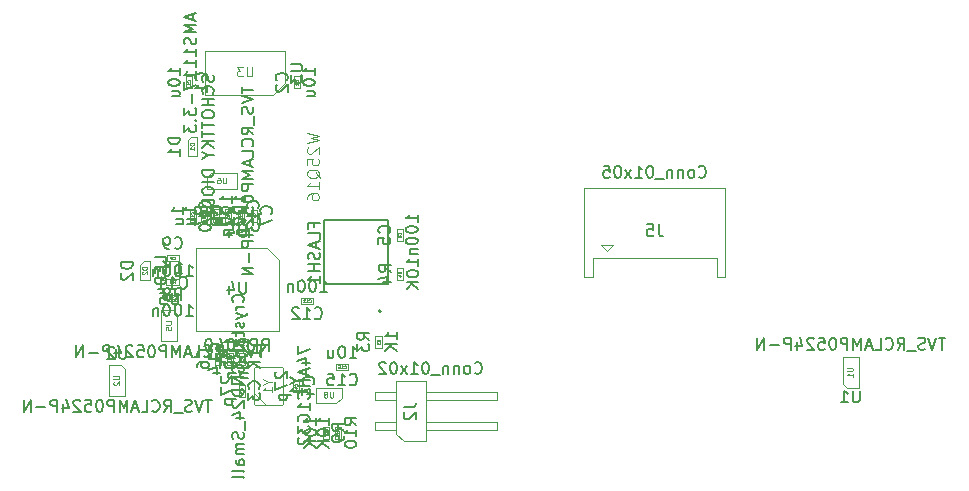
<source format=gbr>
G04 #@! TF.GenerationSoftware,KiCad,Pcbnew,(7.0.0-0)*
G04 #@! TF.CreationDate,2023-05-07T01:27:25-06:00*
G04 #@! TF.ProjectId,snes_controller_pcb,736e6573-5f63-46f6-9e74-726f6c6c6572,4a*
G04 #@! TF.SameCoordinates,Original*
G04 #@! TF.FileFunction,AssemblyDrawing,Bot*
%FSLAX46Y46*%
G04 Gerber Fmt 4.6, Leading zero omitted, Abs format (unit mm)*
G04 Created by KiCad (PCBNEW (7.0.0-0)) date 2023-05-07 01:27:25*
%MOMM*%
%LPD*%
G01*
G04 APERTURE LIST*
%ADD10C,0.150000*%
%ADD11C,0.120000*%
%ADD12C,0.040000*%
%ADD13C,0.075000*%
%ADD14C,0.060000*%
%ADD15C,0.200000*%
%ADD16C,0.015000*%
%ADD17C,0.105000*%
%ADD18C,0.100000*%
%ADD19C,0.127000*%
G04 APERTURE END LIST*
D10*
X120207380Y-88438095D02*
X121016904Y-88438095D01*
X121016904Y-88438095D02*
X121112142Y-88485714D01*
X121112142Y-88485714D02*
X121159761Y-88533333D01*
X121159761Y-88533333D02*
X121207380Y-88628571D01*
X121207380Y-88628571D02*
X121207380Y-88819047D01*
X121207380Y-88819047D02*
X121159761Y-88914285D01*
X121159761Y-88914285D02*
X121112142Y-88961904D01*
X121112142Y-88961904D02*
X121016904Y-89009523D01*
X121016904Y-89009523D02*
X120207380Y-89009523D01*
X120207380Y-89390476D02*
X120207380Y-90009523D01*
X120207380Y-90009523D02*
X120588333Y-89676190D01*
X120588333Y-89676190D02*
X120588333Y-89819047D01*
X120588333Y-89819047D02*
X120635952Y-89914285D01*
X120635952Y-89914285D02*
X120683571Y-89961904D01*
X120683571Y-89961904D02*
X120778809Y-90009523D01*
X120778809Y-90009523D02*
X121016904Y-90009523D01*
X121016904Y-90009523D02*
X121112142Y-89961904D01*
X121112142Y-89961904D02*
X121159761Y-89914285D01*
X121159761Y-89914285D02*
X121207380Y-89819047D01*
X121207380Y-89819047D02*
X121207380Y-89533333D01*
X121207380Y-89533333D02*
X121159761Y-89438095D01*
X121159761Y-89438095D02*
X121112142Y-89390476D01*
X111921666Y-84200000D02*
X111921666Y-84676190D01*
X112207380Y-84104762D02*
X111207380Y-84438095D01*
X111207380Y-84438095D02*
X112207380Y-84771428D01*
X112207380Y-85104762D02*
X111207380Y-85104762D01*
X111207380Y-85104762D02*
X111921666Y-85438095D01*
X111921666Y-85438095D02*
X111207380Y-85771428D01*
X111207380Y-85771428D02*
X112207380Y-85771428D01*
X112159761Y-86200000D02*
X112207380Y-86342857D01*
X112207380Y-86342857D02*
X112207380Y-86580952D01*
X112207380Y-86580952D02*
X112159761Y-86676190D01*
X112159761Y-86676190D02*
X112112142Y-86723809D01*
X112112142Y-86723809D02*
X112016904Y-86771428D01*
X112016904Y-86771428D02*
X111921666Y-86771428D01*
X111921666Y-86771428D02*
X111826428Y-86723809D01*
X111826428Y-86723809D02*
X111778809Y-86676190D01*
X111778809Y-86676190D02*
X111731190Y-86580952D01*
X111731190Y-86580952D02*
X111683571Y-86390476D01*
X111683571Y-86390476D02*
X111635952Y-86295238D01*
X111635952Y-86295238D02*
X111588333Y-86247619D01*
X111588333Y-86247619D02*
X111493095Y-86200000D01*
X111493095Y-86200000D02*
X111397857Y-86200000D01*
X111397857Y-86200000D02*
X111302619Y-86247619D01*
X111302619Y-86247619D02*
X111255000Y-86295238D01*
X111255000Y-86295238D02*
X111207380Y-86390476D01*
X111207380Y-86390476D02*
X111207380Y-86628571D01*
X111207380Y-86628571D02*
X111255000Y-86771428D01*
X112207380Y-87723809D02*
X112207380Y-87152381D01*
X112207380Y-87438095D02*
X111207380Y-87438095D01*
X111207380Y-87438095D02*
X111350238Y-87342857D01*
X111350238Y-87342857D02*
X111445476Y-87247619D01*
X111445476Y-87247619D02*
X111493095Y-87152381D01*
X112207380Y-88676190D02*
X112207380Y-88104762D01*
X112207380Y-88390476D02*
X111207380Y-88390476D01*
X111207380Y-88390476D02*
X111350238Y-88295238D01*
X111350238Y-88295238D02*
X111445476Y-88200000D01*
X111445476Y-88200000D02*
X111493095Y-88104762D01*
X112207380Y-89628571D02*
X112207380Y-89057143D01*
X112207380Y-89342857D02*
X111207380Y-89342857D01*
X111207380Y-89342857D02*
X111350238Y-89247619D01*
X111350238Y-89247619D02*
X111445476Y-89152381D01*
X111445476Y-89152381D02*
X111493095Y-89057143D01*
X111207380Y-89961905D02*
X111207380Y-90628571D01*
X111207380Y-90628571D02*
X112207380Y-90200000D01*
X111826428Y-91009524D02*
X111826428Y-91771429D01*
X111207380Y-92152381D02*
X111207380Y-92771428D01*
X111207380Y-92771428D02*
X111588333Y-92438095D01*
X111588333Y-92438095D02*
X111588333Y-92580952D01*
X111588333Y-92580952D02*
X111635952Y-92676190D01*
X111635952Y-92676190D02*
X111683571Y-92723809D01*
X111683571Y-92723809D02*
X111778809Y-92771428D01*
X111778809Y-92771428D02*
X112016904Y-92771428D01*
X112016904Y-92771428D02*
X112112142Y-92723809D01*
X112112142Y-92723809D02*
X112159761Y-92676190D01*
X112159761Y-92676190D02*
X112207380Y-92580952D01*
X112207380Y-92580952D02*
X112207380Y-92295238D01*
X112207380Y-92295238D02*
X112159761Y-92200000D01*
X112159761Y-92200000D02*
X112112142Y-92152381D01*
X112112142Y-93200000D02*
X112159761Y-93247619D01*
X112159761Y-93247619D02*
X112207380Y-93200000D01*
X112207380Y-93200000D02*
X112159761Y-93152381D01*
X112159761Y-93152381D02*
X112112142Y-93200000D01*
X112112142Y-93200000D02*
X112207380Y-93200000D01*
X111207380Y-93580952D02*
X111207380Y-94199999D01*
X111207380Y-94199999D02*
X111588333Y-93866666D01*
X111588333Y-93866666D02*
X111588333Y-94009523D01*
X111588333Y-94009523D02*
X111635952Y-94104761D01*
X111635952Y-94104761D02*
X111683571Y-94152380D01*
X111683571Y-94152380D02*
X111778809Y-94199999D01*
X111778809Y-94199999D02*
X112016904Y-94199999D01*
X112016904Y-94199999D02*
X112112142Y-94152380D01*
X112112142Y-94152380D02*
X112159761Y-94104761D01*
X112159761Y-94104761D02*
X112207380Y-94009523D01*
X112207380Y-94009523D02*
X112207380Y-93723809D01*
X112207380Y-93723809D02*
X112159761Y-93628571D01*
X112159761Y-93628571D02*
X112112142Y-93580952D01*
D11*
X116949523Y-88693904D02*
X116949523Y-89341523D01*
X116949523Y-89341523D02*
X116911428Y-89417714D01*
X116911428Y-89417714D02*
X116873333Y-89455809D01*
X116873333Y-89455809D02*
X116797142Y-89493904D01*
X116797142Y-89493904D02*
X116644761Y-89493904D01*
X116644761Y-89493904D02*
X116568571Y-89455809D01*
X116568571Y-89455809D02*
X116530476Y-89417714D01*
X116530476Y-89417714D02*
X116492380Y-89341523D01*
X116492380Y-89341523D02*
X116492380Y-88693904D01*
X116187619Y-88693904D02*
X115692381Y-88693904D01*
X115692381Y-88693904D02*
X115959047Y-88998666D01*
X115959047Y-88998666D02*
X115844762Y-88998666D01*
X115844762Y-88998666D02*
X115768571Y-89036761D01*
X115768571Y-89036761D02*
X115730476Y-89074857D01*
X115730476Y-89074857D02*
X115692381Y-89151047D01*
X115692381Y-89151047D02*
X115692381Y-89341523D01*
X115692381Y-89341523D02*
X115730476Y-89417714D01*
X115730476Y-89417714D02*
X115768571Y-89455809D01*
X115768571Y-89455809D02*
X115844762Y-89493904D01*
X115844762Y-89493904D02*
X116073333Y-89493904D01*
X116073333Y-89493904D02*
X116149524Y-89455809D01*
X116149524Y-89455809D02*
X116187619Y-89417714D01*
D10*
X110852857Y-107362142D02*
X110900476Y-107409761D01*
X110900476Y-107409761D02*
X111043333Y-107457380D01*
X111043333Y-107457380D02*
X111138571Y-107457380D01*
X111138571Y-107457380D02*
X111281428Y-107409761D01*
X111281428Y-107409761D02*
X111376666Y-107314523D01*
X111376666Y-107314523D02*
X111424285Y-107219285D01*
X111424285Y-107219285D02*
X111471904Y-107028809D01*
X111471904Y-107028809D02*
X111471904Y-106885952D01*
X111471904Y-106885952D02*
X111424285Y-106695476D01*
X111424285Y-106695476D02*
X111376666Y-106600238D01*
X111376666Y-106600238D02*
X111281428Y-106505000D01*
X111281428Y-106505000D02*
X111138571Y-106457380D01*
X111138571Y-106457380D02*
X111043333Y-106457380D01*
X111043333Y-106457380D02*
X110900476Y-106505000D01*
X110900476Y-106505000D02*
X110852857Y-106552619D01*
X109900476Y-107457380D02*
X110471904Y-107457380D01*
X110186190Y-107457380D02*
X110186190Y-106457380D01*
X110186190Y-106457380D02*
X110281428Y-106600238D01*
X110281428Y-106600238D02*
X110376666Y-106695476D01*
X110376666Y-106695476D02*
X110471904Y-106743095D01*
X108948095Y-107457380D02*
X109519523Y-107457380D01*
X109233809Y-107457380D02*
X109233809Y-106457380D01*
X109233809Y-106457380D02*
X109329047Y-106600238D01*
X109329047Y-106600238D02*
X109424285Y-106695476D01*
X109424285Y-106695476D02*
X109519523Y-106743095D01*
X111329047Y-109777380D02*
X111900475Y-109777380D01*
X111614761Y-109777380D02*
X111614761Y-108777380D01*
X111614761Y-108777380D02*
X111709999Y-108920238D01*
X111709999Y-108920238D02*
X111805237Y-109015476D01*
X111805237Y-109015476D02*
X111900475Y-109063095D01*
X110709999Y-108777380D02*
X110614761Y-108777380D01*
X110614761Y-108777380D02*
X110519523Y-108825000D01*
X110519523Y-108825000D02*
X110471904Y-108872619D01*
X110471904Y-108872619D02*
X110424285Y-108967857D01*
X110424285Y-108967857D02*
X110376666Y-109158333D01*
X110376666Y-109158333D02*
X110376666Y-109396428D01*
X110376666Y-109396428D02*
X110424285Y-109586904D01*
X110424285Y-109586904D02*
X110471904Y-109682142D01*
X110471904Y-109682142D02*
X110519523Y-109729761D01*
X110519523Y-109729761D02*
X110614761Y-109777380D01*
X110614761Y-109777380D02*
X110709999Y-109777380D01*
X110709999Y-109777380D02*
X110805237Y-109729761D01*
X110805237Y-109729761D02*
X110852856Y-109682142D01*
X110852856Y-109682142D02*
X110900475Y-109586904D01*
X110900475Y-109586904D02*
X110948094Y-109396428D01*
X110948094Y-109396428D02*
X110948094Y-109158333D01*
X110948094Y-109158333D02*
X110900475Y-108967857D01*
X110900475Y-108967857D02*
X110852856Y-108872619D01*
X110852856Y-108872619D02*
X110805237Y-108825000D01*
X110805237Y-108825000D02*
X110709999Y-108777380D01*
X109757618Y-108777380D02*
X109662380Y-108777380D01*
X109662380Y-108777380D02*
X109567142Y-108825000D01*
X109567142Y-108825000D02*
X109519523Y-108872619D01*
X109519523Y-108872619D02*
X109471904Y-108967857D01*
X109471904Y-108967857D02*
X109424285Y-109158333D01*
X109424285Y-109158333D02*
X109424285Y-109396428D01*
X109424285Y-109396428D02*
X109471904Y-109586904D01*
X109471904Y-109586904D02*
X109519523Y-109682142D01*
X109519523Y-109682142D02*
X109567142Y-109729761D01*
X109567142Y-109729761D02*
X109662380Y-109777380D01*
X109662380Y-109777380D02*
X109757618Y-109777380D01*
X109757618Y-109777380D02*
X109852856Y-109729761D01*
X109852856Y-109729761D02*
X109900475Y-109682142D01*
X109900475Y-109682142D02*
X109948094Y-109586904D01*
X109948094Y-109586904D02*
X109995713Y-109396428D01*
X109995713Y-109396428D02*
X109995713Y-109158333D01*
X109995713Y-109158333D02*
X109948094Y-108967857D01*
X109948094Y-108967857D02*
X109900475Y-108872619D01*
X109900475Y-108872619D02*
X109852856Y-108825000D01*
X109852856Y-108825000D02*
X109757618Y-108777380D01*
X108995713Y-109110714D02*
X108995713Y-109777380D01*
X108995713Y-109205952D02*
X108948094Y-109158333D01*
X108948094Y-109158333D02*
X108852856Y-109110714D01*
X108852856Y-109110714D02*
X108709999Y-109110714D01*
X108709999Y-109110714D02*
X108614761Y-109158333D01*
X108614761Y-109158333D02*
X108567142Y-109253571D01*
X108567142Y-109253571D02*
X108567142Y-109777380D01*
D12*
X110370714Y-108318035D02*
X110382618Y-108329940D01*
X110382618Y-108329940D02*
X110418333Y-108341845D01*
X110418333Y-108341845D02*
X110442142Y-108341845D01*
X110442142Y-108341845D02*
X110477856Y-108329940D01*
X110477856Y-108329940D02*
X110501666Y-108306130D01*
X110501666Y-108306130D02*
X110513571Y-108282321D01*
X110513571Y-108282321D02*
X110525475Y-108234702D01*
X110525475Y-108234702D02*
X110525475Y-108198988D01*
X110525475Y-108198988D02*
X110513571Y-108151369D01*
X110513571Y-108151369D02*
X110501666Y-108127559D01*
X110501666Y-108127559D02*
X110477856Y-108103750D01*
X110477856Y-108103750D02*
X110442142Y-108091845D01*
X110442142Y-108091845D02*
X110418333Y-108091845D01*
X110418333Y-108091845D02*
X110382618Y-108103750D01*
X110382618Y-108103750D02*
X110370714Y-108115654D01*
X110132618Y-108341845D02*
X110275475Y-108341845D01*
X110204047Y-108341845D02*
X110204047Y-108091845D01*
X110204047Y-108091845D02*
X110227856Y-108127559D01*
X110227856Y-108127559D02*
X110251666Y-108151369D01*
X110251666Y-108151369D02*
X110275475Y-108163273D01*
X109894523Y-108341845D02*
X110037380Y-108341845D01*
X109965952Y-108341845D02*
X109965952Y-108091845D01*
X109965952Y-108091845D02*
X109989761Y-108127559D01*
X109989761Y-108127559D02*
X110013571Y-108151369D01*
X110013571Y-108151369D02*
X110037380Y-108163273D01*
D10*
X128542142Y-102755014D02*
X128589761Y-102707395D01*
X128589761Y-102707395D02*
X128637380Y-102564538D01*
X128637380Y-102564538D02*
X128637380Y-102469300D01*
X128637380Y-102469300D02*
X128589761Y-102326443D01*
X128589761Y-102326443D02*
X128494523Y-102231205D01*
X128494523Y-102231205D02*
X128399285Y-102183586D01*
X128399285Y-102183586D02*
X128208809Y-102135967D01*
X128208809Y-102135967D02*
X128065952Y-102135967D01*
X128065952Y-102135967D02*
X127875476Y-102183586D01*
X127875476Y-102183586D02*
X127780238Y-102231205D01*
X127780238Y-102231205D02*
X127685000Y-102326443D01*
X127685000Y-102326443D02*
X127637380Y-102469300D01*
X127637380Y-102469300D02*
X127637380Y-102564538D01*
X127637380Y-102564538D02*
X127685000Y-102707395D01*
X127685000Y-102707395D02*
X127732619Y-102755014D01*
X127637380Y-103659776D02*
X127637380Y-103183586D01*
X127637380Y-103183586D02*
X128113571Y-103135967D01*
X128113571Y-103135967D02*
X128065952Y-103183586D01*
X128065952Y-103183586D02*
X128018333Y-103278824D01*
X128018333Y-103278824D02*
X128018333Y-103516919D01*
X128018333Y-103516919D02*
X128065952Y-103612157D01*
X128065952Y-103612157D02*
X128113571Y-103659776D01*
X128113571Y-103659776D02*
X128208809Y-103707395D01*
X128208809Y-103707395D02*
X128446904Y-103707395D01*
X128446904Y-103707395D02*
X128542142Y-103659776D01*
X128542142Y-103659776D02*
X128589761Y-103612157D01*
X128589761Y-103612157D02*
X128637380Y-103516919D01*
X128637380Y-103516919D02*
X128637380Y-103278824D01*
X128637380Y-103278824D02*
X128589761Y-103183586D01*
X128589761Y-103183586D02*
X128542142Y-103135967D01*
X130957380Y-101802633D02*
X130957380Y-101231205D01*
X130957380Y-101516919D02*
X129957380Y-101516919D01*
X129957380Y-101516919D02*
X130100238Y-101421681D01*
X130100238Y-101421681D02*
X130195476Y-101326443D01*
X130195476Y-101326443D02*
X130243095Y-101231205D01*
X129957380Y-102421681D02*
X129957380Y-102516919D01*
X129957380Y-102516919D02*
X130005000Y-102612157D01*
X130005000Y-102612157D02*
X130052619Y-102659776D01*
X130052619Y-102659776D02*
X130147857Y-102707395D01*
X130147857Y-102707395D02*
X130338333Y-102755014D01*
X130338333Y-102755014D02*
X130576428Y-102755014D01*
X130576428Y-102755014D02*
X130766904Y-102707395D01*
X130766904Y-102707395D02*
X130862142Y-102659776D01*
X130862142Y-102659776D02*
X130909761Y-102612157D01*
X130909761Y-102612157D02*
X130957380Y-102516919D01*
X130957380Y-102516919D02*
X130957380Y-102421681D01*
X130957380Y-102421681D02*
X130909761Y-102326443D01*
X130909761Y-102326443D02*
X130862142Y-102278824D01*
X130862142Y-102278824D02*
X130766904Y-102231205D01*
X130766904Y-102231205D02*
X130576428Y-102183586D01*
X130576428Y-102183586D02*
X130338333Y-102183586D01*
X130338333Y-102183586D02*
X130147857Y-102231205D01*
X130147857Y-102231205D02*
X130052619Y-102278824D01*
X130052619Y-102278824D02*
X130005000Y-102326443D01*
X130005000Y-102326443D02*
X129957380Y-102421681D01*
X129957380Y-103374062D02*
X129957380Y-103469300D01*
X129957380Y-103469300D02*
X130005000Y-103564538D01*
X130005000Y-103564538D02*
X130052619Y-103612157D01*
X130052619Y-103612157D02*
X130147857Y-103659776D01*
X130147857Y-103659776D02*
X130338333Y-103707395D01*
X130338333Y-103707395D02*
X130576428Y-103707395D01*
X130576428Y-103707395D02*
X130766904Y-103659776D01*
X130766904Y-103659776D02*
X130862142Y-103612157D01*
X130862142Y-103612157D02*
X130909761Y-103564538D01*
X130909761Y-103564538D02*
X130957380Y-103469300D01*
X130957380Y-103469300D02*
X130957380Y-103374062D01*
X130957380Y-103374062D02*
X130909761Y-103278824D01*
X130909761Y-103278824D02*
X130862142Y-103231205D01*
X130862142Y-103231205D02*
X130766904Y-103183586D01*
X130766904Y-103183586D02*
X130576428Y-103135967D01*
X130576428Y-103135967D02*
X130338333Y-103135967D01*
X130338333Y-103135967D02*
X130147857Y-103183586D01*
X130147857Y-103183586D02*
X130052619Y-103231205D01*
X130052619Y-103231205D02*
X130005000Y-103278824D01*
X130005000Y-103278824D02*
X129957380Y-103374062D01*
X130290714Y-104135967D02*
X130957380Y-104135967D01*
X130385952Y-104135967D02*
X130338333Y-104183586D01*
X130338333Y-104183586D02*
X130290714Y-104278824D01*
X130290714Y-104278824D02*
X130290714Y-104421681D01*
X130290714Y-104421681D02*
X130338333Y-104516919D01*
X130338333Y-104516919D02*
X130433571Y-104564538D01*
X130433571Y-104564538D02*
X130957380Y-104564538D01*
D12*
X129498035Y-102880014D02*
X129509940Y-102868110D01*
X129509940Y-102868110D02*
X129521845Y-102832395D01*
X129521845Y-102832395D02*
X129521845Y-102808586D01*
X129521845Y-102808586D02*
X129509940Y-102772872D01*
X129509940Y-102772872D02*
X129486130Y-102749062D01*
X129486130Y-102749062D02*
X129462321Y-102737157D01*
X129462321Y-102737157D02*
X129414702Y-102725253D01*
X129414702Y-102725253D02*
X129378988Y-102725253D01*
X129378988Y-102725253D02*
X129331369Y-102737157D01*
X129331369Y-102737157D02*
X129307559Y-102749062D01*
X129307559Y-102749062D02*
X129283750Y-102772872D01*
X129283750Y-102772872D02*
X129271845Y-102808586D01*
X129271845Y-102808586D02*
X129271845Y-102832395D01*
X129271845Y-102832395D02*
X129283750Y-102868110D01*
X129283750Y-102868110D02*
X129295654Y-102880014D01*
X129271845Y-103106205D02*
X129271845Y-102987157D01*
X129271845Y-102987157D02*
X129390892Y-102975253D01*
X129390892Y-102975253D02*
X129378988Y-102987157D01*
X129378988Y-102987157D02*
X129367083Y-103010967D01*
X129367083Y-103010967D02*
X129367083Y-103070491D01*
X129367083Y-103070491D02*
X129378988Y-103094300D01*
X129378988Y-103094300D02*
X129390892Y-103106205D01*
X129390892Y-103106205D02*
X129414702Y-103118110D01*
X129414702Y-103118110D02*
X129474226Y-103118110D01*
X129474226Y-103118110D02*
X129498035Y-103106205D01*
X129498035Y-103106205D02*
X129509940Y-103094300D01*
X129509940Y-103094300D02*
X129521845Y-103070491D01*
X129521845Y-103070491D02*
X129521845Y-103010967D01*
X129521845Y-103010967D02*
X129509940Y-102987157D01*
X129509940Y-102987157D02*
X129498035Y-102975253D01*
D10*
X110696904Y-107797380D02*
X110696904Y-108606904D01*
X110696904Y-108606904D02*
X110649285Y-108702142D01*
X110649285Y-108702142D02*
X110601666Y-108749761D01*
X110601666Y-108749761D02*
X110506428Y-108797380D01*
X110506428Y-108797380D02*
X110315952Y-108797380D01*
X110315952Y-108797380D02*
X110220714Y-108749761D01*
X110220714Y-108749761D02*
X110173095Y-108702142D01*
X110173095Y-108702142D02*
X110125476Y-108606904D01*
X110125476Y-108606904D02*
X110125476Y-107797380D01*
X109173095Y-107797380D02*
X109649285Y-107797380D01*
X109649285Y-107797380D02*
X109696904Y-108273571D01*
X109696904Y-108273571D02*
X109649285Y-108225952D01*
X109649285Y-108225952D02*
X109554047Y-108178333D01*
X109554047Y-108178333D02*
X109315952Y-108178333D01*
X109315952Y-108178333D02*
X109220714Y-108225952D01*
X109220714Y-108225952D02*
X109173095Y-108273571D01*
X109173095Y-108273571D02*
X109125476Y-108368809D01*
X109125476Y-108368809D02*
X109125476Y-108606904D01*
X109125476Y-108606904D02*
X109173095Y-108702142D01*
X109173095Y-108702142D02*
X109220714Y-108749761D01*
X109220714Y-108749761D02*
X109315952Y-108797380D01*
X109315952Y-108797380D02*
X109554047Y-108797380D01*
X109554047Y-108797380D02*
X109649285Y-108749761D01*
X109649285Y-108749761D02*
X109696904Y-108702142D01*
X117958809Y-112257380D02*
X117387381Y-112257380D01*
X117673095Y-113257380D02*
X117673095Y-112257380D01*
X117196904Y-112257380D02*
X116863571Y-113257380D01*
X116863571Y-113257380D02*
X116530238Y-112257380D01*
X116244523Y-113209761D02*
X116101666Y-113257380D01*
X116101666Y-113257380D02*
X115863571Y-113257380D01*
X115863571Y-113257380D02*
X115768333Y-113209761D01*
X115768333Y-113209761D02*
X115720714Y-113162142D01*
X115720714Y-113162142D02*
X115673095Y-113066904D01*
X115673095Y-113066904D02*
X115673095Y-112971666D01*
X115673095Y-112971666D02*
X115720714Y-112876428D01*
X115720714Y-112876428D02*
X115768333Y-112828809D01*
X115768333Y-112828809D02*
X115863571Y-112781190D01*
X115863571Y-112781190D02*
X116054047Y-112733571D01*
X116054047Y-112733571D02*
X116149285Y-112685952D01*
X116149285Y-112685952D02*
X116196904Y-112638333D01*
X116196904Y-112638333D02*
X116244523Y-112543095D01*
X116244523Y-112543095D02*
X116244523Y-112447857D01*
X116244523Y-112447857D02*
X116196904Y-112352619D01*
X116196904Y-112352619D02*
X116149285Y-112305000D01*
X116149285Y-112305000D02*
X116054047Y-112257380D01*
X116054047Y-112257380D02*
X115815952Y-112257380D01*
X115815952Y-112257380D02*
X115673095Y-112305000D01*
X115482619Y-113352619D02*
X114720714Y-113352619D01*
X113911190Y-113257380D02*
X114244523Y-112781190D01*
X114482618Y-113257380D02*
X114482618Y-112257380D01*
X114482618Y-112257380D02*
X114101666Y-112257380D01*
X114101666Y-112257380D02*
X114006428Y-112305000D01*
X114006428Y-112305000D02*
X113958809Y-112352619D01*
X113958809Y-112352619D02*
X113911190Y-112447857D01*
X113911190Y-112447857D02*
X113911190Y-112590714D01*
X113911190Y-112590714D02*
X113958809Y-112685952D01*
X113958809Y-112685952D02*
X114006428Y-112733571D01*
X114006428Y-112733571D02*
X114101666Y-112781190D01*
X114101666Y-112781190D02*
X114482618Y-112781190D01*
X112911190Y-113162142D02*
X112958809Y-113209761D01*
X112958809Y-113209761D02*
X113101666Y-113257380D01*
X113101666Y-113257380D02*
X113196904Y-113257380D01*
X113196904Y-113257380D02*
X113339761Y-113209761D01*
X113339761Y-113209761D02*
X113434999Y-113114523D01*
X113434999Y-113114523D02*
X113482618Y-113019285D01*
X113482618Y-113019285D02*
X113530237Y-112828809D01*
X113530237Y-112828809D02*
X113530237Y-112685952D01*
X113530237Y-112685952D02*
X113482618Y-112495476D01*
X113482618Y-112495476D02*
X113434999Y-112400238D01*
X113434999Y-112400238D02*
X113339761Y-112305000D01*
X113339761Y-112305000D02*
X113196904Y-112257380D01*
X113196904Y-112257380D02*
X113101666Y-112257380D01*
X113101666Y-112257380D02*
X112958809Y-112305000D01*
X112958809Y-112305000D02*
X112911190Y-112352619D01*
X112006428Y-113257380D02*
X112482618Y-113257380D01*
X112482618Y-113257380D02*
X112482618Y-112257380D01*
X111720713Y-112971666D02*
X111244523Y-112971666D01*
X111815951Y-113257380D02*
X111482618Y-112257380D01*
X111482618Y-112257380D02*
X111149285Y-113257380D01*
X110815951Y-113257380D02*
X110815951Y-112257380D01*
X110815951Y-112257380D02*
X110482618Y-112971666D01*
X110482618Y-112971666D02*
X110149285Y-112257380D01*
X110149285Y-112257380D02*
X110149285Y-113257380D01*
X109673094Y-113257380D02*
X109673094Y-112257380D01*
X109673094Y-112257380D02*
X109292142Y-112257380D01*
X109292142Y-112257380D02*
X109196904Y-112305000D01*
X109196904Y-112305000D02*
X109149285Y-112352619D01*
X109149285Y-112352619D02*
X109101666Y-112447857D01*
X109101666Y-112447857D02*
X109101666Y-112590714D01*
X109101666Y-112590714D02*
X109149285Y-112685952D01*
X109149285Y-112685952D02*
X109196904Y-112733571D01*
X109196904Y-112733571D02*
X109292142Y-112781190D01*
X109292142Y-112781190D02*
X109673094Y-112781190D01*
X108482618Y-112257380D02*
X108387380Y-112257380D01*
X108387380Y-112257380D02*
X108292142Y-112305000D01*
X108292142Y-112305000D02*
X108244523Y-112352619D01*
X108244523Y-112352619D02*
X108196904Y-112447857D01*
X108196904Y-112447857D02*
X108149285Y-112638333D01*
X108149285Y-112638333D02*
X108149285Y-112876428D01*
X108149285Y-112876428D02*
X108196904Y-113066904D01*
X108196904Y-113066904D02*
X108244523Y-113162142D01*
X108244523Y-113162142D02*
X108292142Y-113209761D01*
X108292142Y-113209761D02*
X108387380Y-113257380D01*
X108387380Y-113257380D02*
X108482618Y-113257380D01*
X108482618Y-113257380D02*
X108577856Y-113209761D01*
X108577856Y-113209761D02*
X108625475Y-113162142D01*
X108625475Y-113162142D02*
X108673094Y-113066904D01*
X108673094Y-113066904D02*
X108720713Y-112876428D01*
X108720713Y-112876428D02*
X108720713Y-112638333D01*
X108720713Y-112638333D02*
X108673094Y-112447857D01*
X108673094Y-112447857D02*
X108625475Y-112352619D01*
X108625475Y-112352619D02*
X108577856Y-112305000D01*
X108577856Y-112305000D02*
X108482618Y-112257380D01*
X107244523Y-112257380D02*
X107720713Y-112257380D01*
X107720713Y-112257380D02*
X107768332Y-112733571D01*
X107768332Y-112733571D02*
X107720713Y-112685952D01*
X107720713Y-112685952D02*
X107625475Y-112638333D01*
X107625475Y-112638333D02*
X107387380Y-112638333D01*
X107387380Y-112638333D02*
X107292142Y-112685952D01*
X107292142Y-112685952D02*
X107244523Y-112733571D01*
X107244523Y-112733571D02*
X107196904Y-112828809D01*
X107196904Y-112828809D02*
X107196904Y-113066904D01*
X107196904Y-113066904D02*
X107244523Y-113162142D01*
X107244523Y-113162142D02*
X107292142Y-113209761D01*
X107292142Y-113209761D02*
X107387380Y-113257380D01*
X107387380Y-113257380D02*
X107625475Y-113257380D01*
X107625475Y-113257380D02*
X107720713Y-113209761D01*
X107720713Y-113209761D02*
X107768332Y-113162142D01*
X106815951Y-112352619D02*
X106768332Y-112305000D01*
X106768332Y-112305000D02*
X106673094Y-112257380D01*
X106673094Y-112257380D02*
X106434999Y-112257380D01*
X106434999Y-112257380D02*
X106339761Y-112305000D01*
X106339761Y-112305000D02*
X106292142Y-112352619D01*
X106292142Y-112352619D02*
X106244523Y-112447857D01*
X106244523Y-112447857D02*
X106244523Y-112543095D01*
X106244523Y-112543095D02*
X106292142Y-112685952D01*
X106292142Y-112685952D02*
X106863570Y-113257380D01*
X106863570Y-113257380D02*
X106244523Y-113257380D01*
X105387380Y-112590714D02*
X105387380Y-113257380D01*
X105625475Y-112209761D02*
X105863570Y-112924047D01*
X105863570Y-112924047D02*
X105244523Y-112924047D01*
X104863570Y-113257380D02*
X104863570Y-112257380D01*
X104863570Y-112257380D02*
X104482618Y-112257380D01*
X104482618Y-112257380D02*
X104387380Y-112305000D01*
X104387380Y-112305000D02*
X104339761Y-112352619D01*
X104339761Y-112352619D02*
X104292142Y-112447857D01*
X104292142Y-112447857D02*
X104292142Y-112590714D01*
X104292142Y-112590714D02*
X104339761Y-112685952D01*
X104339761Y-112685952D02*
X104387380Y-112733571D01*
X104387380Y-112733571D02*
X104482618Y-112781190D01*
X104482618Y-112781190D02*
X104863570Y-112781190D01*
X103863570Y-112876428D02*
X103101666Y-112876428D01*
X102625475Y-113257380D02*
X102625475Y-112257380D01*
X102625475Y-112257380D02*
X102054047Y-113257380D01*
X102054047Y-113257380D02*
X102054047Y-112257380D01*
D13*
X109618690Y-110219047D02*
X110023452Y-110219047D01*
X110023452Y-110219047D02*
X110071071Y-110242857D01*
X110071071Y-110242857D02*
X110094880Y-110266666D01*
X110094880Y-110266666D02*
X110118690Y-110314285D01*
X110118690Y-110314285D02*
X110118690Y-110409523D01*
X110118690Y-110409523D02*
X110094880Y-110457142D01*
X110094880Y-110457142D02*
X110071071Y-110480952D01*
X110071071Y-110480952D02*
X110023452Y-110504761D01*
X110023452Y-110504761D02*
X109618690Y-110504761D01*
X109618690Y-110980952D02*
X109618690Y-110742857D01*
X109618690Y-110742857D02*
X109856785Y-110719048D01*
X109856785Y-110719048D02*
X109832976Y-110742857D01*
X109832976Y-110742857D02*
X109809166Y-110790476D01*
X109809166Y-110790476D02*
X109809166Y-110909524D01*
X109809166Y-110909524D02*
X109832976Y-110957143D01*
X109832976Y-110957143D02*
X109856785Y-110980952D01*
X109856785Y-110980952D02*
X109904404Y-111004762D01*
X109904404Y-111004762D02*
X110023452Y-111004762D01*
X110023452Y-111004762D02*
X110071071Y-110980952D01*
X110071071Y-110980952D02*
X110094880Y-110957143D01*
X110094880Y-110957143D02*
X110118690Y-110909524D01*
X110118690Y-110909524D02*
X110118690Y-110790476D01*
X110118690Y-110790476D02*
X110094880Y-110742857D01*
X110094880Y-110742857D02*
X110071071Y-110719048D01*
D10*
X106271904Y-112417380D02*
X106271904Y-113226904D01*
X106271904Y-113226904D02*
X106224285Y-113322142D01*
X106224285Y-113322142D02*
X106176666Y-113369761D01*
X106176666Y-113369761D02*
X106081428Y-113417380D01*
X106081428Y-113417380D02*
X105890952Y-113417380D01*
X105890952Y-113417380D02*
X105795714Y-113369761D01*
X105795714Y-113369761D02*
X105748095Y-113322142D01*
X105748095Y-113322142D02*
X105700476Y-113226904D01*
X105700476Y-113226904D02*
X105700476Y-112417380D01*
X105271904Y-112512619D02*
X105224285Y-112465000D01*
X105224285Y-112465000D02*
X105129047Y-112417380D01*
X105129047Y-112417380D02*
X104890952Y-112417380D01*
X104890952Y-112417380D02*
X104795714Y-112465000D01*
X104795714Y-112465000D02*
X104748095Y-112512619D01*
X104748095Y-112512619D02*
X104700476Y-112607857D01*
X104700476Y-112607857D02*
X104700476Y-112703095D01*
X104700476Y-112703095D02*
X104748095Y-112845952D01*
X104748095Y-112845952D02*
X105319523Y-113417380D01*
X105319523Y-113417380D02*
X104700476Y-113417380D01*
X113533809Y-116877380D02*
X112962381Y-116877380D01*
X113248095Y-117877380D02*
X113248095Y-116877380D01*
X112771904Y-116877380D02*
X112438571Y-117877380D01*
X112438571Y-117877380D02*
X112105238Y-116877380D01*
X111819523Y-117829761D02*
X111676666Y-117877380D01*
X111676666Y-117877380D02*
X111438571Y-117877380D01*
X111438571Y-117877380D02*
X111343333Y-117829761D01*
X111343333Y-117829761D02*
X111295714Y-117782142D01*
X111295714Y-117782142D02*
X111248095Y-117686904D01*
X111248095Y-117686904D02*
X111248095Y-117591666D01*
X111248095Y-117591666D02*
X111295714Y-117496428D01*
X111295714Y-117496428D02*
X111343333Y-117448809D01*
X111343333Y-117448809D02*
X111438571Y-117401190D01*
X111438571Y-117401190D02*
X111629047Y-117353571D01*
X111629047Y-117353571D02*
X111724285Y-117305952D01*
X111724285Y-117305952D02*
X111771904Y-117258333D01*
X111771904Y-117258333D02*
X111819523Y-117163095D01*
X111819523Y-117163095D02*
X111819523Y-117067857D01*
X111819523Y-117067857D02*
X111771904Y-116972619D01*
X111771904Y-116972619D02*
X111724285Y-116925000D01*
X111724285Y-116925000D02*
X111629047Y-116877380D01*
X111629047Y-116877380D02*
X111390952Y-116877380D01*
X111390952Y-116877380D02*
X111248095Y-116925000D01*
X111057619Y-117972619D02*
X110295714Y-117972619D01*
X109486190Y-117877380D02*
X109819523Y-117401190D01*
X110057618Y-117877380D02*
X110057618Y-116877380D01*
X110057618Y-116877380D02*
X109676666Y-116877380D01*
X109676666Y-116877380D02*
X109581428Y-116925000D01*
X109581428Y-116925000D02*
X109533809Y-116972619D01*
X109533809Y-116972619D02*
X109486190Y-117067857D01*
X109486190Y-117067857D02*
X109486190Y-117210714D01*
X109486190Y-117210714D02*
X109533809Y-117305952D01*
X109533809Y-117305952D02*
X109581428Y-117353571D01*
X109581428Y-117353571D02*
X109676666Y-117401190D01*
X109676666Y-117401190D02*
X110057618Y-117401190D01*
X108486190Y-117782142D02*
X108533809Y-117829761D01*
X108533809Y-117829761D02*
X108676666Y-117877380D01*
X108676666Y-117877380D02*
X108771904Y-117877380D01*
X108771904Y-117877380D02*
X108914761Y-117829761D01*
X108914761Y-117829761D02*
X109009999Y-117734523D01*
X109009999Y-117734523D02*
X109057618Y-117639285D01*
X109057618Y-117639285D02*
X109105237Y-117448809D01*
X109105237Y-117448809D02*
X109105237Y-117305952D01*
X109105237Y-117305952D02*
X109057618Y-117115476D01*
X109057618Y-117115476D02*
X109009999Y-117020238D01*
X109009999Y-117020238D02*
X108914761Y-116925000D01*
X108914761Y-116925000D02*
X108771904Y-116877380D01*
X108771904Y-116877380D02*
X108676666Y-116877380D01*
X108676666Y-116877380D02*
X108533809Y-116925000D01*
X108533809Y-116925000D02*
X108486190Y-116972619D01*
X107581428Y-117877380D02*
X108057618Y-117877380D01*
X108057618Y-117877380D02*
X108057618Y-116877380D01*
X107295713Y-117591666D02*
X106819523Y-117591666D01*
X107390951Y-117877380D02*
X107057618Y-116877380D01*
X107057618Y-116877380D02*
X106724285Y-117877380D01*
X106390951Y-117877380D02*
X106390951Y-116877380D01*
X106390951Y-116877380D02*
X106057618Y-117591666D01*
X106057618Y-117591666D02*
X105724285Y-116877380D01*
X105724285Y-116877380D02*
X105724285Y-117877380D01*
X105248094Y-117877380D02*
X105248094Y-116877380D01*
X105248094Y-116877380D02*
X104867142Y-116877380D01*
X104867142Y-116877380D02*
X104771904Y-116925000D01*
X104771904Y-116925000D02*
X104724285Y-116972619D01*
X104724285Y-116972619D02*
X104676666Y-117067857D01*
X104676666Y-117067857D02*
X104676666Y-117210714D01*
X104676666Y-117210714D02*
X104724285Y-117305952D01*
X104724285Y-117305952D02*
X104771904Y-117353571D01*
X104771904Y-117353571D02*
X104867142Y-117401190D01*
X104867142Y-117401190D02*
X105248094Y-117401190D01*
X104057618Y-116877380D02*
X103962380Y-116877380D01*
X103962380Y-116877380D02*
X103867142Y-116925000D01*
X103867142Y-116925000D02*
X103819523Y-116972619D01*
X103819523Y-116972619D02*
X103771904Y-117067857D01*
X103771904Y-117067857D02*
X103724285Y-117258333D01*
X103724285Y-117258333D02*
X103724285Y-117496428D01*
X103724285Y-117496428D02*
X103771904Y-117686904D01*
X103771904Y-117686904D02*
X103819523Y-117782142D01*
X103819523Y-117782142D02*
X103867142Y-117829761D01*
X103867142Y-117829761D02*
X103962380Y-117877380D01*
X103962380Y-117877380D02*
X104057618Y-117877380D01*
X104057618Y-117877380D02*
X104152856Y-117829761D01*
X104152856Y-117829761D02*
X104200475Y-117782142D01*
X104200475Y-117782142D02*
X104248094Y-117686904D01*
X104248094Y-117686904D02*
X104295713Y-117496428D01*
X104295713Y-117496428D02*
X104295713Y-117258333D01*
X104295713Y-117258333D02*
X104248094Y-117067857D01*
X104248094Y-117067857D02*
X104200475Y-116972619D01*
X104200475Y-116972619D02*
X104152856Y-116925000D01*
X104152856Y-116925000D02*
X104057618Y-116877380D01*
X102819523Y-116877380D02*
X103295713Y-116877380D01*
X103295713Y-116877380D02*
X103343332Y-117353571D01*
X103343332Y-117353571D02*
X103295713Y-117305952D01*
X103295713Y-117305952D02*
X103200475Y-117258333D01*
X103200475Y-117258333D02*
X102962380Y-117258333D01*
X102962380Y-117258333D02*
X102867142Y-117305952D01*
X102867142Y-117305952D02*
X102819523Y-117353571D01*
X102819523Y-117353571D02*
X102771904Y-117448809D01*
X102771904Y-117448809D02*
X102771904Y-117686904D01*
X102771904Y-117686904D02*
X102819523Y-117782142D01*
X102819523Y-117782142D02*
X102867142Y-117829761D01*
X102867142Y-117829761D02*
X102962380Y-117877380D01*
X102962380Y-117877380D02*
X103200475Y-117877380D01*
X103200475Y-117877380D02*
X103295713Y-117829761D01*
X103295713Y-117829761D02*
X103343332Y-117782142D01*
X102390951Y-116972619D02*
X102343332Y-116925000D01*
X102343332Y-116925000D02*
X102248094Y-116877380D01*
X102248094Y-116877380D02*
X102009999Y-116877380D01*
X102009999Y-116877380D02*
X101914761Y-116925000D01*
X101914761Y-116925000D02*
X101867142Y-116972619D01*
X101867142Y-116972619D02*
X101819523Y-117067857D01*
X101819523Y-117067857D02*
X101819523Y-117163095D01*
X101819523Y-117163095D02*
X101867142Y-117305952D01*
X101867142Y-117305952D02*
X102438570Y-117877380D01*
X102438570Y-117877380D02*
X101819523Y-117877380D01*
X100962380Y-117210714D02*
X100962380Y-117877380D01*
X101200475Y-116829761D02*
X101438570Y-117544047D01*
X101438570Y-117544047D02*
X100819523Y-117544047D01*
X100438570Y-117877380D02*
X100438570Y-116877380D01*
X100438570Y-116877380D02*
X100057618Y-116877380D01*
X100057618Y-116877380D02*
X99962380Y-116925000D01*
X99962380Y-116925000D02*
X99914761Y-116972619D01*
X99914761Y-116972619D02*
X99867142Y-117067857D01*
X99867142Y-117067857D02*
X99867142Y-117210714D01*
X99867142Y-117210714D02*
X99914761Y-117305952D01*
X99914761Y-117305952D02*
X99962380Y-117353571D01*
X99962380Y-117353571D02*
X100057618Y-117401190D01*
X100057618Y-117401190D02*
X100438570Y-117401190D01*
X99438570Y-117496428D02*
X98676666Y-117496428D01*
X98200475Y-117877380D02*
X98200475Y-116877380D01*
X98200475Y-116877380D02*
X97629047Y-117877380D01*
X97629047Y-117877380D02*
X97629047Y-116877380D01*
D13*
X105193690Y-114839047D02*
X105598452Y-114839047D01*
X105598452Y-114839047D02*
X105646071Y-114862857D01*
X105646071Y-114862857D02*
X105669880Y-114886666D01*
X105669880Y-114886666D02*
X105693690Y-114934285D01*
X105693690Y-114934285D02*
X105693690Y-115029523D01*
X105693690Y-115029523D02*
X105669880Y-115077142D01*
X105669880Y-115077142D02*
X105646071Y-115100952D01*
X105646071Y-115100952D02*
X105598452Y-115124761D01*
X105598452Y-115124761D02*
X105193690Y-115124761D01*
X105241309Y-115339048D02*
X105217500Y-115362857D01*
X105217500Y-115362857D02*
X105193690Y-115410476D01*
X105193690Y-115410476D02*
X105193690Y-115529524D01*
X105193690Y-115529524D02*
X105217500Y-115577143D01*
X105217500Y-115577143D02*
X105241309Y-115600952D01*
X105241309Y-115600952D02*
X105288928Y-115624762D01*
X105288928Y-115624762D02*
X105336547Y-115624762D01*
X105336547Y-115624762D02*
X105407976Y-115600952D01*
X105407976Y-115600952D02*
X105693690Y-115315238D01*
X105693690Y-115315238D02*
X105693690Y-115624762D01*
D10*
X115267380Y-113253333D02*
X114791190Y-112920000D01*
X115267380Y-112681905D02*
X114267380Y-112681905D01*
X114267380Y-112681905D02*
X114267380Y-113062857D01*
X114267380Y-113062857D02*
X114315000Y-113158095D01*
X114315000Y-113158095D02*
X114362619Y-113205714D01*
X114362619Y-113205714D02*
X114457857Y-113253333D01*
X114457857Y-113253333D02*
X114600714Y-113253333D01*
X114600714Y-113253333D02*
X114695952Y-113205714D01*
X114695952Y-113205714D02*
X114743571Y-113158095D01*
X114743571Y-113158095D02*
X114791190Y-113062857D01*
X114791190Y-113062857D02*
X114791190Y-112681905D01*
X114267380Y-114158095D02*
X114267380Y-113681905D01*
X114267380Y-113681905D02*
X114743571Y-113634286D01*
X114743571Y-113634286D02*
X114695952Y-113681905D01*
X114695952Y-113681905D02*
X114648333Y-113777143D01*
X114648333Y-113777143D02*
X114648333Y-114015238D01*
X114648333Y-114015238D02*
X114695952Y-114110476D01*
X114695952Y-114110476D02*
X114743571Y-114158095D01*
X114743571Y-114158095D02*
X114838809Y-114205714D01*
X114838809Y-114205714D02*
X115076904Y-114205714D01*
X115076904Y-114205714D02*
X115172142Y-114158095D01*
X115172142Y-114158095D02*
X115219761Y-114110476D01*
X115219761Y-114110476D02*
X115267380Y-114015238D01*
X115267380Y-114015238D02*
X115267380Y-113777143D01*
X115267380Y-113777143D02*
X115219761Y-113681905D01*
X115219761Y-113681905D02*
X115172142Y-113634286D01*
X117607380Y-113205714D02*
X117607380Y-112634286D01*
X117607380Y-112920000D02*
X116607380Y-112920000D01*
X116607380Y-112920000D02*
X116750238Y-112824762D01*
X116750238Y-112824762D02*
X116845476Y-112729524D01*
X116845476Y-112729524D02*
X116893095Y-112634286D01*
X117607380Y-113634286D02*
X116607380Y-113634286D01*
X117607380Y-114205714D02*
X117035952Y-113777143D01*
X116607380Y-114205714D02*
X117178809Y-113634286D01*
D12*
X116165519Y-113376667D02*
X116041709Y-113290000D01*
X116165519Y-113228095D02*
X115905519Y-113228095D01*
X115905519Y-113228095D02*
X115905519Y-113327143D01*
X115905519Y-113327143D02*
X115917900Y-113351905D01*
X115917900Y-113351905D02*
X115930280Y-113364286D01*
X115930280Y-113364286D02*
X115955042Y-113376667D01*
X115955042Y-113376667D02*
X115992185Y-113376667D01*
X115992185Y-113376667D02*
X116016947Y-113364286D01*
X116016947Y-113364286D02*
X116029328Y-113351905D01*
X116029328Y-113351905D02*
X116041709Y-113327143D01*
X116041709Y-113327143D02*
X116041709Y-113228095D01*
X115905519Y-113611905D02*
X115905519Y-113488095D01*
X115905519Y-113488095D02*
X116029328Y-113475714D01*
X116029328Y-113475714D02*
X116016947Y-113488095D01*
X116016947Y-113488095D02*
X116004566Y-113512857D01*
X116004566Y-113512857D02*
X116004566Y-113574762D01*
X116004566Y-113574762D02*
X116016947Y-113599524D01*
X116016947Y-113599524D02*
X116029328Y-113611905D01*
X116029328Y-113611905D02*
X116054090Y-113624286D01*
X116054090Y-113624286D02*
X116115995Y-113624286D01*
X116115995Y-113624286D02*
X116140757Y-113611905D01*
X116140757Y-113611905D02*
X116153138Y-113599524D01*
X116153138Y-113599524D02*
X116165519Y-113574762D01*
X116165519Y-113574762D02*
X116165519Y-113512857D01*
X116165519Y-113512857D02*
X116153138Y-113488095D01*
X116153138Y-113488095D02*
X116140757Y-113475714D01*
D10*
X110386666Y-108447380D02*
X110719999Y-107971190D01*
X110958094Y-108447380D02*
X110958094Y-107447380D01*
X110958094Y-107447380D02*
X110577142Y-107447380D01*
X110577142Y-107447380D02*
X110481904Y-107495000D01*
X110481904Y-107495000D02*
X110434285Y-107542619D01*
X110434285Y-107542619D02*
X110386666Y-107637857D01*
X110386666Y-107637857D02*
X110386666Y-107780714D01*
X110386666Y-107780714D02*
X110434285Y-107875952D01*
X110434285Y-107875952D02*
X110481904Y-107923571D01*
X110481904Y-107923571D02*
X110577142Y-107971190D01*
X110577142Y-107971190D02*
X110958094Y-107971190D01*
X109815237Y-107875952D02*
X109910475Y-107828333D01*
X109910475Y-107828333D02*
X109958094Y-107780714D01*
X109958094Y-107780714D02*
X110005713Y-107685476D01*
X110005713Y-107685476D02*
X110005713Y-107637857D01*
X110005713Y-107637857D02*
X109958094Y-107542619D01*
X109958094Y-107542619D02*
X109910475Y-107495000D01*
X109910475Y-107495000D02*
X109815237Y-107447380D01*
X109815237Y-107447380D02*
X109624761Y-107447380D01*
X109624761Y-107447380D02*
X109529523Y-107495000D01*
X109529523Y-107495000D02*
X109481904Y-107542619D01*
X109481904Y-107542619D02*
X109434285Y-107637857D01*
X109434285Y-107637857D02*
X109434285Y-107685476D01*
X109434285Y-107685476D02*
X109481904Y-107780714D01*
X109481904Y-107780714D02*
X109529523Y-107828333D01*
X109529523Y-107828333D02*
X109624761Y-107875952D01*
X109624761Y-107875952D02*
X109815237Y-107875952D01*
X109815237Y-107875952D02*
X109910475Y-107923571D01*
X109910475Y-107923571D02*
X109958094Y-107971190D01*
X109958094Y-107971190D02*
X110005713Y-108066428D01*
X110005713Y-108066428D02*
X110005713Y-108256904D01*
X110005713Y-108256904D02*
X109958094Y-108352142D01*
X109958094Y-108352142D02*
X109910475Y-108399761D01*
X109910475Y-108399761D02*
X109815237Y-108447380D01*
X109815237Y-108447380D02*
X109624761Y-108447380D01*
X109624761Y-108447380D02*
X109529523Y-108399761D01*
X109529523Y-108399761D02*
X109481904Y-108352142D01*
X109481904Y-108352142D02*
X109434285Y-108256904D01*
X109434285Y-108256904D02*
X109434285Y-108066428D01*
X109434285Y-108066428D02*
X109481904Y-107971190D01*
X109481904Y-107971190D02*
X109529523Y-107923571D01*
X109529523Y-107923571D02*
X109624761Y-107875952D01*
X110434285Y-106107380D02*
X111005713Y-106107380D01*
X110719999Y-106107380D02*
X110719999Y-105107380D01*
X110719999Y-105107380D02*
X110815237Y-105250238D01*
X110815237Y-105250238D02*
X110910475Y-105345476D01*
X110910475Y-105345476D02*
X111005713Y-105393095D01*
X110005713Y-106107380D02*
X110005713Y-105107380D01*
X109434285Y-106107380D02*
X109862856Y-105535952D01*
X109434285Y-105107380D02*
X110005713Y-105678809D01*
D12*
X110263332Y-107005519D02*
X110349999Y-106881709D01*
X110411904Y-107005519D02*
X110411904Y-106745519D01*
X110411904Y-106745519D02*
X110312856Y-106745519D01*
X110312856Y-106745519D02*
X110288094Y-106757900D01*
X110288094Y-106757900D02*
X110275713Y-106770280D01*
X110275713Y-106770280D02*
X110263332Y-106795042D01*
X110263332Y-106795042D02*
X110263332Y-106832185D01*
X110263332Y-106832185D02*
X110275713Y-106856947D01*
X110275713Y-106856947D02*
X110288094Y-106869328D01*
X110288094Y-106869328D02*
X110312856Y-106881709D01*
X110312856Y-106881709D02*
X110411904Y-106881709D01*
X110114761Y-106856947D02*
X110139523Y-106844566D01*
X110139523Y-106844566D02*
X110151904Y-106832185D01*
X110151904Y-106832185D02*
X110164285Y-106807423D01*
X110164285Y-106807423D02*
X110164285Y-106795042D01*
X110164285Y-106795042D02*
X110151904Y-106770280D01*
X110151904Y-106770280D02*
X110139523Y-106757900D01*
X110139523Y-106757900D02*
X110114761Y-106745519D01*
X110114761Y-106745519D02*
X110065237Y-106745519D01*
X110065237Y-106745519D02*
X110040475Y-106757900D01*
X110040475Y-106757900D02*
X110028094Y-106770280D01*
X110028094Y-106770280D02*
X110015713Y-106795042D01*
X110015713Y-106795042D02*
X110015713Y-106807423D01*
X110015713Y-106807423D02*
X110028094Y-106832185D01*
X110028094Y-106832185D02*
X110040475Y-106844566D01*
X110040475Y-106844566D02*
X110065237Y-106856947D01*
X110065237Y-106856947D02*
X110114761Y-106856947D01*
X110114761Y-106856947D02*
X110139523Y-106869328D01*
X110139523Y-106869328D02*
X110151904Y-106881709D01*
X110151904Y-106881709D02*
X110164285Y-106906471D01*
X110164285Y-106906471D02*
X110164285Y-106955995D01*
X110164285Y-106955995D02*
X110151904Y-106980757D01*
X110151904Y-106980757D02*
X110139523Y-106993138D01*
X110139523Y-106993138D02*
X110114761Y-107005519D01*
X110114761Y-107005519D02*
X110065237Y-107005519D01*
X110065237Y-107005519D02*
X110040475Y-106993138D01*
X110040475Y-106993138D02*
X110028094Y-106980757D01*
X110028094Y-106980757D02*
X110015713Y-106955995D01*
X110015713Y-106955995D02*
X110015713Y-106906471D01*
X110015713Y-106906471D02*
X110028094Y-106881709D01*
X110028094Y-106881709D02*
X110040475Y-106869328D01*
X110040475Y-106869328D02*
X110065237Y-106856947D01*
D10*
X113087380Y-101113838D02*
X112611190Y-100780505D01*
X113087380Y-100542410D02*
X112087380Y-100542410D01*
X112087380Y-100542410D02*
X112087380Y-100923362D01*
X112087380Y-100923362D02*
X112135000Y-101018600D01*
X112135000Y-101018600D02*
X112182619Y-101066219D01*
X112182619Y-101066219D02*
X112277857Y-101113838D01*
X112277857Y-101113838D02*
X112420714Y-101113838D01*
X112420714Y-101113838D02*
X112515952Y-101066219D01*
X112515952Y-101066219D02*
X112563571Y-101018600D01*
X112563571Y-101018600D02*
X112611190Y-100923362D01*
X112611190Y-100923362D02*
X112611190Y-100542410D01*
X112087380Y-101447172D02*
X112087380Y-102113838D01*
X112087380Y-102113838D02*
X113087380Y-101685267D01*
X114522619Y-100518600D02*
X114475000Y-100566219D01*
X114475000Y-100566219D02*
X114427380Y-100661457D01*
X114427380Y-100661457D02*
X114427380Y-100899552D01*
X114427380Y-100899552D02*
X114475000Y-100994790D01*
X114475000Y-100994790D02*
X114522619Y-101042409D01*
X114522619Y-101042409D02*
X114617857Y-101090028D01*
X114617857Y-101090028D02*
X114713095Y-101090028D01*
X114713095Y-101090028D02*
X114855952Y-101042409D01*
X114855952Y-101042409D02*
X115427380Y-100470981D01*
X115427380Y-100470981D02*
X115427380Y-101090028D01*
X114427380Y-101423362D02*
X114427380Y-102090028D01*
X114427380Y-102090028D02*
X115427380Y-101661457D01*
D12*
X113985519Y-101237172D02*
X113861709Y-101150505D01*
X113985519Y-101088600D02*
X113725519Y-101088600D01*
X113725519Y-101088600D02*
X113725519Y-101187648D01*
X113725519Y-101187648D02*
X113737900Y-101212410D01*
X113737900Y-101212410D02*
X113750280Y-101224791D01*
X113750280Y-101224791D02*
X113775042Y-101237172D01*
X113775042Y-101237172D02*
X113812185Y-101237172D01*
X113812185Y-101237172D02*
X113836947Y-101224791D01*
X113836947Y-101224791D02*
X113849328Y-101212410D01*
X113849328Y-101212410D02*
X113861709Y-101187648D01*
X113861709Y-101187648D02*
X113861709Y-101088600D01*
X113725519Y-101323838D02*
X113725519Y-101497172D01*
X113725519Y-101497172D02*
X113985519Y-101385743D01*
D10*
X110386666Y-104012142D02*
X110434285Y-104059761D01*
X110434285Y-104059761D02*
X110577142Y-104107380D01*
X110577142Y-104107380D02*
X110672380Y-104107380D01*
X110672380Y-104107380D02*
X110815237Y-104059761D01*
X110815237Y-104059761D02*
X110910475Y-103964523D01*
X110910475Y-103964523D02*
X110958094Y-103869285D01*
X110958094Y-103869285D02*
X111005713Y-103678809D01*
X111005713Y-103678809D02*
X111005713Y-103535952D01*
X111005713Y-103535952D02*
X110958094Y-103345476D01*
X110958094Y-103345476D02*
X110910475Y-103250238D01*
X110910475Y-103250238D02*
X110815237Y-103155000D01*
X110815237Y-103155000D02*
X110672380Y-103107380D01*
X110672380Y-103107380D02*
X110577142Y-103107380D01*
X110577142Y-103107380D02*
X110434285Y-103155000D01*
X110434285Y-103155000D02*
X110386666Y-103202619D01*
X109910475Y-104107380D02*
X109719999Y-104107380D01*
X109719999Y-104107380D02*
X109624761Y-104059761D01*
X109624761Y-104059761D02*
X109577142Y-104012142D01*
X109577142Y-104012142D02*
X109481904Y-103869285D01*
X109481904Y-103869285D02*
X109434285Y-103678809D01*
X109434285Y-103678809D02*
X109434285Y-103297857D01*
X109434285Y-103297857D02*
X109481904Y-103202619D01*
X109481904Y-103202619D02*
X109529523Y-103155000D01*
X109529523Y-103155000D02*
X109624761Y-103107380D01*
X109624761Y-103107380D02*
X109815237Y-103107380D01*
X109815237Y-103107380D02*
X109910475Y-103155000D01*
X109910475Y-103155000D02*
X109958094Y-103202619D01*
X109958094Y-103202619D02*
X110005713Y-103297857D01*
X110005713Y-103297857D02*
X110005713Y-103535952D01*
X110005713Y-103535952D02*
X109958094Y-103631190D01*
X109958094Y-103631190D02*
X109910475Y-103678809D01*
X109910475Y-103678809D02*
X109815237Y-103726428D01*
X109815237Y-103726428D02*
X109624761Y-103726428D01*
X109624761Y-103726428D02*
X109529523Y-103678809D01*
X109529523Y-103678809D02*
X109481904Y-103631190D01*
X109481904Y-103631190D02*
X109434285Y-103535952D01*
X111339047Y-106427380D02*
X111910475Y-106427380D01*
X111624761Y-106427380D02*
X111624761Y-105427380D01*
X111624761Y-105427380D02*
X111719999Y-105570238D01*
X111719999Y-105570238D02*
X111815237Y-105665476D01*
X111815237Y-105665476D02*
X111910475Y-105713095D01*
X110719999Y-105427380D02*
X110624761Y-105427380D01*
X110624761Y-105427380D02*
X110529523Y-105475000D01*
X110529523Y-105475000D02*
X110481904Y-105522619D01*
X110481904Y-105522619D02*
X110434285Y-105617857D01*
X110434285Y-105617857D02*
X110386666Y-105808333D01*
X110386666Y-105808333D02*
X110386666Y-106046428D01*
X110386666Y-106046428D02*
X110434285Y-106236904D01*
X110434285Y-106236904D02*
X110481904Y-106332142D01*
X110481904Y-106332142D02*
X110529523Y-106379761D01*
X110529523Y-106379761D02*
X110624761Y-106427380D01*
X110624761Y-106427380D02*
X110719999Y-106427380D01*
X110719999Y-106427380D02*
X110815237Y-106379761D01*
X110815237Y-106379761D02*
X110862856Y-106332142D01*
X110862856Y-106332142D02*
X110910475Y-106236904D01*
X110910475Y-106236904D02*
X110958094Y-106046428D01*
X110958094Y-106046428D02*
X110958094Y-105808333D01*
X110958094Y-105808333D02*
X110910475Y-105617857D01*
X110910475Y-105617857D02*
X110862856Y-105522619D01*
X110862856Y-105522619D02*
X110815237Y-105475000D01*
X110815237Y-105475000D02*
X110719999Y-105427380D01*
X109767618Y-105427380D02*
X109672380Y-105427380D01*
X109672380Y-105427380D02*
X109577142Y-105475000D01*
X109577142Y-105475000D02*
X109529523Y-105522619D01*
X109529523Y-105522619D02*
X109481904Y-105617857D01*
X109481904Y-105617857D02*
X109434285Y-105808333D01*
X109434285Y-105808333D02*
X109434285Y-106046428D01*
X109434285Y-106046428D02*
X109481904Y-106236904D01*
X109481904Y-106236904D02*
X109529523Y-106332142D01*
X109529523Y-106332142D02*
X109577142Y-106379761D01*
X109577142Y-106379761D02*
X109672380Y-106427380D01*
X109672380Y-106427380D02*
X109767618Y-106427380D01*
X109767618Y-106427380D02*
X109862856Y-106379761D01*
X109862856Y-106379761D02*
X109910475Y-106332142D01*
X109910475Y-106332142D02*
X109958094Y-106236904D01*
X109958094Y-106236904D02*
X110005713Y-106046428D01*
X110005713Y-106046428D02*
X110005713Y-105808333D01*
X110005713Y-105808333D02*
X109958094Y-105617857D01*
X109958094Y-105617857D02*
X109910475Y-105522619D01*
X109910475Y-105522619D02*
X109862856Y-105475000D01*
X109862856Y-105475000D02*
X109767618Y-105427380D01*
X109005713Y-105760714D02*
X109005713Y-106427380D01*
X109005713Y-105855952D02*
X108958094Y-105808333D01*
X108958094Y-105808333D02*
X108862856Y-105760714D01*
X108862856Y-105760714D02*
X108719999Y-105760714D01*
X108719999Y-105760714D02*
X108624761Y-105808333D01*
X108624761Y-105808333D02*
X108577142Y-105903571D01*
X108577142Y-105903571D02*
X108577142Y-106427380D01*
D12*
X110261666Y-104968035D02*
X110273570Y-104979940D01*
X110273570Y-104979940D02*
X110309285Y-104991845D01*
X110309285Y-104991845D02*
X110333094Y-104991845D01*
X110333094Y-104991845D02*
X110368808Y-104979940D01*
X110368808Y-104979940D02*
X110392618Y-104956130D01*
X110392618Y-104956130D02*
X110404523Y-104932321D01*
X110404523Y-104932321D02*
X110416427Y-104884702D01*
X110416427Y-104884702D02*
X110416427Y-104848988D01*
X110416427Y-104848988D02*
X110404523Y-104801369D01*
X110404523Y-104801369D02*
X110392618Y-104777559D01*
X110392618Y-104777559D02*
X110368808Y-104753750D01*
X110368808Y-104753750D02*
X110333094Y-104741845D01*
X110333094Y-104741845D02*
X110309285Y-104741845D01*
X110309285Y-104741845D02*
X110273570Y-104753750D01*
X110273570Y-104753750D02*
X110261666Y-104765654D01*
X110142618Y-104991845D02*
X110094999Y-104991845D01*
X110094999Y-104991845D02*
X110071189Y-104979940D01*
X110071189Y-104979940D02*
X110059285Y-104968035D01*
X110059285Y-104968035D02*
X110035475Y-104932321D01*
X110035475Y-104932321D02*
X110023570Y-104884702D01*
X110023570Y-104884702D02*
X110023570Y-104789464D01*
X110023570Y-104789464D02*
X110035475Y-104765654D01*
X110035475Y-104765654D02*
X110047380Y-104753750D01*
X110047380Y-104753750D02*
X110071189Y-104741845D01*
X110071189Y-104741845D02*
X110118808Y-104741845D01*
X110118808Y-104741845D02*
X110142618Y-104753750D01*
X110142618Y-104753750D02*
X110154523Y-104765654D01*
X110154523Y-104765654D02*
X110166427Y-104789464D01*
X110166427Y-104789464D02*
X110166427Y-104848988D01*
X110166427Y-104848988D02*
X110154523Y-104872797D01*
X110154523Y-104872797D02*
X110142618Y-104884702D01*
X110142618Y-104884702D02*
X110118808Y-104896607D01*
X110118808Y-104896607D02*
X110071189Y-104896607D01*
X110071189Y-104896607D02*
X110047380Y-104884702D01*
X110047380Y-104884702D02*
X110035475Y-104872797D01*
X110035475Y-104872797D02*
X110023570Y-104848988D01*
D10*
X154758095Y-97972142D02*
X154805714Y-98019761D01*
X154805714Y-98019761D02*
X154948571Y-98067380D01*
X154948571Y-98067380D02*
X155043809Y-98067380D01*
X155043809Y-98067380D02*
X155186666Y-98019761D01*
X155186666Y-98019761D02*
X155281904Y-97924523D01*
X155281904Y-97924523D02*
X155329523Y-97829285D01*
X155329523Y-97829285D02*
X155377142Y-97638809D01*
X155377142Y-97638809D02*
X155377142Y-97495952D01*
X155377142Y-97495952D02*
X155329523Y-97305476D01*
X155329523Y-97305476D02*
X155281904Y-97210238D01*
X155281904Y-97210238D02*
X155186666Y-97115000D01*
X155186666Y-97115000D02*
X155043809Y-97067380D01*
X155043809Y-97067380D02*
X154948571Y-97067380D01*
X154948571Y-97067380D02*
X154805714Y-97115000D01*
X154805714Y-97115000D02*
X154758095Y-97162619D01*
X154186666Y-98067380D02*
X154281904Y-98019761D01*
X154281904Y-98019761D02*
X154329523Y-97972142D01*
X154329523Y-97972142D02*
X154377142Y-97876904D01*
X154377142Y-97876904D02*
X154377142Y-97591190D01*
X154377142Y-97591190D02*
X154329523Y-97495952D01*
X154329523Y-97495952D02*
X154281904Y-97448333D01*
X154281904Y-97448333D02*
X154186666Y-97400714D01*
X154186666Y-97400714D02*
X154043809Y-97400714D01*
X154043809Y-97400714D02*
X153948571Y-97448333D01*
X153948571Y-97448333D02*
X153900952Y-97495952D01*
X153900952Y-97495952D02*
X153853333Y-97591190D01*
X153853333Y-97591190D02*
X153853333Y-97876904D01*
X153853333Y-97876904D02*
X153900952Y-97972142D01*
X153900952Y-97972142D02*
X153948571Y-98019761D01*
X153948571Y-98019761D02*
X154043809Y-98067380D01*
X154043809Y-98067380D02*
X154186666Y-98067380D01*
X153424761Y-97400714D02*
X153424761Y-98067380D01*
X153424761Y-97495952D02*
X153377142Y-97448333D01*
X153377142Y-97448333D02*
X153281904Y-97400714D01*
X153281904Y-97400714D02*
X153139047Y-97400714D01*
X153139047Y-97400714D02*
X153043809Y-97448333D01*
X153043809Y-97448333D02*
X152996190Y-97543571D01*
X152996190Y-97543571D02*
X152996190Y-98067380D01*
X152519999Y-97400714D02*
X152519999Y-98067380D01*
X152519999Y-97495952D02*
X152472380Y-97448333D01*
X152472380Y-97448333D02*
X152377142Y-97400714D01*
X152377142Y-97400714D02*
X152234285Y-97400714D01*
X152234285Y-97400714D02*
X152139047Y-97448333D01*
X152139047Y-97448333D02*
X152091428Y-97543571D01*
X152091428Y-97543571D02*
X152091428Y-98067380D01*
X151853333Y-98162619D02*
X151091428Y-98162619D01*
X150662856Y-97067380D02*
X150567618Y-97067380D01*
X150567618Y-97067380D02*
X150472380Y-97115000D01*
X150472380Y-97115000D02*
X150424761Y-97162619D01*
X150424761Y-97162619D02*
X150377142Y-97257857D01*
X150377142Y-97257857D02*
X150329523Y-97448333D01*
X150329523Y-97448333D02*
X150329523Y-97686428D01*
X150329523Y-97686428D02*
X150377142Y-97876904D01*
X150377142Y-97876904D02*
X150424761Y-97972142D01*
X150424761Y-97972142D02*
X150472380Y-98019761D01*
X150472380Y-98019761D02*
X150567618Y-98067380D01*
X150567618Y-98067380D02*
X150662856Y-98067380D01*
X150662856Y-98067380D02*
X150758094Y-98019761D01*
X150758094Y-98019761D02*
X150805713Y-97972142D01*
X150805713Y-97972142D02*
X150853332Y-97876904D01*
X150853332Y-97876904D02*
X150900951Y-97686428D01*
X150900951Y-97686428D02*
X150900951Y-97448333D01*
X150900951Y-97448333D02*
X150853332Y-97257857D01*
X150853332Y-97257857D02*
X150805713Y-97162619D01*
X150805713Y-97162619D02*
X150758094Y-97115000D01*
X150758094Y-97115000D02*
X150662856Y-97067380D01*
X149377142Y-98067380D02*
X149948570Y-98067380D01*
X149662856Y-98067380D02*
X149662856Y-97067380D01*
X149662856Y-97067380D02*
X149758094Y-97210238D01*
X149758094Y-97210238D02*
X149853332Y-97305476D01*
X149853332Y-97305476D02*
X149948570Y-97353095D01*
X149043808Y-98067380D02*
X148519999Y-97400714D01*
X149043808Y-97400714D02*
X148519999Y-98067380D01*
X147948570Y-97067380D02*
X147853332Y-97067380D01*
X147853332Y-97067380D02*
X147758094Y-97115000D01*
X147758094Y-97115000D02*
X147710475Y-97162619D01*
X147710475Y-97162619D02*
X147662856Y-97257857D01*
X147662856Y-97257857D02*
X147615237Y-97448333D01*
X147615237Y-97448333D02*
X147615237Y-97686428D01*
X147615237Y-97686428D02*
X147662856Y-97876904D01*
X147662856Y-97876904D02*
X147710475Y-97972142D01*
X147710475Y-97972142D02*
X147758094Y-98019761D01*
X147758094Y-98019761D02*
X147853332Y-98067380D01*
X147853332Y-98067380D02*
X147948570Y-98067380D01*
X147948570Y-98067380D02*
X148043808Y-98019761D01*
X148043808Y-98019761D02*
X148091427Y-97972142D01*
X148091427Y-97972142D02*
X148139046Y-97876904D01*
X148139046Y-97876904D02*
X148186665Y-97686428D01*
X148186665Y-97686428D02*
X148186665Y-97448333D01*
X148186665Y-97448333D02*
X148139046Y-97257857D01*
X148139046Y-97257857D02*
X148091427Y-97162619D01*
X148091427Y-97162619D02*
X148043808Y-97115000D01*
X148043808Y-97115000D02*
X147948570Y-97067380D01*
X146710475Y-97067380D02*
X147186665Y-97067380D01*
X147186665Y-97067380D02*
X147234284Y-97543571D01*
X147234284Y-97543571D02*
X147186665Y-97495952D01*
X147186665Y-97495952D02*
X147091427Y-97448333D01*
X147091427Y-97448333D02*
X146853332Y-97448333D01*
X146853332Y-97448333D02*
X146758094Y-97495952D01*
X146758094Y-97495952D02*
X146710475Y-97543571D01*
X146710475Y-97543571D02*
X146662856Y-97638809D01*
X146662856Y-97638809D02*
X146662856Y-97876904D01*
X146662856Y-97876904D02*
X146710475Y-97972142D01*
X146710475Y-97972142D02*
X146758094Y-98019761D01*
X146758094Y-98019761D02*
X146853332Y-98067380D01*
X146853332Y-98067380D02*
X147091427Y-98067380D01*
X147091427Y-98067380D02*
X147186665Y-98019761D01*
X147186665Y-98019761D02*
X147234284Y-97972142D01*
X151353333Y-102017380D02*
X151353333Y-102731666D01*
X151353333Y-102731666D02*
X151400952Y-102874523D01*
X151400952Y-102874523D02*
X151496190Y-102969761D01*
X151496190Y-102969761D02*
X151639047Y-103017380D01*
X151639047Y-103017380D02*
X151734285Y-103017380D01*
X150400952Y-102017380D02*
X150877142Y-102017380D01*
X150877142Y-102017380D02*
X150924761Y-102493571D01*
X150924761Y-102493571D02*
X150877142Y-102445952D01*
X150877142Y-102445952D02*
X150781904Y-102398333D01*
X150781904Y-102398333D02*
X150543809Y-102398333D01*
X150543809Y-102398333D02*
X150448571Y-102445952D01*
X150448571Y-102445952D02*
X150400952Y-102493571D01*
X150400952Y-102493571D02*
X150353333Y-102588809D01*
X150353333Y-102588809D02*
X150353333Y-102826904D01*
X150353333Y-102826904D02*
X150400952Y-102922142D01*
X150400952Y-102922142D02*
X150448571Y-102969761D01*
X150448571Y-102969761D02*
X150543809Y-103017380D01*
X150543809Y-103017380D02*
X150781904Y-103017380D01*
X150781904Y-103017380D02*
X150877142Y-102969761D01*
X150877142Y-102969761D02*
X150924761Y-102922142D01*
X122242857Y-109952142D02*
X122290476Y-109999761D01*
X122290476Y-109999761D02*
X122433333Y-110047380D01*
X122433333Y-110047380D02*
X122528571Y-110047380D01*
X122528571Y-110047380D02*
X122671428Y-109999761D01*
X122671428Y-109999761D02*
X122766666Y-109904523D01*
X122766666Y-109904523D02*
X122814285Y-109809285D01*
X122814285Y-109809285D02*
X122861904Y-109618809D01*
X122861904Y-109618809D02*
X122861904Y-109475952D01*
X122861904Y-109475952D02*
X122814285Y-109285476D01*
X122814285Y-109285476D02*
X122766666Y-109190238D01*
X122766666Y-109190238D02*
X122671428Y-109095000D01*
X122671428Y-109095000D02*
X122528571Y-109047380D01*
X122528571Y-109047380D02*
X122433333Y-109047380D01*
X122433333Y-109047380D02*
X122290476Y-109095000D01*
X122290476Y-109095000D02*
X122242857Y-109142619D01*
X121290476Y-110047380D02*
X121861904Y-110047380D01*
X121576190Y-110047380D02*
X121576190Y-109047380D01*
X121576190Y-109047380D02*
X121671428Y-109190238D01*
X121671428Y-109190238D02*
X121766666Y-109285476D01*
X121766666Y-109285476D02*
X121861904Y-109333095D01*
X120909523Y-109142619D02*
X120861904Y-109095000D01*
X120861904Y-109095000D02*
X120766666Y-109047380D01*
X120766666Y-109047380D02*
X120528571Y-109047380D01*
X120528571Y-109047380D02*
X120433333Y-109095000D01*
X120433333Y-109095000D02*
X120385714Y-109142619D01*
X120385714Y-109142619D02*
X120338095Y-109237857D01*
X120338095Y-109237857D02*
X120338095Y-109333095D01*
X120338095Y-109333095D02*
X120385714Y-109475952D01*
X120385714Y-109475952D02*
X120957142Y-110047380D01*
X120957142Y-110047380D02*
X120338095Y-110047380D01*
X122719047Y-107727380D02*
X123290475Y-107727380D01*
X123004761Y-107727380D02*
X123004761Y-106727380D01*
X123004761Y-106727380D02*
X123099999Y-106870238D01*
X123099999Y-106870238D02*
X123195237Y-106965476D01*
X123195237Y-106965476D02*
X123290475Y-107013095D01*
X122099999Y-106727380D02*
X122004761Y-106727380D01*
X122004761Y-106727380D02*
X121909523Y-106775000D01*
X121909523Y-106775000D02*
X121861904Y-106822619D01*
X121861904Y-106822619D02*
X121814285Y-106917857D01*
X121814285Y-106917857D02*
X121766666Y-107108333D01*
X121766666Y-107108333D02*
X121766666Y-107346428D01*
X121766666Y-107346428D02*
X121814285Y-107536904D01*
X121814285Y-107536904D02*
X121861904Y-107632142D01*
X121861904Y-107632142D02*
X121909523Y-107679761D01*
X121909523Y-107679761D02*
X122004761Y-107727380D01*
X122004761Y-107727380D02*
X122099999Y-107727380D01*
X122099999Y-107727380D02*
X122195237Y-107679761D01*
X122195237Y-107679761D02*
X122242856Y-107632142D01*
X122242856Y-107632142D02*
X122290475Y-107536904D01*
X122290475Y-107536904D02*
X122338094Y-107346428D01*
X122338094Y-107346428D02*
X122338094Y-107108333D01*
X122338094Y-107108333D02*
X122290475Y-106917857D01*
X122290475Y-106917857D02*
X122242856Y-106822619D01*
X122242856Y-106822619D02*
X122195237Y-106775000D01*
X122195237Y-106775000D02*
X122099999Y-106727380D01*
X121147618Y-106727380D02*
X121052380Y-106727380D01*
X121052380Y-106727380D02*
X120957142Y-106775000D01*
X120957142Y-106775000D02*
X120909523Y-106822619D01*
X120909523Y-106822619D02*
X120861904Y-106917857D01*
X120861904Y-106917857D02*
X120814285Y-107108333D01*
X120814285Y-107108333D02*
X120814285Y-107346428D01*
X120814285Y-107346428D02*
X120861904Y-107536904D01*
X120861904Y-107536904D02*
X120909523Y-107632142D01*
X120909523Y-107632142D02*
X120957142Y-107679761D01*
X120957142Y-107679761D02*
X121052380Y-107727380D01*
X121052380Y-107727380D02*
X121147618Y-107727380D01*
X121147618Y-107727380D02*
X121242856Y-107679761D01*
X121242856Y-107679761D02*
X121290475Y-107632142D01*
X121290475Y-107632142D02*
X121338094Y-107536904D01*
X121338094Y-107536904D02*
X121385713Y-107346428D01*
X121385713Y-107346428D02*
X121385713Y-107108333D01*
X121385713Y-107108333D02*
X121338094Y-106917857D01*
X121338094Y-106917857D02*
X121290475Y-106822619D01*
X121290475Y-106822619D02*
X121242856Y-106775000D01*
X121242856Y-106775000D02*
X121147618Y-106727380D01*
X120385713Y-107060714D02*
X120385713Y-107727380D01*
X120385713Y-107155952D02*
X120338094Y-107108333D01*
X120338094Y-107108333D02*
X120242856Y-107060714D01*
X120242856Y-107060714D02*
X120099999Y-107060714D01*
X120099999Y-107060714D02*
X120004761Y-107108333D01*
X120004761Y-107108333D02*
X119957142Y-107203571D01*
X119957142Y-107203571D02*
X119957142Y-107727380D01*
D12*
X121760714Y-108588035D02*
X121772618Y-108599940D01*
X121772618Y-108599940D02*
X121808333Y-108611845D01*
X121808333Y-108611845D02*
X121832142Y-108611845D01*
X121832142Y-108611845D02*
X121867856Y-108599940D01*
X121867856Y-108599940D02*
X121891666Y-108576130D01*
X121891666Y-108576130D02*
X121903571Y-108552321D01*
X121903571Y-108552321D02*
X121915475Y-108504702D01*
X121915475Y-108504702D02*
X121915475Y-108468988D01*
X121915475Y-108468988D02*
X121903571Y-108421369D01*
X121903571Y-108421369D02*
X121891666Y-108397559D01*
X121891666Y-108397559D02*
X121867856Y-108373750D01*
X121867856Y-108373750D02*
X121832142Y-108361845D01*
X121832142Y-108361845D02*
X121808333Y-108361845D01*
X121808333Y-108361845D02*
X121772618Y-108373750D01*
X121772618Y-108373750D02*
X121760714Y-108385654D01*
X121522618Y-108611845D02*
X121665475Y-108611845D01*
X121594047Y-108611845D02*
X121594047Y-108361845D01*
X121594047Y-108361845D02*
X121617856Y-108397559D01*
X121617856Y-108397559D02*
X121641666Y-108421369D01*
X121641666Y-108421369D02*
X121665475Y-108433273D01*
X121427380Y-108385654D02*
X121415476Y-108373750D01*
X121415476Y-108373750D02*
X121391666Y-108361845D01*
X121391666Y-108361845D02*
X121332142Y-108361845D01*
X121332142Y-108361845D02*
X121308333Y-108373750D01*
X121308333Y-108373750D02*
X121296428Y-108385654D01*
X121296428Y-108385654D02*
X121284523Y-108409464D01*
X121284523Y-108409464D02*
X121284523Y-108433273D01*
X121284523Y-108433273D02*
X121296428Y-108468988D01*
X121296428Y-108468988D02*
X121439285Y-108611845D01*
X121439285Y-108611845D02*
X121284523Y-108611845D01*
D10*
X119852142Y-89823333D02*
X119899761Y-89775714D01*
X119899761Y-89775714D02*
X119947380Y-89632857D01*
X119947380Y-89632857D02*
X119947380Y-89537619D01*
X119947380Y-89537619D02*
X119899761Y-89394762D01*
X119899761Y-89394762D02*
X119804523Y-89299524D01*
X119804523Y-89299524D02*
X119709285Y-89251905D01*
X119709285Y-89251905D02*
X119518809Y-89204286D01*
X119518809Y-89204286D02*
X119375952Y-89204286D01*
X119375952Y-89204286D02*
X119185476Y-89251905D01*
X119185476Y-89251905D02*
X119090238Y-89299524D01*
X119090238Y-89299524D02*
X118995000Y-89394762D01*
X118995000Y-89394762D02*
X118947380Y-89537619D01*
X118947380Y-89537619D02*
X118947380Y-89632857D01*
X118947380Y-89632857D02*
X118995000Y-89775714D01*
X118995000Y-89775714D02*
X119042619Y-89823333D01*
X119042619Y-90204286D02*
X118995000Y-90251905D01*
X118995000Y-90251905D02*
X118947380Y-90347143D01*
X118947380Y-90347143D02*
X118947380Y-90585238D01*
X118947380Y-90585238D02*
X118995000Y-90680476D01*
X118995000Y-90680476D02*
X119042619Y-90728095D01*
X119042619Y-90728095D02*
X119137857Y-90775714D01*
X119137857Y-90775714D02*
X119233095Y-90775714D01*
X119233095Y-90775714D02*
X119375952Y-90728095D01*
X119375952Y-90728095D02*
X119947380Y-90156667D01*
X119947380Y-90156667D02*
X119947380Y-90775714D01*
X122267380Y-89347142D02*
X122267380Y-88775714D01*
X122267380Y-89061428D02*
X121267380Y-89061428D01*
X121267380Y-89061428D02*
X121410238Y-88966190D01*
X121410238Y-88966190D02*
X121505476Y-88870952D01*
X121505476Y-88870952D02*
X121553095Y-88775714D01*
X121267380Y-89966190D02*
X121267380Y-90061428D01*
X121267380Y-90061428D02*
X121315000Y-90156666D01*
X121315000Y-90156666D02*
X121362619Y-90204285D01*
X121362619Y-90204285D02*
X121457857Y-90251904D01*
X121457857Y-90251904D02*
X121648333Y-90299523D01*
X121648333Y-90299523D02*
X121886428Y-90299523D01*
X121886428Y-90299523D02*
X122076904Y-90251904D01*
X122076904Y-90251904D02*
X122172142Y-90204285D01*
X122172142Y-90204285D02*
X122219761Y-90156666D01*
X122219761Y-90156666D02*
X122267380Y-90061428D01*
X122267380Y-90061428D02*
X122267380Y-89966190D01*
X122267380Y-89966190D02*
X122219761Y-89870952D01*
X122219761Y-89870952D02*
X122172142Y-89823333D01*
X122172142Y-89823333D02*
X122076904Y-89775714D01*
X122076904Y-89775714D02*
X121886428Y-89728095D01*
X121886428Y-89728095D02*
X121648333Y-89728095D01*
X121648333Y-89728095D02*
X121457857Y-89775714D01*
X121457857Y-89775714D02*
X121362619Y-89823333D01*
X121362619Y-89823333D02*
X121315000Y-89870952D01*
X121315000Y-89870952D02*
X121267380Y-89966190D01*
X121600714Y-91156666D02*
X122267380Y-91156666D01*
X121600714Y-90728095D02*
X122124523Y-90728095D01*
X122124523Y-90728095D02*
X122219761Y-90775714D01*
X122219761Y-90775714D02*
X122267380Y-90870952D01*
X122267380Y-90870952D02*
X122267380Y-91013809D01*
X122267380Y-91013809D02*
X122219761Y-91109047D01*
X122219761Y-91109047D02*
X122172142Y-91156666D01*
D12*
X120808035Y-89948333D02*
X120819940Y-89936429D01*
X120819940Y-89936429D02*
X120831845Y-89900714D01*
X120831845Y-89900714D02*
X120831845Y-89876905D01*
X120831845Y-89876905D02*
X120819940Y-89841191D01*
X120819940Y-89841191D02*
X120796130Y-89817381D01*
X120796130Y-89817381D02*
X120772321Y-89805476D01*
X120772321Y-89805476D02*
X120724702Y-89793572D01*
X120724702Y-89793572D02*
X120688988Y-89793572D01*
X120688988Y-89793572D02*
X120641369Y-89805476D01*
X120641369Y-89805476D02*
X120617559Y-89817381D01*
X120617559Y-89817381D02*
X120593750Y-89841191D01*
X120593750Y-89841191D02*
X120581845Y-89876905D01*
X120581845Y-89876905D02*
X120581845Y-89900714D01*
X120581845Y-89900714D02*
X120593750Y-89936429D01*
X120593750Y-89936429D02*
X120605654Y-89948333D01*
X120605654Y-90043572D02*
X120593750Y-90055476D01*
X120593750Y-90055476D02*
X120581845Y-90079286D01*
X120581845Y-90079286D02*
X120581845Y-90138810D01*
X120581845Y-90138810D02*
X120593750Y-90162619D01*
X120593750Y-90162619D02*
X120605654Y-90174524D01*
X120605654Y-90174524D02*
X120629464Y-90186429D01*
X120629464Y-90186429D02*
X120653273Y-90186429D01*
X120653273Y-90186429D02*
X120688988Y-90174524D01*
X120688988Y-90174524D02*
X120831845Y-90031667D01*
X120831845Y-90031667D02*
X120831845Y-90186429D01*
D10*
X125202857Y-115552142D02*
X125250476Y-115599761D01*
X125250476Y-115599761D02*
X125393333Y-115647380D01*
X125393333Y-115647380D02*
X125488571Y-115647380D01*
X125488571Y-115647380D02*
X125631428Y-115599761D01*
X125631428Y-115599761D02*
X125726666Y-115504523D01*
X125726666Y-115504523D02*
X125774285Y-115409285D01*
X125774285Y-115409285D02*
X125821904Y-115218809D01*
X125821904Y-115218809D02*
X125821904Y-115075952D01*
X125821904Y-115075952D02*
X125774285Y-114885476D01*
X125774285Y-114885476D02*
X125726666Y-114790238D01*
X125726666Y-114790238D02*
X125631428Y-114695000D01*
X125631428Y-114695000D02*
X125488571Y-114647380D01*
X125488571Y-114647380D02*
X125393333Y-114647380D01*
X125393333Y-114647380D02*
X125250476Y-114695000D01*
X125250476Y-114695000D02*
X125202857Y-114742619D01*
X124250476Y-115647380D02*
X124821904Y-115647380D01*
X124536190Y-115647380D02*
X124536190Y-114647380D01*
X124536190Y-114647380D02*
X124631428Y-114790238D01*
X124631428Y-114790238D02*
X124726666Y-114885476D01*
X124726666Y-114885476D02*
X124821904Y-114933095D01*
X123345714Y-114647380D02*
X123821904Y-114647380D01*
X123821904Y-114647380D02*
X123869523Y-115123571D01*
X123869523Y-115123571D02*
X123821904Y-115075952D01*
X123821904Y-115075952D02*
X123726666Y-115028333D01*
X123726666Y-115028333D02*
X123488571Y-115028333D01*
X123488571Y-115028333D02*
X123393333Y-115075952D01*
X123393333Y-115075952D02*
X123345714Y-115123571D01*
X123345714Y-115123571D02*
X123298095Y-115218809D01*
X123298095Y-115218809D02*
X123298095Y-115456904D01*
X123298095Y-115456904D02*
X123345714Y-115552142D01*
X123345714Y-115552142D02*
X123393333Y-115599761D01*
X123393333Y-115599761D02*
X123488571Y-115647380D01*
X123488571Y-115647380D02*
X123726666Y-115647380D01*
X123726666Y-115647380D02*
X123821904Y-115599761D01*
X123821904Y-115599761D02*
X123869523Y-115552142D01*
X125202857Y-113327380D02*
X125774285Y-113327380D01*
X125488571Y-113327380D02*
X125488571Y-112327380D01*
X125488571Y-112327380D02*
X125583809Y-112470238D01*
X125583809Y-112470238D02*
X125679047Y-112565476D01*
X125679047Y-112565476D02*
X125774285Y-112613095D01*
X124583809Y-112327380D02*
X124488571Y-112327380D01*
X124488571Y-112327380D02*
X124393333Y-112375000D01*
X124393333Y-112375000D02*
X124345714Y-112422619D01*
X124345714Y-112422619D02*
X124298095Y-112517857D01*
X124298095Y-112517857D02*
X124250476Y-112708333D01*
X124250476Y-112708333D02*
X124250476Y-112946428D01*
X124250476Y-112946428D02*
X124298095Y-113136904D01*
X124298095Y-113136904D02*
X124345714Y-113232142D01*
X124345714Y-113232142D02*
X124393333Y-113279761D01*
X124393333Y-113279761D02*
X124488571Y-113327380D01*
X124488571Y-113327380D02*
X124583809Y-113327380D01*
X124583809Y-113327380D02*
X124679047Y-113279761D01*
X124679047Y-113279761D02*
X124726666Y-113232142D01*
X124726666Y-113232142D02*
X124774285Y-113136904D01*
X124774285Y-113136904D02*
X124821904Y-112946428D01*
X124821904Y-112946428D02*
X124821904Y-112708333D01*
X124821904Y-112708333D02*
X124774285Y-112517857D01*
X124774285Y-112517857D02*
X124726666Y-112422619D01*
X124726666Y-112422619D02*
X124679047Y-112375000D01*
X124679047Y-112375000D02*
X124583809Y-112327380D01*
X123393333Y-112660714D02*
X123393333Y-113327380D01*
X123821904Y-112660714D02*
X123821904Y-113184523D01*
X123821904Y-113184523D02*
X123774285Y-113279761D01*
X123774285Y-113279761D02*
X123679047Y-113327380D01*
X123679047Y-113327380D02*
X123536190Y-113327380D01*
X123536190Y-113327380D02*
X123440952Y-113279761D01*
X123440952Y-113279761D02*
X123393333Y-113232142D01*
D12*
X124720714Y-114188035D02*
X124732618Y-114199940D01*
X124732618Y-114199940D02*
X124768333Y-114211845D01*
X124768333Y-114211845D02*
X124792142Y-114211845D01*
X124792142Y-114211845D02*
X124827856Y-114199940D01*
X124827856Y-114199940D02*
X124851666Y-114176130D01*
X124851666Y-114176130D02*
X124863571Y-114152321D01*
X124863571Y-114152321D02*
X124875475Y-114104702D01*
X124875475Y-114104702D02*
X124875475Y-114068988D01*
X124875475Y-114068988D02*
X124863571Y-114021369D01*
X124863571Y-114021369D02*
X124851666Y-113997559D01*
X124851666Y-113997559D02*
X124827856Y-113973750D01*
X124827856Y-113973750D02*
X124792142Y-113961845D01*
X124792142Y-113961845D02*
X124768333Y-113961845D01*
X124768333Y-113961845D02*
X124732618Y-113973750D01*
X124732618Y-113973750D02*
X124720714Y-113985654D01*
X124482618Y-114211845D02*
X124625475Y-114211845D01*
X124554047Y-114211845D02*
X124554047Y-113961845D01*
X124554047Y-113961845D02*
X124577856Y-113997559D01*
X124577856Y-113997559D02*
X124601666Y-114021369D01*
X124601666Y-114021369D02*
X124625475Y-114033273D01*
X124256428Y-113961845D02*
X124375476Y-113961845D01*
X124375476Y-113961845D02*
X124387380Y-114080892D01*
X124387380Y-114080892D02*
X124375476Y-114068988D01*
X124375476Y-114068988D02*
X124351666Y-114057083D01*
X124351666Y-114057083D02*
X124292142Y-114057083D01*
X124292142Y-114057083D02*
X124268333Y-114068988D01*
X124268333Y-114068988D02*
X124256428Y-114080892D01*
X124256428Y-114080892D02*
X124244523Y-114104702D01*
X124244523Y-114104702D02*
X124244523Y-114164226D01*
X124244523Y-114164226D02*
X124256428Y-114188035D01*
X124256428Y-114188035D02*
X124268333Y-114199940D01*
X124268333Y-114199940D02*
X124292142Y-114211845D01*
X124292142Y-114211845D02*
X124351666Y-114211845D01*
X124351666Y-114211845D02*
X124375476Y-114199940D01*
X124375476Y-114199940D02*
X124387380Y-114188035D01*
D10*
X117432142Y-100647142D02*
X117479761Y-100599523D01*
X117479761Y-100599523D02*
X117527380Y-100456666D01*
X117527380Y-100456666D02*
X117527380Y-100361428D01*
X117527380Y-100361428D02*
X117479761Y-100218571D01*
X117479761Y-100218571D02*
X117384523Y-100123333D01*
X117384523Y-100123333D02*
X117289285Y-100075714D01*
X117289285Y-100075714D02*
X117098809Y-100028095D01*
X117098809Y-100028095D02*
X116955952Y-100028095D01*
X116955952Y-100028095D02*
X116765476Y-100075714D01*
X116765476Y-100075714D02*
X116670238Y-100123333D01*
X116670238Y-100123333D02*
X116575000Y-100218571D01*
X116575000Y-100218571D02*
X116527380Y-100361428D01*
X116527380Y-100361428D02*
X116527380Y-100456666D01*
X116527380Y-100456666D02*
X116575000Y-100599523D01*
X116575000Y-100599523D02*
X116622619Y-100647142D01*
X117527380Y-101599523D02*
X117527380Y-101028095D01*
X117527380Y-101313809D02*
X116527380Y-101313809D01*
X116527380Y-101313809D02*
X116670238Y-101218571D01*
X116670238Y-101218571D02*
X116765476Y-101123333D01*
X116765476Y-101123333D02*
X116813095Y-101028095D01*
X116527380Y-101932857D02*
X116527380Y-102551904D01*
X116527380Y-102551904D02*
X116908333Y-102218571D01*
X116908333Y-102218571D02*
X116908333Y-102361428D01*
X116908333Y-102361428D02*
X116955952Y-102456666D01*
X116955952Y-102456666D02*
X117003571Y-102504285D01*
X117003571Y-102504285D02*
X117098809Y-102551904D01*
X117098809Y-102551904D02*
X117336904Y-102551904D01*
X117336904Y-102551904D02*
X117432142Y-102504285D01*
X117432142Y-102504285D02*
X117479761Y-102456666D01*
X117479761Y-102456666D02*
X117527380Y-102361428D01*
X117527380Y-102361428D02*
X117527380Y-102075714D01*
X117527380Y-102075714D02*
X117479761Y-101980476D01*
X117479761Y-101980476D02*
X117432142Y-101932857D01*
X115207380Y-100170952D02*
X115207380Y-99599524D01*
X115207380Y-99885238D02*
X114207380Y-99885238D01*
X114207380Y-99885238D02*
X114350238Y-99790000D01*
X114350238Y-99790000D02*
X114445476Y-99694762D01*
X114445476Y-99694762D02*
X114493095Y-99599524D01*
X114207380Y-100790000D02*
X114207380Y-100885238D01*
X114207380Y-100885238D02*
X114255000Y-100980476D01*
X114255000Y-100980476D02*
X114302619Y-101028095D01*
X114302619Y-101028095D02*
X114397857Y-101075714D01*
X114397857Y-101075714D02*
X114588333Y-101123333D01*
X114588333Y-101123333D02*
X114826428Y-101123333D01*
X114826428Y-101123333D02*
X115016904Y-101075714D01*
X115016904Y-101075714D02*
X115112142Y-101028095D01*
X115112142Y-101028095D02*
X115159761Y-100980476D01*
X115159761Y-100980476D02*
X115207380Y-100885238D01*
X115207380Y-100885238D02*
X115207380Y-100790000D01*
X115207380Y-100790000D02*
X115159761Y-100694762D01*
X115159761Y-100694762D02*
X115112142Y-100647143D01*
X115112142Y-100647143D02*
X115016904Y-100599524D01*
X115016904Y-100599524D02*
X114826428Y-100551905D01*
X114826428Y-100551905D02*
X114588333Y-100551905D01*
X114588333Y-100551905D02*
X114397857Y-100599524D01*
X114397857Y-100599524D02*
X114302619Y-100647143D01*
X114302619Y-100647143D02*
X114255000Y-100694762D01*
X114255000Y-100694762D02*
X114207380Y-100790000D01*
X114207380Y-101742381D02*
X114207380Y-101837619D01*
X114207380Y-101837619D02*
X114255000Y-101932857D01*
X114255000Y-101932857D02*
X114302619Y-101980476D01*
X114302619Y-101980476D02*
X114397857Y-102028095D01*
X114397857Y-102028095D02*
X114588333Y-102075714D01*
X114588333Y-102075714D02*
X114826428Y-102075714D01*
X114826428Y-102075714D02*
X115016904Y-102028095D01*
X115016904Y-102028095D02*
X115112142Y-101980476D01*
X115112142Y-101980476D02*
X115159761Y-101932857D01*
X115159761Y-101932857D02*
X115207380Y-101837619D01*
X115207380Y-101837619D02*
X115207380Y-101742381D01*
X115207380Y-101742381D02*
X115159761Y-101647143D01*
X115159761Y-101647143D02*
X115112142Y-101599524D01*
X115112142Y-101599524D02*
X115016904Y-101551905D01*
X115016904Y-101551905D02*
X114826428Y-101504286D01*
X114826428Y-101504286D02*
X114588333Y-101504286D01*
X114588333Y-101504286D02*
X114397857Y-101551905D01*
X114397857Y-101551905D02*
X114302619Y-101599524D01*
X114302619Y-101599524D02*
X114255000Y-101647143D01*
X114255000Y-101647143D02*
X114207380Y-101742381D01*
X114540714Y-102504286D02*
X115207380Y-102504286D01*
X114635952Y-102504286D02*
X114588333Y-102551905D01*
X114588333Y-102551905D02*
X114540714Y-102647143D01*
X114540714Y-102647143D02*
X114540714Y-102790000D01*
X114540714Y-102790000D02*
X114588333Y-102885238D01*
X114588333Y-102885238D02*
X114683571Y-102932857D01*
X114683571Y-102932857D02*
X115207380Y-102932857D01*
D12*
X116068035Y-101129285D02*
X116079940Y-101117381D01*
X116079940Y-101117381D02*
X116091845Y-101081666D01*
X116091845Y-101081666D02*
X116091845Y-101057857D01*
X116091845Y-101057857D02*
X116079940Y-101022143D01*
X116079940Y-101022143D02*
X116056130Y-100998333D01*
X116056130Y-100998333D02*
X116032321Y-100986428D01*
X116032321Y-100986428D02*
X115984702Y-100974524D01*
X115984702Y-100974524D02*
X115948988Y-100974524D01*
X115948988Y-100974524D02*
X115901369Y-100986428D01*
X115901369Y-100986428D02*
X115877559Y-100998333D01*
X115877559Y-100998333D02*
X115853750Y-101022143D01*
X115853750Y-101022143D02*
X115841845Y-101057857D01*
X115841845Y-101057857D02*
X115841845Y-101081666D01*
X115841845Y-101081666D02*
X115853750Y-101117381D01*
X115853750Y-101117381D02*
X115865654Y-101129285D01*
X116091845Y-101367381D02*
X116091845Y-101224524D01*
X116091845Y-101295952D02*
X115841845Y-101295952D01*
X115841845Y-101295952D02*
X115877559Y-101272143D01*
X115877559Y-101272143D02*
X115901369Y-101248333D01*
X115901369Y-101248333D02*
X115913273Y-101224524D01*
X115841845Y-101450714D02*
X115841845Y-101605476D01*
X115841845Y-101605476D02*
X115937083Y-101522142D01*
X115937083Y-101522142D02*
X115937083Y-101557857D01*
X115937083Y-101557857D02*
X115948988Y-101581666D01*
X115948988Y-101581666D02*
X115960892Y-101593571D01*
X115960892Y-101593571D02*
X115984702Y-101605476D01*
X115984702Y-101605476D02*
X116044226Y-101605476D01*
X116044226Y-101605476D02*
X116068035Y-101593571D01*
X116068035Y-101593571D02*
X116079940Y-101581666D01*
X116079940Y-101581666D02*
X116091845Y-101557857D01*
X116091845Y-101557857D02*
X116091845Y-101486428D01*
X116091845Y-101486428D02*
X116079940Y-101462619D01*
X116079940Y-101462619D02*
X116068035Y-101450714D01*
D10*
X116047380Y-90351695D02*
X116047380Y-90923123D01*
X117047380Y-90637409D02*
X116047380Y-90637409D01*
X116047380Y-91113600D02*
X117047380Y-91446933D01*
X117047380Y-91446933D02*
X116047380Y-91780266D01*
X116999761Y-92065981D02*
X117047380Y-92208838D01*
X117047380Y-92208838D02*
X117047380Y-92446933D01*
X117047380Y-92446933D02*
X116999761Y-92542171D01*
X116999761Y-92542171D02*
X116952142Y-92589790D01*
X116952142Y-92589790D02*
X116856904Y-92637409D01*
X116856904Y-92637409D02*
X116761666Y-92637409D01*
X116761666Y-92637409D02*
X116666428Y-92589790D01*
X116666428Y-92589790D02*
X116618809Y-92542171D01*
X116618809Y-92542171D02*
X116571190Y-92446933D01*
X116571190Y-92446933D02*
X116523571Y-92256457D01*
X116523571Y-92256457D02*
X116475952Y-92161219D01*
X116475952Y-92161219D02*
X116428333Y-92113600D01*
X116428333Y-92113600D02*
X116333095Y-92065981D01*
X116333095Y-92065981D02*
X116237857Y-92065981D01*
X116237857Y-92065981D02*
X116142619Y-92113600D01*
X116142619Y-92113600D02*
X116095000Y-92161219D01*
X116095000Y-92161219D02*
X116047380Y-92256457D01*
X116047380Y-92256457D02*
X116047380Y-92494552D01*
X116047380Y-92494552D02*
X116095000Y-92637409D01*
X117142619Y-92827886D02*
X117142619Y-93589790D01*
X117047380Y-94399314D02*
X116571190Y-94065981D01*
X117047380Y-93827886D02*
X116047380Y-93827886D01*
X116047380Y-93827886D02*
X116047380Y-94208838D01*
X116047380Y-94208838D02*
X116095000Y-94304076D01*
X116095000Y-94304076D02*
X116142619Y-94351695D01*
X116142619Y-94351695D02*
X116237857Y-94399314D01*
X116237857Y-94399314D02*
X116380714Y-94399314D01*
X116380714Y-94399314D02*
X116475952Y-94351695D01*
X116475952Y-94351695D02*
X116523571Y-94304076D01*
X116523571Y-94304076D02*
X116571190Y-94208838D01*
X116571190Y-94208838D02*
X116571190Y-93827886D01*
X116952142Y-95399314D02*
X116999761Y-95351695D01*
X116999761Y-95351695D02*
X117047380Y-95208838D01*
X117047380Y-95208838D02*
X117047380Y-95113600D01*
X117047380Y-95113600D02*
X116999761Y-94970743D01*
X116999761Y-94970743D02*
X116904523Y-94875505D01*
X116904523Y-94875505D02*
X116809285Y-94827886D01*
X116809285Y-94827886D02*
X116618809Y-94780267D01*
X116618809Y-94780267D02*
X116475952Y-94780267D01*
X116475952Y-94780267D02*
X116285476Y-94827886D01*
X116285476Y-94827886D02*
X116190238Y-94875505D01*
X116190238Y-94875505D02*
X116095000Y-94970743D01*
X116095000Y-94970743D02*
X116047380Y-95113600D01*
X116047380Y-95113600D02*
X116047380Y-95208838D01*
X116047380Y-95208838D02*
X116095000Y-95351695D01*
X116095000Y-95351695D02*
X116142619Y-95399314D01*
X117047380Y-96304076D02*
X117047380Y-95827886D01*
X117047380Y-95827886D02*
X116047380Y-95827886D01*
X116761666Y-96589791D02*
X116761666Y-97065981D01*
X117047380Y-96494553D02*
X116047380Y-96827886D01*
X116047380Y-96827886D02*
X117047380Y-97161219D01*
X117047380Y-97494553D02*
X116047380Y-97494553D01*
X116047380Y-97494553D02*
X116761666Y-97827886D01*
X116761666Y-97827886D02*
X116047380Y-98161219D01*
X116047380Y-98161219D02*
X117047380Y-98161219D01*
X117047380Y-98637410D02*
X116047380Y-98637410D01*
X116047380Y-98637410D02*
X116047380Y-99018362D01*
X116047380Y-99018362D02*
X116095000Y-99113600D01*
X116095000Y-99113600D02*
X116142619Y-99161219D01*
X116142619Y-99161219D02*
X116237857Y-99208838D01*
X116237857Y-99208838D02*
X116380714Y-99208838D01*
X116380714Y-99208838D02*
X116475952Y-99161219D01*
X116475952Y-99161219D02*
X116523571Y-99113600D01*
X116523571Y-99113600D02*
X116571190Y-99018362D01*
X116571190Y-99018362D02*
X116571190Y-98637410D01*
X116047380Y-99827886D02*
X116047380Y-99923124D01*
X116047380Y-99923124D02*
X116095000Y-100018362D01*
X116095000Y-100018362D02*
X116142619Y-100065981D01*
X116142619Y-100065981D02*
X116237857Y-100113600D01*
X116237857Y-100113600D02*
X116428333Y-100161219D01*
X116428333Y-100161219D02*
X116666428Y-100161219D01*
X116666428Y-100161219D02*
X116856904Y-100113600D01*
X116856904Y-100113600D02*
X116952142Y-100065981D01*
X116952142Y-100065981D02*
X116999761Y-100018362D01*
X116999761Y-100018362D02*
X117047380Y-99923124D01*
X117047380Y-99923124D02*
X117047380Y-99827886D01*
X117047380Y-99827886D02*
X116999761Y-99732648D01*
X116999761Y-99732648D02*
X116952142Y-99685029D01*
X116952142Y-99685029D02*
X116856904Y-99637410D01*
X116856904Y-99637410D02*
X116666428Y-99589791D01*
X116666428Y-99589791D02*
X116428333Y-99589791D01*
X116428333Y-99589791D02*
X116237857Y-99637410D01*
X116237857Y-99637410D02*
X116142619Y-99685029D01*
X116142619Y-99685029D02*
X116095000Y-99732648D01*
X116095000Y-99732648D02*
X116047380Y-99827886D01*
X116047380Y-101065981D02*
X116047380Y-100589791D01*
X116047380Y-100589791D02*
X116523571Y-100542172D01*
X116523571Y-100542172D02*
X116475952Y-100589791D01*
X116475952Y-100589791D02*
X116428333Y-100685029D01*
X116428333Y-100685029D02*
X116428333Y-100923124D01*
X116428333Y-100923124D02*
X116475952Y-101018362D01*
X116475952Y-101018362D02*
X116523571Y-101065981D01*
X116523571Y-101065981D02*
X116618809Y-101113600D01*
X116618809Y-101113600D02*
X116856904Y-101113600D01*
X116856904Y-101113600D02*
X116952142Y-101065981D01*
X116952142Y-101065981D02*
X116999761Y-101018362D01*
X116999761Y-101018362D02*
X117047380Y-100923124D01*
X117047380Y-100923124D02*
X117047380Y-100685029D01*
X117047380Y-100685029D02*
X116999761Y-100589791D01*
X116999761Y-100589791D02*
X116952142Y-100542172D01*
X116142619Y-101494553D02*
X116095000Y-101542172D01*
X116095000Y-101542172D02*
X116047380Y-101637410D01*
X116047380Y-101637410D02*
X116047380Y-101875505D01*
X116047380Y-101875505D02*
X116095000Y-101970743D01*
X116095000Y-101970743D02*
X116142619Y-102018362D01*
X116142619Y-102018362D02*
X116237857Y-102065981D01*
X116237857Y-102065981D02*
X116333095Y-102065981D01*
X116333095Y-102065981D02*
X116475952Y-102018362D01*
X116475952Y-102018362D02*
X117047380Y-101446934D01*
X117047380Y-101446934D02*
X117047380Y-102065981D01*
X116380714Y-102923124D02*
X117047380Y-102923124D01*
X115999761Y-102685029D02*
X116714047Y-102446934D01*
X116714047Y-102446934D02*
X116714047Y-103065981D01*
X117047380Y-103446934D02*
X116047380Y-103446934D01*
X116047380Y-103446934D02*
X116047380Y-103827886D01*
X116047380Y-103827886D02*
X116095000Y-103923124D01*
X116095000Y-103923124D02*
X116142619Y-103970743D01*
X116142619Y-103970743D02*
X116237857Y-104018362D01*
X116237857Y-104018362D02*
X116380714Y-104018362D01*
X116380714Y-104018362D02*
X116475952Y-103970743D01*
X116475952Y-103970743D02*
X116523571Y-103923124D01*
X116523571Y-103923124D02*
X116571190Y-103827886D01*
X116571190Y-103827886D02*
X116571190Y-103446934D01*
X116666428Y-104446934D02*
X116666428Y-105208839D01*
X117047380Y-105685029D02*
X116047380Y-105685029D01*
X116047380Y-105685029D02*
X117047380Y-106256457D01*
X117047380Y-106256457D02*
X116047380Y-106256457D01*
D13*
X114770952Y-98059195D02*
X114770952Y-98463957D01*
X114770952Y-98463957D02*
X114747142Y-98511576D01*
X114747142Y-98511576D02*
X114723333Y-98535385D01*
X114723333Y-98535385D02*
X114675714Y-98559195D01*
X114675714Y-98559195D02*
X114580476Y-98559195D01*
X114580476Y-98559195D02*
X114532857Y-98535385D01*
X114532857Y-98535385D02*
X114509047Y-98511576D01*
X114509047Y-98511576D02*
X114485238Y-98463957D01*
X114485238Y-98463957D02*
X114485238Y-98059195D01*
X114032856Y-98059195D02*
X114128094Y-98059195D01*
X114128094Y-98059195D02*
X114175713Y-98083005D01*
X114175713Y-98083005D02*
X114199523Y-98106814D01*
X114199523Y-98106814D02*
X114247142Y-98178243D01*
X114247142Y-98178243D02*
X114270951Y-98273481D01*
X114270951Y-98273481D02*
X114270951Y-98463957D01*
X114270951Y-98463957D02*
X114247142Y-98511576D01*
X114247142Y-98511576D02*
X114223332Y-98535385D01*
X114223332Y-98535385D02*
X114175713Y-98559195D01*
X114175713Y-98559195D02*
X114080475Y-98559195D01*
X114080475Y-98559195D02*
X114032856Y-98535385D01*
X114032856Y-98535385D02*
X114009047Y-98511576D01*
X114009047Y-98511576D02*
X113985237Y-98463957D01*
X113985237Y-98463957D02*
X113985237Y-98344909D01*
X113985237Y-98344909D02*
X114009047Y-98297290D01*
X114009047Y-98297290D02*
X114032856Y-98273481D01*
X114032856Y-98273481D02*
X114080475Y-98249671D01*
X114080475Y-98249671D02*
X114175713Y-98249671D01*
X114175713Y-98249671D02*
X114223332Y-98273481D01*
X114223332Y-98273481D02*
X114247142Y-98297290D01*
X114247142Y-98297290D02*
X114270951Y-98344909D01*
D10*
X128686957Y-106053333D02*
X128210767Y-105720000D01*
X128686957Y-105481905D02*
X127686957Y-105481905D01*
X127686957Y-105481905D02*
X127686957Y-105862857D01*
X127686957Y-105862857D02*
X127734577Y-105958095D01*
X127734577Y-105958095D02*
X127782196Y-106005714D01*
X127782196Y-106005714D02*
X127877434Y-106053333D01*
X127877434Y-106053333D02*
X128020291Y-106053333D01*
X128020291Y-106053333D02*
X128115529Y-106005714D01*
X128115529Y-106005714D02*
X128163148Y-105958095D01*
X128163148Y-105958095D02*
X128210767Y-105862857D01*
X128210767Y-105862857D02*
X128210767Y-105481905D01*
X128020291Y-106910476D02*
X128686957Y-106910476D01*
X127639338Y-106672381D02*
X128353624Y-106434286D01*
X128353624Y-106434286D02*
X128353624Y-107053333D01*
X131026957Y-105529523D02*
X131026957Y-104958095D01*
X131026957Y-105243809D02*
X130026957Y-105243809D01*
X130026957Y-105243809D02*
X130169815Y-105148571D01*
X130169815Y-105148571D02*
X130265053Y-105053333D01*
X130265053Y-105053333D02*
X130312672Y-104958095D01*
X130026957Y-106148571D02*
X130026957Y-106243809D01*
X130026957Y-106243809D02*
X130074577Y-106339047D01*
X130074577Y-106339047D02*
X130122196Y-106386666D01*
X130122196Y-106386666D02*
X130217434Y-106434285D01*
X130217434Y-106434285D02*
X130407910Y-106481904D01*
X130407910Y-106481904D02*
X130646005Y-106481904D01*
X130646005Y-106481904D02*
X130836481Y-106434285D01*
X130836481Y-106434285D02*
X130931719Y-106386666D01*
X130931719Y-106386666D02*
X130979338Y-106339047D01*
X130979338Y-106339047D02*
X131026957Y-106243809D01*
X131026957Y-106243809D02*
X131026957Y-106148571D01*
X131026957Y-106148571D02*
X130979338Y-106053333D01*
X130979338Y-106053333D02*
X130931719Y-106005714D01*
X130931719Y-106005714D02*
X130836481Y-105958095D01*
X130836481Y-105958095D02*
X130646005Y-105910476D01*
X130646005Y-105910476D02*
X130407910Y-105910476D01*
X130407910Y-105910476D02*
X130217434Y-105958095D01*
X130217434Y-105958095D02*
X130122196Y-106005714D01*
X130122196Y-106005714D02*
X130074577Y-106053333D01*
X130074577Y-106053333D02*
X130026957Y-106148571D01*
X131026957Y-106910476D02*
X130026957Y-106910476D01*
X131026957Y-107481904D02*
X130455529Y-107053333D01*
X130026957Y-107481904D02*
X130598386Y-106910476D01*
D12*
X129585096Y-106176667D02*
X129461286Y-106090000D01*
X129585096Y-106028095D02*
X129325096Y-106028095D01*
X129325096Y-106028095D02*
X129325096Y-106127143D01*
X129325096Y-106127143D02*
X129337477Y-106151905D01*
X129337477Y-106151905D02*
X129349857Y-106164286D01*
X129349857Y-106164286D02*
X129374619Y-106176667D01*
X129374619Y-106176667D02*
X129411762Y-106176667D01*
X129411762Y-106176667D02*
X129436524Y-106164286D01*
X129436524Y-106164286D02*
X129448905Y-106151905D01*
X129448905Y-106151905D02*
X129461286Y-106127143D01*
X129461286Y-106127143D02*
X129461286Y-106028095D01*
X129411762Y-106399524D02*
X129585096Y-106399524D01*
X129312715Y-106337619D02*
X129498429Y-106275714D01*
X129498429Y-106275714D02*
X129498429Y-106436667D01*
D10*
X135783095Y-114572142D02*
X135830714Y-114619761D01*
X135830714Y-114619761D02*
X135973571Y-114667380D01*
X135973571Y-114667380D02*
X136068809Y-114667380D01*
X136068809Y-114667380D02*
X136211666Y-114619761D01*
X136211666Y-114619761D02*
X136306904Y-114524523D01*
X136306904Y-114524523D02*
X136354523Y-114429285D01*
X136354523Y-114429285D02*
X136402142Y-114238809D01*
X136402142Y-114238809D02*
X136402142Y-114095952D01*
X136402142Y-114095952D02*
X136354523Y-113905476D01*
X136354523Y-113905476D02*
X136306904Y-113810238D01*
X136306904Y-113810238D02*
X136211666Y-113715000D01*
X136211666Y-113715000D02*
X136068809Y-113667380D01*
X136068809Y-113667380D02*
X135973571Y-113667380D01*
X135973571Y-113667380D02*
X135830714Y-113715000D01*
X135830714Y-113715000D02*
X135783095Y-113762619D01*
X135211666Y-114667380D02*
X135306904Y-114619761D01*
X135306904Y-114619761D02*
X135354523Y-114572142D01*
X135354523Y-114572142D02*
X135402142Y-114476904D01*
X135402142Y-114476904D02*
X135402142Y-114191190D01*
X135402142Y-114191190D02*
X135354523Y-114095952D01*
X135354523Y-114095952D02*
X135306904Y-114048333D01*
X135306904Y-114048333D02*
X135211666Y-114000714D01*
X135211666Y-114000714D02*
X135068809Y-114000714D01*
X135068809Y-114000714D02*
X134973571Y-114048333D01*
X134973571Y-114048333D02*
X134925952Y-114095952D01*
X134925952Y-114095952D02*
X134878333Y-114191190D01*
X134878333Y-114191190D02*
X134878333Y-114476904D01*
X134878333Y-114476904D02*
X134925952Y-114572142D01*
X134925952Y-114572142D02*
X134973571Y-114619761D01*
X134973571Y-114619761D02*
X135068809Y-114667380D01*
X135068809Y-114667380D02*
X135211666Y-114667380D01*
X134449761Y-114000714D02*
X134449761Y-114667380D01*
X134449761Y-114095952D02*
X134402142Y-114048333D01*
X134402142Y-114048333D02*
X134306904Y-114000714D01*
X134306904Y-114000714D02*
X134164047Y-114000714D01*
X134164047Y-114000714D02*
X134068809Y-114048333D01*
X134068809Y-114048333D02*
X134021190Y-114143571D01*
X134021190Y-114143571D02*
X134021190Y-114667380D01*
X133544999Y-114000714D02*
X133544999Y-114667380D01*
X133544999Y-114095952D02*
X133497380Y-114048333D01*
X133497380Y-114048333D02*
X133402142Y-114000714D01*
X133402142Y-114000714D02*
X133259285Y-114000714D01*
X133259285Y-114000714D02*
X133164047Y-114048333D01*
X133164047Y-114048333D02*
X133116428Y-114143571D01*
X133116428Y-114143571D02*
X133116428Y-114667380D01*
X132878333Y-114762619D02*
X132116428Y-114762619D01*
X131687856Y-113667380D02*
X131592618Y-113667380D01*
X131592618Y-113667380D02*
X131497380Y-113715000D01*
X131497380Y-113715000D02*
X131449761Y-113762619D01*
X131449761Y-113762619D02*
X131402142Y-113857857D01*
X131402142Y-113857857D02*
X131354523Y-114048333D01*
X131354523Y-114048333D02*
X131354523Y-114286428D01*
X131354523Y-114286428D02*
X131402142Y-114476904D01*
X131402142Y-114476904D02*
X131449761Y-114572142D01*
X131449761Y-114572142D02*
X131497380Y-114619761D01*
X131497380Y-114619761D02*
X131592618Y-114667380D01*
X131592618Y-114667380D02*
X131687856Y-114667380D01*
X131687856Y-114667380D02*
X131783094Y-114619761D01*
X131783094Y-114619761D02*
X131830713Y-114572142D01*
X131830713Y-114572142D02*
X131878332Y-114476904D01*
X131878332Y-114476904D02*
X131925951Y-114286428D01*
X131925951Y-114286428D02*
X131925951Y-114048333D01*
X131925951Y-114048333D02*
X131878332Y-113857857D01*
X131878332Y-113857857D02*
X131830713Y-113762619D01*
X131830713Y-113762619D02*
X131783094Y-113715000D01*
X131783094Y-113715000D02*
X131687856Y-113667380D01*
X130402142Y-114667380D02*
X130973570Y-114667380D01*
X130687856Y-114667380D02*
X130687856Y-113667380D01*
X130687856Y-113667380D02*
X130783094Y-113810238D01*
X130783094Y-113810238D02*
X130878332Y-113905476D01*
X130878332Y-113905476D02*
X130973570Y-113953095D01*
X130068808Y-114667380D02*
X129544999Y-114000714D01*
X130068808Y-114000714D02*
X129544999Y-114667380D01*
X128973570Y-113667380D02*
X128878332Y-113667380D01*
X128878332Y-113667380D02*
X128783094Y-113715000D01*
X128783094Y-113715000D02*
X128735475Y-113762619D01*
X128735475Y-113762619D02*
X128687856Y-113857857D01*
X128687856Y-113857857D02*
X128640237Y-114048333D01*
X128640237Y-114048333D02*
X128640237Y-114286428D01*
X128640237Y-114286428D02*
X128687856Y-114476904D01*
X128687856Y-114476904D02*
X128735475Y-114572142D01*
X128735475Y-114572142D02*
X128783094Y-114619761D01*
X128783094Y-114619761D02*
X128878332Y-114667380D01*
X128878332Y-114667380D02*
X128973570Y-114667380D01*
X128973570Y-114667380D02*
X129068808Y-114619761D01*
X129068808Y-114619761D02*
X129116427Y-114572142D01*
X129116427Y-114572142D02*
X129164046Y-114476904D01*
X129164046Y-114476904D02*
X129211665Y-114286428D01*
X129211665Y-114286428D02*
X129211665Y-114048333D01*
X129211665Y-114048333D02*
X129164046Y-113857857D01*
X129164046Y-113857857D02*
X129116427Y-113762619D01*
X129116427Y-113762619D02*
X129068808Y-113715000D01*
X129068808Y-113715000D02*
X128973570Y-113667380D01*
X128259284Y-113762619D02*
X128211665Y-113715000D01*
X128211665Y-113715000D02*
X128116427Y-113667380D01*
X128116427Y-113667380D02*
X127878332Y-113667380D01*
X127878332Y-113667380D02*
X127783094Y-113715000D01*
X127783094Y-113715000D02*
X127735475Y-113762619D01*
X127735475Y-113762619D02*
X127687856Y-113857857D01*
X127687856Y-113857857D02*
X127687856Y-113953095D01*
X127687856Y-113953095D02*
X127735475Y-114095952D01*
X127735475Y-114095952D02*
X128306903Y-114667380D01*
X128306903Y-114667380D02*
X127687856Y-114667380D01*
X129797380Y-117506666D02*
X130511666Y-117506666D01*
X130511666Y-117506666D02*
X130654523Y-117459047D01*
X130654523Y-117459047D02*
X130749761Y-117363809D01*
X130749761Y-117363809D02*
X130797380Y-117220952D01*
X130797380Y-117220952D02*
X130797380Y-117125714D01*
X129892619Y-117935238D02*
X129845000Y-117982857D01*
X129845000Y-117982857D02*
X129797380Y-118078095D01*
X129797380Y-118078095D02*
X129797380Y-118316190D01*
X129797380Y-118316190D02*
X129845000Y-118411428D01*
X129845000Y-118411428D02*
X129892619Y-118459047D01*
X129892619Y-118459047D02*
X129987857Y-118506666D01*
X129987857Y-118506666D02*
X130083095Y-118506666D01*
X130083095Y-118506666D02*
X130225952Y-118459047D01*
X130225952Y-118459047D02*
X130797380Y-117887619D01*
X130797380Y-117887619D02*
X130797380Y-118506666D01*
X168376904Y-116087380D02*
X168376904Y-116896904D01*
X168376904Y-116896904D02*
X168329285Y-116992142D01*
X168329285Y-116992142D02*
X168281666Y-117039761D01*
X168281666Y-117039761D02*
X168186428Y-117087380D01*
X168186428Y-117087380D02*
X167995952Y-117087380D01*
X167995952Y-117087380D02*
X167900714Y-117039761D01*
X167900714Y-117039761D02*
X167853095Y-116992142D01*
X167853095Y-116992142D02*
X167805476Y-116896904D01*
X167805476Y-116896904D02*
X167805476Y-116087380D01*
X166805476Y-117087380D02*
X167376904Y-117087380D01*
X167091190Y-117087380D02*
X167091190Y-116087380D01*
X167091190Y-116087380D02*
X167186428Y-116230238D01*
X167186428Y-116230238D02*
X167281666Y-116325476D01*
X167281666Y-116325476D02*
X167376904Y-116373095D01*
X175638809Y-111627380D02*
X175067381Y-111627380D01*
X175353095Y-112627380D02*
X175353095Y-111627380D01*
X174876904Y-111627380D02*
X174543571Y-112627380D01*
X174543571Y-112627380D02*
X174210238Y-111627380D01*
X173924523Y-112579761D02*
X173781666Y-112627380D01*
X173781666Y-112627380D02*
X173543571Y-112627380D01*
X173543571Y-112627380D02*
X173448333Y-112579761D01*
X173448333Y-112579761D02*
X173400714Y-112532142D01*
X173400714Y-112532142D02*
X173353095Y-112436904D01*
X173353095Y-112436904D02*
X173353095Y-112341666D01*
X173353095Y-112341666D02*
X173400714Y-112246428D01*
X173400714Y-112246428D02*
X173448333Y-112198809D01*
X173448333Y-112198809D02*
X173543571Y-112151190D01*
X173543571Y-112151190D02*
X173734047Y-112103571D01*
X173734047Y-112103571D02*
X173829285Y-112055952D01*
X173829285Y-112055952D02*
X173876904Y-112008333D01*
X173876904Y-112008333D02*
X173924523Y-111913095D01*
X173924523Y-111913095D02*
X173924523Y-111817857D01*
X173924523Y-111817857D02*
X173876904Y-111722619D01*
X173876904Y-111722619D02*
X173829285Y-111675000D01*
X173829285Y-111675000D02*
X173734047Y-111627380D01*
X173734047Y-111627380D02*
X173495952Y-111627380D01*
X173495952Y-111627380D02*
X173353095Y-111675000D01*
X173162619Y-112722619D02*
X172400714Y-112722619D01*
X171591190Y-112627380D02*
X171924523Y-112151190D01*
X172162618Y-112627380D02*
X172162618Y-111627380D01*
X172162618Y-111627380D02*
X171781666Y-111627380D01*
X171781666Y-111627380D02*
X171686428Y-111675000D01*
X171686428Y-111675000D02*
X171638809Y-111722619D01*
X171638809Y-111722619D02*
X171591190Y-111817857D01*
X171591190Y-111817857D02*
X171591190Y-111960714D01*
X171591190Y-111960714D02*
X171638809Y-112055952D01*
X171638809Y-112055952D02*
X171686428Y-112103571D01*
X171686428Y-112103571D02*
X171781666Y-112151190D01*
X171781666Y-112151190D02*
X172162618Y-112151190D01*
X170591190Y-112532142D02*
X170638809Y-112579761D01*
X170638809Y-112579761D02*
X170781666Y-112627380D01*
X170781666Y-112627380D02*
X170876904Y-112627380D01*
X170876904Y-112627380D02*
X171019761Y-112579761D01*
X171019761Y-112579761D02*
X171114999Y-112484523D01*
X171114999Y-112484523D02*
X171162618Y-112389285D01*
X171162618Y-112389285D02*
X171210237Y-112198809D01*
X171210237Y-112198809D02*
X171210237Y-112055952D01*
X171210237Y-112055952D02*
X171162618Y-111865476D01*
X171162618Y-111865476D02*
X171114999Y-111770238D01*
X171114999Y-111770238D02*
X171019761Y-111675000D01*
X171019761Y-111675000D02*
X170876904Y-111627380D01*
X170876904Y-111627380D02*
X170781666Y-111627380D01*
X170781666Y-111627380D02*
X170638809Y-111675000D01*
X170638809Y-111675000D02*
X170591190Y-111722619D01*
X169686428Y-112627380D02*
X170162618Y-112627380D01*
X170162618Y-112627380D02*
X170162618Y-111627380D01*
X169400713Y-112341666D02*
X168924523Y-112341666D01*
X169495951Y-112627380D02*
X169162618Y-111627380D01*
X169162618Y-111627380D02*
X168829285Y-112627380D01*
X168495951Y-112627380D02*
X168495951Y-111627380D01*
X168495951Y-111627380D02*
X168162618Y-112341666D01*
X168162618Y-112341666D02*
X167829285Y-111627380D01*
X167829285Y-111627380D02*
X167829285Y-112627380D01*
X167353094Y-112627380D02*
X167353094Y-111627380D01*
X167353094Y-111627380D02*
X166972142Y-111627380D01*
X166972142Y-111627380D02*
X166876904Y-111675000D01*
X166876904Y-111675000D02*
X166829285Y-111722619D01*
X166829285Y-111722619D02*
X166781666Y-111817857D01*
X166781666Y-111817857D02*
X166781666Y-111960714D01*
X166781666Y-111960714D02*
X166829285Y-112055952D01*
X166829285Y-112055952D02*
X166876904Y-112103571D01*
X166876904Y-112103571D02*
X166972142Y-112151190D01*
X166972142Y-112151190D02*
X167353094Y-112151190D01*
X166162618Y-111627380D02*
X166067380Y-111627380D01*
X166067380Y-111627380D02*
X165972142Y-111675000D01*
X165972142Y-111675000D02*
X165924523Y-111722619D01*
X165924523Y-111722619D02*
X165876904Y-111817857D01*
X165876904Y-111817857D02*
X165829285Y-112008333D01*
X165829285Y-112008333D02*
X165829285Y-112246428D01*
X165829285Y-112246428D02*
X165876904Y-112436904D01*
X165876904Y-112436904D02*
X165924523Y-112532142D01*
X165924523Y-112532142D02*
X165972142Y-112579761D01*
X165972142Y-112579761D02*
X166067380Y-112627380D01*
X166067380Y-112627380D02*
X166162618Y-112627380D01*
X166162618Y-112627380D02*
X166257856Y-112579761D01*
X166257856Y-112579761D02*
X166305475Y-112532142D01*
X166305475Y-112532142D02*
X166353094Y-112436904D01*
X166353094Y-112436904D02*
X166400713Y-112246428D01*
X166400713Y-112246428D02*
X166400713Y-112008333D01*
X166400713Y-112008333D02*
X166353094Y-111817857D01*
X166353094Y-111817857D02*
X166305475Y-111722619D01*
X166305475Y-111722619D02*
X166257856Y-111675000D01*
X166257856Y-111675000D02*
X166162618Y-111627380D01*
X164924523Y-111627380D02*
X165400713Y-111627380D01*
X165400713Y-111627380D02*
X165448332Y-112103571D01*
X165448332Y-112103571D02*
X165400713Y-112055952D01*
X165400713Y-112055952D02*
X165305475Y-112008333D01*
X165305475Y-112008333D02*
X165067380Y-112008333D01*
X165067380Y-112008333D02*
X164972142Y-112055952D01*
X164972142Y-112055952D02*
X164924523Y-112103571D01*
X164924523Y-112103571D02*
X164876904Y-112198809D01*
X164876904Y-112198809D02*
X164876904Y-112436904D01*
X164876904Y-112436904D02*
X164924523Y-112532142D01*
X164924523Y-112532142D02*
X164972142Y-112579761D01*
X164972142Y-112579761D02*
X165067380Y-112627380D01*
X165067380Y-112627380D02*
X165305475Y-112627380D01*
X165305475Y-112627380D02*
X165400713Y-112579761D01*
X165400713Y-112579761D02*
X165448332Y-112532142D01*
X164495951Y-111722619D02*
X164448332Y-111675000D01*
X164448332Y-111675000D02*
X164353094Y-111627380D01*
X164353094Y-111627380D02*
X164114999Y-111627380D01*
X164114999Y-111627380D02*
X164019761Y-111675000D01*
X164019761Y-111675000D02*
X163972142Y-111722619D01*
X163972142Y-111722619D02*
X163924523Y-111817857D01*
X163924523Y-111817857D02*
X163924523Y-111913095D01*
X163924523Y-111913095D02*
X163972142Y-112055952D01*
X163972142Y-112055952D02*
X164543570Y-112627380D01*
X164543570Y-112627380D02*
X163924523Y-112627380D01*
X163067380Y-111960714D02*
X163067380Y-112627380D01*
X163305475Y-111579761D02*
X163543570Y-112294047D01*
X163543570Y-112294047D02*
X162924523Y-112294047D01*
X162543570Y-112627380D02*
X162543570Y-111627380D01*
X162543570Y-111627380D02*
X162162618Y-111627380D01*
X162162618Y-111627380D02*
X162067380Y-111675000D01*
X162067380Y-111675000D02*
X162019761Y-111722619D01*
X162019761Y-111722619D02*
X161972142Y-111817857D01*
X161972142Y-111817857D02*
X161972142Y-111960714D01*
X161972142Y-111960714D02*
X162019761Y-112055952D01*
X162019761Y-112055952D02*
X162067380Y-112103571D01*
X162067380Y-112103571D02*
X162162618Y-112151190D01*
X162162618Y-112151190D02*
X162543570Y-112151190D01*
X161543570Y-112246428D02*
X160781666Y-112246428D01*
X160305475Y-112627380D02*
X160305475Y-111627380D01*
X160305475Y-111627380D02*
X159734047Y-112627380D01*
X159734047Y-112627380D02*
X159734047Y-111627380D01*
D13*
X167298690Y-114169047D02*
X167703452Y-114169047D01*
X167703452Y-114169047D02*
X167751071Y-114192857D01*
X167751071Y-114192857D02*
X167774880Y-114216666D01*
X167774880Y-114216666D02*
X167798690Y-114264285D01*
X167798690Y-114264285D02*
X167798690Y-114359523D01*
X167798690Y-114359523D02*
X167774880Y-114407142D01*
X167774880Y-114407142D02*
X167751071Y-114430952D01*
X167751071Y-114430952D02*
X167703452Y-114454761D01*
X167703452Y-114454761D02*
X167298690Y-114454761D01*
X167798690Y-114954762D02*
X167798690Y-114669048D01*
X167798690Y-114811905D02*
X167298690Y-114811905D01*
X167298690Y-114811905D02*
X167370119Y-114764286D01*
X167370119Y-114764286D02*
X167417738Y-114716667D01*
X167417738Y-114716667D02*
X167441547Y-114669048D01*
D10*
X114087380Y-101113838D02*
X113611190Y-100780505D01*
X114087380Y-100542410D02*
X113087380Y-100542410D01*
X113087380Y-100542410D02*
X113087380Y-100923362D01*
X113087380Y-100923362D02*
X113135000Y-101018600D01*
X113135000Y-101018600D02*
X113182619Y-101066219D01*
X113182619Y-101066219D02*
X113277857Y-101113838D01*
X113277857Y-101113838D02*
X113420714Y-101113838D01*
X113420714Y-101113838D02*
X113515952Y-101066219D01*
X113515952Y-101066219D02*
X113563571Y-101018600D01*
X113563571Y-101018600D02*
X113611190Y-100923362D01*
X113611190Y-100923362D02*
X113611190Y-100542410D01*
X113087380Y-101970981D02*
X113087380Y-101780505D01*
X113087380Y-101780505D02*
X113135000Y-101685267D01*
X113135000Y-101685267D02*
X113182619Y-101637648D01*
X113182619Y-101637648D02*
X113325476Y-101542410D01*
X113325476Y-101542410D02*
X113515952Y-101494791D01*
X113515952Y-101494791D02*
X113896904Y-101494791D01*
X113896904Y-101494791D02*
X113992142Y-101542410D01*
X113992142Y-101542410D02*
X114039761Y-101590029D01*
X114039761Y-101590029D02*
X114087380Y-101685267D01*
X114087380Y-101685267D02*
X114087380Y-101875743D01*
X114087380Y-101875743D02*
X114039761Y-101970981D01*
X114039761Y-101970981D02*
X113992142Y-102018600D01*
X113992142Y-102018600D02*
X113896904Y-102066219D01*
X113896904Y-102066219D02*
X113658809Y-102066219D01*
X113658809Y-102066219D02*
X113563571Y-102018600D01*
X113563571Y-102018600D02*
X113515952Y-101970981D01*
X113515952Y-101970981D02*
X113468333Y-101875743D01*
X113468333Y-101875743D02*
X113468333Y-101685267D01*
X113468333Y-101685267D02*
X113515952Y-101590029D01*
X113515952Y-101590029D02*
X113563571Y-101542410D01*
X113563571Y-101542410D02*
X113658809Y-101494791D01*
X115522619Y-100518600D02*
X115475000Y-100566219D01*
X115475000Y-100566219D02*
X115427380Y-100661457D01*
X115427380Y-100661457D02*
X115427380Y-100899552D01*
X115427380Y-100899552D02*
X115475000Y-100994790D01*
X115475000Y-100994790D02*
X115522619Y-101042409D01*
X115522619Y-101042409D02*
X115617857Y-101090028D01*
X115617857Y-101090028D02*
X115713095Y-101090028D01*
X115713095Y-101090028D02*
X115855952Y-101042409D01*
X115855952Y-101042409D02*
X116427380Y-100470981D01*
X116427380Y-100470981D02*
X116427380Y-101090028D01*
X115427380Y-101423362D02*
X115427380Y-102090028D01*
X115427380Y-102090028D02*
X116427380Y-101661457D01*
D12*
X114985519Y-101237172D02*
X114861709Y-101150505D01*
X114985519Y-101088600D02*
X114725519Y-101088600D01*
X114725519Y-101088600D02*
X114725519Y-101187648D01*
X114725519Y-101187648D02*
X114737900Y-101212410D01*
X114737900Y-101212410D02*
X114750280Y-101224791D01*
X114750280Y-101224791D02*
X114775042Y-101237172D01*
X114775042Y-101237172D02*
X114812185Y-101237172D01*
X114812185Y-101237172D02*
X114836947Y-101224791D01*
X114836947Y-101224791D02*
X114849328Y-101212410D01*
X114849328Y-101212410D02*
X114861709Y-101187648D01*
X114861709Y-101187648D02*
X114861709Y-101088600D01*
X114725519Y-101460029D02*
X114725519Y-101410505D01*
X114725519Y-101410505D02*
X114737900Y-101385743D01*
X114737900Y-101385743D02*
X114750280Y-101373362D01*
X114750280Y-101373362D02*
X114787423Y-101348600D01*
X114787423Y-101348600D02*
X114836947Y-101336219D01*
X114836947Y-101336219D02*
X114935995Y-101336219D01*
X114935995Y-101336219D02*
X114960757Y-101348600D01*
X114960757Y-101348600D02*
X114973138Y-101360981D01*
X114973138Y-101360981D02*
X114985519Y-101385743D01*
X114985519Y-101385743D02*
X114985519Y-101435267D01*
X114985519Y-101435267D02*
X114973138Y-101460029D01*
X114973138Y-101460029D02*
X114960757Y-101472410D01*
X114960757Y-101472410D02*
X114935995Y-101484791D01*
X114935995Y-101484791D02*
X114874090Y-101484791D01*
X114874090Y-101484791D02*
X114849328Y-101472410D01*
X114849328Y-101472410D02*
X114836947Y-101460029D01*
X114836947Y-101460029D02*
X114824566Y-101435267D01*
X114824566Y-101435267D02*
X114824566Y-101385743D01*
X114824566Y-101385743D02*
X114836947Y-101360981D01*
X114836947Y-101360981D02*
X114849328Y-101348600D01*
X114849328Y-101348600D02*
X114874090Y-101336219D01*
D10*
X113352142Y-100667142D02*
X113399761Y-100619523D01*
X113399761Y-100619523D02*
X113447380Y-100476666D01*
X113447380Y-100476666D02*
X113447380Y-100381428D01*
X113447380Y-100381428D02*
X113399761Y-100238571D01*
X113399761Y-100238571D02*
X113304523Y-100143333D01*
X113304523Y-100143333D02*
X113209285Y-100095714D01*
X113209285Y-100095714D02*
X113018809Y-100048095D01*
X113018809Y-100048095D02*
X112875952Y-100048095D01*
X112875952Y-100048095D02*
X112685476Y-100095714D01*
X112685476Y-100095714D02*
X112590238Y-100143333D01*
X112590238Y-100143333D02*
X112495000Y-100238571D01*
X112495000Y-100238571D02*
X112447380Y-100381428D01*
X112447380Y-100381428D02*
X112447380Y-100476666D01*
X112447380Y-100476666D02*
X112495000Y-100619523D01*
X112495000Y-100619523D02*
X112542619Y-100667142D01*
X113447380Y-101619523D02*
X113447380Y-101048095D01*
X113447380Y-101333809D02*
X112447380Y-101333809D01*
X112447380Y-101333809D02*
X112590238Y-101238571D01*
X112590238Y-101238571D02*
X112685476Y-101143333D01*
X112685476Y-101143333D02*
X112733095Y-101048095D01*
X112447380Y-102238571D02*
X112447380Y-102333809D01*
X112447380Y-102333809D02*
X112495000Y-102429047D01*
X112495000Y-102429047D02*
X112542619Y-102476666D01*
X112542619Y-102476666D02*
X112637857Y-102524285D01*
X112637857Y-102524285D02*
X112828333Y-102571904D01*
X112828333Y-102571904D02*
X113066428Y-102571904D01*
X113066428Y-102571904D02*
X113256904Y-102524285D01*
X113256904Y-102524285D02*
X113352142Y-102476666D01*
X113352142Y-102476666D02*
X113399761Y-102429047D01*
X113399761Y-102429047D02*
X113447380Y-102333809D01*
X113447380Y-102333809D02*
X113447380Y-102238571D01*
X113447380Y-102238571D02*
X113399761Y-102143333D01*
X113399761Y-102143333D02*
X113352142Y-102095714D01*
X113352142Y-102095714D02*
X113256904Y-102048095D01*
X113256904Y-102048095D02*
X113066428Y-102000476D01*
X113066428Y-102000476D02*
X112828333Y-102000476D01*
X112828333Y-102000476D02*
X112637857Y-102048095D01*
X112637857Y-102048095D02*
X112542619Y-102095714D01*
X112542619Y-102095714D02*
X112495000Y-102143333D01*
X112495000Y-102143333D02*
X112447380Y-102238571D01*
X111127380Y-101143333D02*
X111127380Y-100571905D01*
X111127380Y-100857619D02*
X110127380Y-100857619D01*
X110127380Y-100857619D02*
X110270238Y-100762381D01*
X110270238Y-100762381D02*
X110365476Y-100667143D01*
X110365476Y-100667143D02*
X110413095Y-100571905D01*
X110460714Y-102000476D02*
X111127380Y-102000476D01*
X110460714Y-101571905D02*
X110984523Y-101571905D01*
X110984523Y-101571905D02*
X111079761Y-101619524D01*
X111079761Y-101619524D02*
X111127380Y-101714762D01*
X111127380Y-101714762D02*
X111127380Y-101857619D01*
X111127380Y-101857619D02*
X111079761Y-101952857D01*
X111079761Y-101952857D02*
X111032142Y-102000476D01*
D12*
X111988035Y-101149285D02*
X111999940Y-101137381D01*
X111999940Y-101137381D02*
X112011845Y-101101666D01*
X112011845Y-101101666D02*
X112011845Y-101077857D01*
X112011845Y-101077857D02*
X111999940Y-101042143D01*
X111999940Y-101042143D02*
X111976130Y-101018333D01*
X111976130Y-101018333D02*
X111952321Y-101006428D01*
X111952321Y-101006428D02*
X111904702Y-100994524D01*
X111904702Y-100994524D02*
X111868988Y-100994524D01*
X111868988Y-100994524D02*
X111821369Y-101006428D01*
X111821369Y-101006428D02*
X111797559Y-101018333D01*
X111797559Y-101018333D02*
X111773750Y-101042143D01*
X111773750Y-101042143D02*
X111761845Y-101077857D01*
X111761845Y-101077857D02*
X111761845Y-101101666D01*
X111761845Y-101101666D02*
X111773750Y-101137381D01*
X111773750Y-101137381D02*
X111785654Y-101149285D01*
X112011845Y-101387381D02*
X112011845Y-101244524D01*
X112011845Y-101315952D02*
X111761845Y-101315952D01*
X111761845Y-101315952D02*
X111797559Y-101292143D01*
X111797559Y-101292143D02*
X111821369Y-101268333D01*
X111821369Y-101268333D02*
X111833273Y-101244524D01*
X111761845Y-101542142D02*
X111761845Y-101565952D01*
X111761845Y-101565952D02*
X111773750Y-101589761D01*
X111773750Y-101589761D02*
X111785654Y-101601666D01*
X111785654Y-101601666D02*
X111809464Y-101613571D01*
X111809464Y-101613571D02*
X111857083Y-101625476D01*
X111857083Y-101625476D02*
X111916607Y-101625476D01*
X111916607Y-101625476D02*
X111964226Y-101613571D01*
X111964226Y-101613571D02*
X111988035Y-101601666D01*
X111988035Y-101601666D02*
X111999940Y-101589761D01*
X111999940Y-101589761D02*
X112011845Y-101565952D01*
X112011845Y-101565952D02*
X112011845Y-101542142D01*
X112011845Y-101542142D02*
X111999940Y-101518333D01*
X111999940Y-101518333D02*
X111988035Y-101506428D01*
X111988035Y-101506428D02*
X111964226Y-101494523D01*
X111964226Y-101494523D02*
X111916607Y-101482619D01*
X111916607Y-101482619D02*
X111857083Y-101482619D01*
X111857083Y-101482619D02*
X111809464Y-101494523D01*
X111809464Y-101494523D02*
X111785654Y-101506428D01*
X111785654Y-101506428D02*
X111773750Y-101518333D01*
X111773750Y-101518333D02*
X111761845Y-101542142D01*
D10*
X106827380Y-105204405D02*
X105827380Y-105204405D01*
X105827380Y-105204405D02*
X105827380Y-105442500D01*
X105827380Y-105442500D02*
X105875000Y-105585357D01*
X105875000Y-105585357D02*
X105970238Y-105680595D01*
X105970238Y-105680595D02*
X106065476Y-105728214D01*
X106065476Y-105728214D02*
X106255952Y-105775833D01*
X106255952Y-105775833D02*
X106398809Y-105775833D01*
X106398809Y-105775833D02*
X106589285Y-105728214D01*
X106589285Y-105728214D02*
X106684523Y-105680595D01*
X106684523Y-105680595D02*
X106779761Y-105585357D01*
X106779761Y-105585357D02*
X106827380Y-105442500D01*
X106827380Y-105442500D02*
X106827380Y-105204405D01*
X105922619Y-106156786D02*
X105875000Y-106204405D01*
X105875000Y-106204405D02*
X105827380Y-106299643D01*
X105827380Y-106299643D02*
X105827380Y-106537738D01*
X105827380Y-106537738D02*
X105875000Y-106632976D01*
X105875000Y-106632976D02*
X105922619Y-106680595D01*
X105922619Y-106680595D02*
X106017857Y-106728214D01*
X106017857Y-106728214D02*
X106113095Y-106728214D01*
X106113095Y-106728214D02*
X106255952Y-106680595D01*
X106255952Y-106680595D02*
X106827380Y-106109167D01*
X106827380Y-106109167D02*
X106827380Y-106728214D01*
X109687380Y-105299642D02*
X109687380Y-104823452D01*
X109687380Y-104823452D02*
X108687380Y-104823452D01*
X109163571Y-105632976D02*
X109163571Y-105966309D01*
X109687380Y-106109166D02*
X109687380Y-105632976D01*
X109687380Y-105632976D02*
X108687380Y-105632976D01*
X108687380Y-105632976D02*
X108687380Y-106109166D01*
X109687380Y-106537738D02*
X108687380Y-106537738D01*
X108687380Y-106537738D02*
X108687380Y-106775833D01*
X108687380Y-106775833D02*
X108735000Y-106918690D01*
X108735000Y-106918690D02*
X108830238Y-107013928D01*
X108830238Y-107013928D02*
X108925476Y-107061547D01*
X108925476Y-107061547D02*
X109115952Y-107109166D01*
X109115952Y-107109166D02*
X109258809Y-107109166D01*
X109258809Y-107109166D02*
X109449285Y-107061547D01*
X109449285Y-107061547D02*
X109544523Y-107013928D01*
X109544523Y-107013928D02*
X109639761Y-106918690D01*
X109639761Y-106918690D02*
X109687380Y-106775833D01*
X109687380Y-106775833D02*
X109687380Y-106537738D01*
D14*
X108036952Y-105647262D02*
X107636952Y-105647262D01*
X107636952Y-105647262D02*
X107636952Y-105742500D01*
X107636952Y-105742500D02*
X107656000Y-105799643D01*
X107656000Y-105799643D02*
X107694095Y-105837738D01*
X107694095Y-105837738D02*
X107732190Y-105856785D01*
X107732190Y-105856785D02*
X107808380Y-105875833D01*
X107808380Y-105875833D02*
X107865523Y-105875833D01*
X107865523Y-105875833D02*
X107941714Y-105856785D01*
X107941714Y-105856785D02*
X107979809Y-105837738D01*
X107979809Y-105837738D02*
X108017904Y-105799643D01*
X108017904Y-105799643D02*
X108036952Y-105742500D01*
X108036952Y-105742500D02*
X108036952Y-105647262D01*
X107675047Y-106028214D02*
X107656000Y-106047262D01*
X107656000Y-106047262D02*
X107636952Y-106085357D01*
X107636952Y-106085357D02*
X107636952Y-106180595D01*
X107636952Y-106180595D02*
X107656000Y-106218690D01*
X107656000Y-106218690D02*
X107675047Y-106237738D01*
X107675047Y-106237738D02*
X107713142Y-106256785D01*
X107713142Y-106256785D02*
X107751238Y-106256785D01*
X107751238Y-106256785D02*
X107808380Y-106237738D01*
X107808380Y-106237738D02*
X108036952Y-106009166D01*
X108036952Y-106009166D02*
X108036952Y-106256785D01*
D10*
X110837380Y-94674405D02*
X109837380Y-94674405D01*
X109837380Y-94674405D02*
X109837380Y-94912500D01*
X109837380Y-94912500D02*
X109885000Y-95055357D01*
X109885000Y-95055357D02*
X109980238Y-95150595D01*
X109980238Y-95150595D02*
X110075476Y-95198214D01*
X110075476Y-95198214D02*
X110265952Y-95245833D01*
X110265952Y-95245833D02*
X110408809Y-95245833D01*
X110408809Y-95245833D02*
X110599285Y-95198214D01*
X110599285Y-95198214D02*
X110694523Y-95150595D01*
X110694523Y-95150595D02*
X110789761Y-95055357D01*
X110789761Y-95055357D02*
X110837380Y-94912500D01*
X110837380Y-94912500D02*
X110837380Y-94674405D01*
X110837380Y-96198214D02*
X110837380Y-95626786D01*
X110837380Y-95912500D02*
X109837380Y-95912500D01*
X109837380Y-95912500D02*
X109980238Y-95817262D01*
X109980238Y-95817262D02*
X110075476Y-95722024D01*
X110075476Y-95722024D02*
X110123095Y-95626786D01*
X113649761Y-89374405D02*
X113697380Y-89517262D01*
X113697380Y-89517262D02*
X113697380Y-89755357D01*
X113697380Y-89755357D02*
X113649761Y-89850595D01*
X113649761Y-89850595D02*
X113602142Y-89898214D01*
X113602142Y-89898214D02*
X113506904Y-89945833D01*
X113506904Y-89945833D02*
X113411666Y-89945833D01*
X113411666Y-89945833D02*
X113316428Y-89898214D01*
X113316428Y-89898214D02*
X113268809Y-89850595D01*
X113268809Y-89850595D02*
X113221190Y-89755357D01*
X113221190Y-89755357D02*
X113173571Y-89564881D01*
X113173571Y-89564881D02*
X113125952Y-89469643D01*
X113125952Y-89469643D02*
X113078333Y-89422024D01*
X113078333Y-89422024D02*
X112983095Y-89374405D01*
X112983095Y-89374405D02*
X112887857Y-89374405D01*
X112887857Y-89374405D02*
X112792619Y-89422024D01*
X112792619Y-89422024D02*
X112745000Y-89469643D01*
X112745000Y-89469643D02*
X112697380Y-89564881D01*
X112697380Y-89564881D02*
X112697380Y-89802976D01*
X112697380Y-89802976D02*
X112745000Y-89945833D01*
X113602142Y-90945833D02*
X113649761Y-90898214D01*
X113649761Y-90898214D02*
X113697380Y-90755357D01*
X113697380Y-90755357D02*
X113697380Y-90660119D01*
X113697380Y-90660119D02*
X113649761Y-90517262D01*
X113649761Y-90517262D02*
X113554523Y-90422024D01*
X113554523Y-90422024D02*
X113459285Y-90374405D01*
X113459285Y-90374405D02*
X113268809Y-90326786D01*
X113268809Y-90326786D02*
X113125952Y-90326786D01*
X113125952Y-90326786D02*
X112935476Y-90374405D01*
X112935476Y-90374405D02*
X112840238Y-90422024D01*
X112840238Y-90422024D02*
X112745000Y-90517262D01*
X112745000Y-90517262D02*
X112697380Y-90660119D01*
X112697380Y-90660119D02*
X112697380Y-90755357D01*
X112697380Y-90755357D02*
X112745000Y-90898214D01*
X112745000Y-90898214D02*
X112792619Y-90945833D01*
X113697380Y-91374405D02*
X112697380Y-91374405D01*
X113173571Y-91374405D02*
X113173571Y-91945833D01*
X113697380Y-91945833D02*
X112697380Y-91945833D01*
X112697380Y-92612500D02*
X112697380Y-92802976D01*
X112697380Y-92802976D02*
X112745000Y-92898214D01*
X112745000Y-92898214D02*
X112840238Y-92993452D01*
X112840238Y-92993452D02*
X113030714Y-93041071D01*
X113030714Y-93041071D02*
X113364047Y-93041071D01*
X113364047Y-93041071D02*
X113554523Y-92993452D01*
X113554523Y-92993452D02*
X113649761Y-92898214D01*
X113649761Y-92898214D02*
X113697380Y-92802976D01*
X113697380Y-92802976D02*
X113697380Y-92612500D01*
X113697380Y-92612500D02*
X113649761Y-92517262D01*
X113649761Y-92517262D02*
X113554523Y-92422024D01*
X113554523Y-92422024D02*
X113364047Y-92374405D01*
X113364047Y-92374405D02*
X113030714Y-92374405D01*
X113030714Y-92374405D02*
X112840238Y-92422024D01*
X112840238Y-92422024D02*
X112745000Y-92517262D01*
X112745000Y-92517262D02*
X112697380Y-92612500D01*
X112697380Y-93326786D02*
X112697380Y-93898214D01*
X113697380Y-93612500D02*
X112697380Y-93612500D01*
X112697380Y-94088691D02*
X112697380Y-94660119D01*
X113697380Y-94374405D02*
X112697380Y-94374405D01*
X113697380Y-94993453D02*
X112697380Y-94993453D01*
X113697380Y-95564881D02*
X113125952Y-95136310D01*
X112697380Y-95564881D02*
X113268809Y-94993453D01*
X113221190Y-96183929D02*
X113697380Y-96183929D01*
X112697380Y-95850596D02*
X113221190Y-96183929D01*
X113221190Y-96183929D02*
X112697380Y-96517262D01*
X113697380Y-97450596D02*
X112697380Y-97450596D01*
X112697380Y-97450596D02*
X112697380Y-97688691D01*
X112697380Y-97688691D02*
X112745000Y-97831548D01*
X112745000Y-97831548D02*
X112840238Y-97926786D01*
X112840238Y-97926786D02*
X112935476Y-97974405D01*
X112935476Y-97974405D02*
X113125952Y-98022024D01*
X113125952Y-98022024D02*
X113268809Y-98022024D01*
X113268809Y-98022024D02*
X113459285Y-97974405D01*
X113459285Y-97974405D02*
X113554523Y-97926786D01*
X113554523Y-97926786D02*
X113649761Y-97831548D01*
X113649761Y-97831548D02*
X113697380Y-97688691D01*
X113697380Y-97688691D02*
X113697380Y-97450596D01*
X113697380Y-98450596D02*
X112697380Y-98450596D01*
X112697380Y-99117262D02*
X112697380Y-99307738D01*
X112697380Y-99307738D02*
X112745000Y-99402976D01*
X112745000Y-99402976D02*
X112840238Y-99498214D01*
X112840238Y-99498214D02*
X113030714Y-99545833D01*
X113030714Y-99545833D02*
X113364047Y-99545833D01*
X113364047Y-99545833D02*
X113554523Y-99498214D01*
X113554523Y-99498214D02*
X113649761Y-99402976D01*
X113649761Y-99402976D02*
X113697380Y-99307738D01*
X113697380Y-99307738D02*
X113697380Y-99117262D01*
X113697380Y-99117262D02*
X113649761Y-99022024D01*
X113649761Y-99022024D02*
X113554523Y-98926786D01*
X113554523Y-98926786D02*
X113364047Y-98879167D01*
X113364047Y-98879167D02*
X113030714Y-98879167D01*
X113030714Y-98879167D02*
X112840238Y-98926786D01*
X112840238Y-98926786D02*
X112745000Y-99022024D01*
X112745000Y-99022024D02*
X112697380Y-99117262D01*
X113697380Y-99974405D02*
X112697380Y-99974405D01*
X112697380Y-99974405D02*
X112697380Y-100212500D01*
X112697380Y-100212500D02*
X112745000Y-100355357D01*
X112745000Y-100355357D02*
X112840238Y-100450595D01*
X112840238Y-100450595D02*
X112935476Y-100498214D01*
X112935476Y-100498214D02*
X113125952Y-100545833D01*
X113125952Y-100545833D02*
X113268809Y-100545833D01*
X113268809Y-100545833D02*
X113459285Y-100498214D01*
X113459285Y-100498214D02*
X113554523Y-100450595D01*
X113554523Y-100450595D02*
X113649761Y-100355357D01*
X113649761Y-100355357D02*
X113697380Y-100212500D01*
X113697380Y-100212500D02*
X113697380Y-99974405D01*
X113173571Y-100974405D02*
X113173571Y-101307738D01*
X113697380Y-101450595D02*
X113697380Y-100974405D01*
X113697380Y-100974405D02*
X112697380Y-100974405D01*
X112697380Y-100974405D02*
X112697380Y-101450595D01*
D14*
X112046952Y-95117262D02*
X111646952Y-95117262D01*
X111646952Y-95117262D02*
X111646952Y-95212500D01*
X111646952Y-95212500D02*
X111666000Y-95269643D01*
X111666000Y-95269643D02*
X111704095Y-95307738D01*
X111704095Y-95307738D02*
X111742190Y-95326785D01*
X111742190Y-95326785D02*
X111818380Y-95345833D01*
X111818380Y-95345833D02*
X111875523Y-95345833D01*
X111875523Y-95345833D02*
X111951714Y-95326785D01*
X111951714Y-95326785D02*
X111989809Y-95307738D01*
X111989809Y-95307738D02*
X112027904Y-95269643D01*
X112027904Y-95269643D02*
X112046952Y-95212500D01*
X112046952Y-95212500D02*
X112046952Y-95117262D01*
X112046952Y-95726785D02*
X112046952Y-95498214D01*
X112046952Y-95612500D02*
X111646952Y-95612500D01*
X111646952Y-95612500D02*
X111704095Y-95574404D01*
X111704095Y-95574404D02*
X111742190Y-95536309D01*
X111742190Y-95536309D02*
X111761238Y-95498214D01*
D10*
X117502142Y-115933333D02*
X117549761Y-115885714D01*
X117549761Y-115885714D02*
X117597380Y-115742857D01*
X117597380Y-115742857D02*
X117597380Y-115647619D01*
X117597380Y-115647619D02*
X117549761Y-115504762D01*
X117549761Y-115504762D02*
X117454523Y-115409524D01*
X117454523Y-115409524D02*
X117359285Y-115361905D01*
X117359285Y-115361905D02*
X117168809Y-115314286D01*
X117168809Y-115314286D02*
X117025952Y-115314286D01*
X117025952Y-115314286D02*
X116835476Y-115361905D01*
X116835476Y-115361905D02*
X116740238Y-115409524D01*
X116740238Y-115409524D02*
X116645000Y-115504762D01*
X116645000Y-115504762D02*
X116597380Y-115647619D01*
X116597380Y-115647619D02*
X116597380Y-115742857D01*
X116597380Y-115742857D02*
X116645000Y-115885714D01*
X116645000Y-115885714D02*
X116692619Y-115933333D01*
X116597380Y-116266667D02*
X116597380Y-116885714D01*
X116597380Y-116885714D02*
X116978333Y-116552381D01*
X116978333Y-116552381D02*
X116978333Y-116695238D01*
X116978333Y-116695238D02*
X117025952Y-116790476D01*
X117025952Y-116790476D02*
X117073571Y-116838095D01*
X117073571Y-116838095D02*
X117168809Y-116885714D01*
X117168809Y-116885714D02*
X117406904Y-116885714D01*
X117406904Y-116885714D02*
X117502142Y-116838095D01*
X117502142Y-116838095D02*
X117549761Y-116790476D01*
X117549761Y-116790476D02*
X117597380Y-116695238D01*
X117597380Y-116695238D02*
X117597380Y-116409524D01*
X117597380Y-116409524D02*
X117549761Y-116314286D01*
X117549761Y-116314286D02*
X117502142Y-116266667D01*
X114372619Y-114885714D02*
X114325000Y-114933333D01*
X114325000Y-114933333D02*
X114277380Y-115028571D01*
X114277380Y-115028571D02*
X114277380Y-115266666D01*
X114277380Y-115266666D02*
X114325000Y-115361904D01*
X114325000Y-115361904D02*
X114372619Y-115409523D01*
X114372619Y-115409523D02*
X114467857Y-115457142D01*
X114467857Y-115457142D02*
X114563095Y-115457142D01*
X114563095Y-115457142D02*
X114705952Y-115409523D01*
X114705952Y-115409523D02*
X115277380Y-114838095D01*
X115277380Y-114838095D02*
X115277380Y-115457142D01*
X114277380Y-115790476D02*
X114277380Y-116457142D01*
X114277380Y-116457142D02*
X115277380Y-116028571D01*
X114610714Y-116838095D02*
X115610714Y-116838095D01*
X114658333Y-116838095D02*
X114610714Y-116933333D01*
X114610714Y-116933333D02*
X114610714Y-117123809D01*
X114610714Y-117123809D02*
X114658333Y-117219047D01*
X114658333Y-117219047D02*
X114705952Y-117266666D01*
X114705952Y-117266666D02*
X114801190Y-117314285D01*
X114801190Y-117314285D02*
X115086904Y-117314285D01*
X115086904Y-117314285D02*
X115182142Y-117266666D01*
X115182142Y-117266666D02*
X115229761Y-117219047D01*
X115229761Y-117219047D02*
X115277380Y-117123809D01*
X115277380Y-117123809D02*
X115277380Y-116933333D01*
X115277380Y-116933333D02*
X115229761Y-116838095D01*
D12*
X116138035Y-116058333D02*
X116149940Y-116046429D01*
X116149940Y-116046429D02*
X116161845Y-116010714D01*
X116161845Y-116010714D02*
X116161845Y-115986905D01*
X116161845Y-115986905D02*
X116149940Y-115951191D01*
X116149940Y-115951191D02*
X116126130Y-115927381D01*
X116126130Y-115927381D02*
X116102321Y-115915476D01*
X116102321Y-115915476D02*
X116054702Y-115903572D01*
X116054702Y-115903572D02*
X116018988Y-115903572D01*
X116018988Y-115903572D02*
X115971369Y-115915476D01*
X115971369Y-115915476D02*
X115947559Y-115927381D01*
X115947559Y-115927381D02*
X115923750Y-115951191D01*
X115923750Y-115951191D02*
X115911845Y-115986905D01*
X115911845Y-115986905D02*
X115911845Y-116010714D01*
X115911845Y-116010714D02*
X115923750Y-116046429D01*
X115923750Y-116046429D02*
X115935654Y-116058333D01*
X115911845Y-116141667D02*
X115911845Y-116296429D01*
X115911845Y-116296429D02*
X116007083Y-116213095D01*
X116007083Y-116213095D02*
X116007083Y-116248810D01*
X116007083Y-116248810D02*
X116018988Y-116272619D01*
X116018988Y-116272619D02*
X116030892Y-116284524D01*
X116030892Y-116284524D02*
X116054702Y-116296429D01*
X116054702Y-116296429D02*
X116114226Y-116296429D01*
X116114226Y-116296429D02*
X116138035Y-116284524D01*
X116138035Y-116284524D02*
X116149940Y-116272619D01*
X116149940Y-116272619D02*
X116161845Y-116248810D01*
X116161845Y-116248810D02*
X116161845Y-116177381D01*
X116161845Y-116177381D02*
X116149940Y-116153572D01*
X116149940Y-116153572D02*
X116138035Y-116141667D01*
D10*
X120807380Y-112318192D02*
X120807380Y-112984858D01*
X120807380Y-112984858D02*
X121807380Y-112556287D01*
X121140714Y-113794382D02*
X121807380Y-113794382D01*
X120759761Y-113556287D02*
X121474047Y-113318192D01*
X121474047Y-113318192D02*
X121474047Y-113937239D01*
X121521666Y-114270573D02*
X121521666Y-114746763D01*
X121807380Y-114175335D02*
X120807380Y-114508668D01*
X120807380Y-114508668D02*
X121807380Y-114842001D01*
X121807380Y-115175335D02*
X120807380Y-115175335D01*
X121283571Y-115175335D02*
X121283571Y-115746763D01*
X121807380Y-115746763D02*
X120807380Y-115746763D01*
X121712142Y-116794382D02*
X121759761Y-116746763D01*
X121759761Y-116746763D02*
X121807380Y-116603906D01*
X121807380Y-116603906D02*
X121807380Y-116508668D01*
X121807380Y-116508668D02*
X121759761Y-116365811D01*
X121759761Y-116365811D02*
X121664523Y-116270573D01*
X121664523Y-116270573D02*
X121569285Y-116222954D01*
X121569285Y-116222954D02*
X121378809Y-116175335D01*
X121378809Y-116175335D02*
X121235952Y-116175335D01*
X121235952Y-116175335D02*
X121045476Y-116222954D01*
X121045476Y-116222954D02*
X120950238Y-116270573D01*
X120950238Y-116270573D02*
X120855000Y-116365811D01*
X120855000Y-116365811D02*
X120807380Y-116508668D01*
X120807380Y-116508668D02*
X120807380Y-116603906D01*
X120807380Y-116603906D02*
X120855000Y-116746763D01*
X120855000Y-116746763D02*
X120902619Y-116794382D01*
X121807380Y-117746763D02*
X121807380Y-117175335D01*
X121807380Y-117461049D02*
X120807380Y-117461049D01*
X120807380Y-117461049D02*
X120950238Y-117365811D01*
X120950238Y-117365811D02*
X121045476Y-117270573D01*
X121045476Y-117270573D02*
X121093095Y-117175335D01*
X120855000Y-118699144D02*
X120807380Y-118603906D01*
X120807380Y-118603906D02*
X120807380Y-118461049D01*
X120807380Y-118461049D02*
X120855000Y-118318192D01*
X120855000Y-118318192D02*
X120950238Y-118222954D01*
X120950238Y-118222954D02*
X121045476Y-118175335D01*
X121045476Y-118175335D02*
X121235952Y-118127716D01*
X121235952Y-118127716D02*
X121378809Y-118127716D01*
X121378809Y-118127716D02*
X121569285Y-118175335D01*
X121569285Y-118175335D02*
X121664523Y-118222954D01*
X121664523Y-118222954D02*
X121759761Y-118318192D01*
X121759761Y-118318192D02*
X121807380Y-118461049D01*
X121807380Y-118461049D02*
X121807380Y-118556287D01*
X121807380Y-118556287D02*
X121759761Y-118699144D01*
X121759761Y-118699144D02*
X121712142Y-118746763D01*
X121712142Y-118746763D02*
X121378809Y-118746763D01*
X121378809Y-118746763D02*
X121378809Y-118556287D01*
X120807380Y-119080097D02*
X120807380Y-119699144D01*
X120807380Y-119699144D02*
X121188333Y-119365811D01*
X121188333Y-119365811D02*
X121188333Y-119508668D01*
X121188333Y-119508668D02*
X121235952Y-119603906D01*
X121235952Y-119603906D02*
X121283571Y-119651525D01*
X121283571Y-119651525D02*
X121378809Y-119699144D01*
X121378809Y-119699144D02*
X121616904Y-119699144D01*
X121616904Y-119699144D02*
X121712142Y-119651525D01*
X121712142Y-119651525D02*
X121759761Y-119603906D01*
X121759761Y-119603906D02*
X121807380Y-119508668D01*
X121807380Y-119508668D02*
X121807380Y-119222954D01*
X121807380Y-119222954D02*
X121759761Y-119127716D01*
X121759761Y-119127716D02*
X121712142Y-119080097D01*
X120902619Y-120080097D02*
X120855000Y-120127716D01*
X120855000Y-120127716D02*
X120807380Y-120222954D01*
X120807380Y-120222954D02*
X120807380Y-120461049D01*
X120807380Y-120461049D02*
X120855000Y-120556287D01*
X120855000Y-120556287D02*
X120902619Y-120603906D01*
X120902619Y-120603906D02*
X120997857Y-120651525D01*
X120997857Y-120651525D02*
X121093095Y-120651525D01*
X121093095Y-120651525D02*
X121235952Y-120603906D01*
X121235952Y-120603906D02*
X121807380Y-120032478D01*
X121807380Y-120032478D02*
X121807380Y-120651525D01*
D13*
X123820952Y-116192358D02*
X123820952Y-116597120D01*
X123820952Y-116597120D02*
X123797142Y-116644739D01*
X123797142Y-116644739D02*
X123773333Y-116668548D01*
X123773333Y-116668548D02*
X123725714Y-116692358D01*
X123725714Y-116692358D02*
X123630476Y-116692358D01*
X123630476Y-116692358D02*
X123582857Y-116668548D01*
X123582857Y-116668548D02*
X123559047Y-116644739D01*
X123559047Y-116644739D02*
X123535238Y-116597120D01*
X123535238Y-116597120D02*
X123535238Y-116192358D01*
X123225713Y-116406644D02*
X123273332Y-116382834D01*
X123273332Y-116382834D02*
X123297142Y-116359025D01*
X123297142Y-116359025D02*
X123320951Y-116311406D01*
X123320951Y-116311406D02*
X123320951Y-116287596D01*
X123320951Y-116287596D02*
X123297142Y-116239977D01*
X123297142Y-116239977D02*
X123273332Y-116216168D01*
X123273332Y-116216168D02*
X123225713Y-116192358D01*
X123225713Y-116192358D02*
X123130475Y-116192358D01*
X123130475Y-116192358D02*
X123082856Y-116216168D01*
X123082856Y-116216168D02*
X123059047Y-116239977D01*
X123059047Y-116239977D02*
X123035237Y-116287596D01*
X123035237Y-116287596D02*
X123035237Y-116311406D01*
X123035237Y-116311406D02*
X123059047Y-116359025D01*
X123059047Y-116359025D02*
X123082856Y-116382834D01*
X123082856Y-116382834D02*
X123130475Y-116406644D01*
X123130475Y-116406644D02*
X123225713Y-116406644D01*
X123225713Y-116406644D02*
X123273332Y-116430453D01*
X123273332Y-116430453D02*
X123297142Y-116454263D01*
X123297142Y-116454263D02*
X123320951Y-116501882D01*
X123320951Y-116501882D02*
X123320951Y-116597120D01*
X123320951Y-116597120D02*
X123297142Y-116644739D01*
X123297142Y-116644739D02*
X123273332Y-116668548D01*
X123273332Y-116668548D02*
X123225713Y-116692358D01*
X123225713Y-116692358D02*
X123130475Y-116692358D01*
X123130475Y-116692358D02*
X123082856Y-116668548D01*
X123082856Y-116668548D02*
X123059047Y-116644739D01*
X123059047Y-116644739D02*
X123035237Y-116597120D01*
X123035237Y-116597120D02*
X123035237Y-116501882D01*
X123035237Y-116501882D02*
X123059047Y-116454263D01*
X123059047Y-116454263D02*
X123082856Y-116430453D01*
X123082856Y-116430453D02*
X123130475Y-116406644D01*
D10*
X125777380Y-119017142D02*
X125301190Y-118683809D01*
X125777380Y-118445714D02*
X124777380Y-118445714D01*
X124777380Y-118445714D02*
X124777380Y-118826666D01*
X124777380Y-118826666D02*
X124825000Y-118921904D01*
X124825000Y-118921904D02*
X124872619Y-118969523D01*
X124872619Y-118969523D02*
X124967857Y-119017142D01*
X124967857Y-119017142D02*
X125110714Y-119017142D01*
X125110714Y-119017142D02*
X125205952Y-118969523D01*
X125205952Y-118969523D02*
X125253571Y-118921904D01*
X125253571Y-118921904D02*
X125301190Y-118826666D01*
X125301190Y-118826666D02*
X125301190Y-118445714D01*
X125777380Y-119969523D02*
X125777380Y-119398095D01*
X125777380Y-119683809D02*
X124777380Y-119683809D01*
X124777380Y-119683809D02*
X124920238Y-119588571D01*
X124920238Y-119588571D02*
X125015476Y-119493333D01*
X125015476Y-119493333D02*
X125063095Y-119398095D01*
X124777380Y-120588571D02*
X124777380Y-120683809D01*
X124777380Y-120683809D02*
X124825000Y-120779047D01*
X124825000Y-120779047D02*
X124872619Y-120826666D01*
X124872619Y-120826666D02*
X124967857Y-120874285D01*
X124967857Y-120874285D02*
X125158333Y-120921904D01*
X125158333Y-120921904D02*
X125396428Y-120921904D01*
X125396428Y-120921904D02*
X125586904Y-120874285D01*
X125586904Y-120874285D02*
X125682142Y-120826666D01*
X125682142Y-120826666D02*
X125729761Y-120779047D01*
X125729761Y-120779047D02*
X125777380Y-120683809D01*
X125777380Y-120683809D02*
X125777380Y-120588571D01*
X125777380Y-120588571D02*
X125729761Y-120493333D01*
X125729761Y-120493333D02*
X125682142Y-120445714D01*
X125682142Y-120445714D02*
X125586904Y-120398095D01*
X125586904Y-120398095D02*
X125396428Y-120350476D01*
X125396428Y-120350476D02*
X125158333Y-120350476D01*
X125158333Y-120350476D02*
X124967857Y-120398095D01*
X124967857Y-120398095D02*
X124872619Y-120445714D01*
X124872619Y-120445714D02*
X124825000Y-120493333D01*
X124825000Y-120493333D02*
X124777380Y-120588571D01*
X123437380Y-118969523D02*
X123437380Y-118398095D01*
X123437380Y-118683809D02*
X122437380Y-118683809D01*
X122437380Y-118683809D02*
X122580238Y-118588571D01*
X122580238Y-118588571D02*
X122675476Y-118493333D01*
X122675476Y-118493333D02*
X122723095Y-118398095D01*
X122437380Y-119588571D02*
X122437380Y-119683809D01*
X122437380Y-119683809D02*
X122485000Y-119779047D01*
X122485000Y-119779047D02*
X122532619Y-119826666D01*
X122532619Y-119826666D02*
X122627857Y-119874285D01*
X122627857Y-119874285D02*
X122818333Y-119921904D01*
X122818333Y-119921904D02*
X123056428Y-119921904D01*
X123056428Y-119921904D02*
X123246904Y-119874285D01*
X123246904Y-119874285D02*
X123342142Y-119826666D01*
X123342142Y-119826666D02*
X123389761Y-119779047D01*
X123389761Y-119779047D02*
X123437380Y-119683809D01*
X123437380Y-119683809D02*
X123437380Y-119588571D01*
X123437380Y-119588571D02*
X123389761Y-119493333D01*
X123389761Y-119493333D02*
X123342142Y-119445714D01*
X123342142Y-119445714D02*
X123246904Y-119398095D01*
X123246904Y-119398095D02*
X123056428Y-119350476D01*
X123056428Y-119350476D02*
X122818333Y-119350476D01*
X122818333Y-119350476D02*
X122627857Y-119398095D01*
X122627857Y-119398095D02*
X122532619Y-119445714D01*
X122532619Y-119445714D02*
X122485000Y-119493333D01*
X122485000Y-119493333D02*
X122437380Y-119588571D01*
X123437380Y-120350476D02*
X122437380Y-120350476D01*
X123437380Y-120921904D02*
X122865952Y-120493333D01*
X122437380Y-120921904D02*
X123008809Y-120350476D01*
D12*
X124335519Y-119492857D02*
X124211709Y-119406190D01*
X124335519Y-119344285D02*
X124075519Y-119344285D01*
X124075519Y-119344285D02*
X124075519Y-119443333D01*
X124075519Y-119443333D02*
X124087900Y-119468095D01*
X124087900Y-119468095D02*
X124100280Y-119480476D01*
X124100280Y-119480476D02*
X124125042Y-119492857D01*
X124125042Y-119492857D02*
X124162185Y-119492857D01*
X124162185Y-119492857D02*
X124186947Y-119480476D01*
X124186947Y-119480476D02*
X124199328Y-119468095D01*
X124199328Y-119468095D02*
X124211709Y-119443333D01*
X124211709Y-119443333D02*
X124211709Y-119344285D01*
X124335519Y-119740476D02*
X124335519Y-119591904D01*
X124335519Y-119666190D02*
X124075519Y-119666190D01*
X124075519Y-119666190D02*
X124112661Y-119641428D01*
X124112661Y-119641428D02*
X124137423Y-119616666D01*
X124137423Y-119616666D02*
X124149804Y-119591904D01*
X124075519Y-119901428D02*
X124075519Y-119926190D01*
X124075519Y-119926190D02*
X124087900Y-119950952D01*
X124087900Y-119950952D02*
X124100280Y-119963333D01*
X124100280Y-119963333D02*
X124125042Y-119975714D01*
X124125042Y-119975714D02*
X124174566Y-119988095D01*
X124174566Y-119988095D02*
X124236471Y-119988095D01*
X124236471Y-119988095D02*
X124285995Y-119975714D01*
X124285995Y-119975714D02*
X124310757Y-119963333D01*
X124310757Y-119963333D02*
X124323138Y-119950952D01*
X124323138Y-119950952D02*
X124335519Y-119926190D01*
X124335519Y-119926190D02*
X124335519Y-119901428D01*
X124335519Y-119901428D02*
X124323138Y-119876666D01*
X124323138Y-119876666D02*
X124310757Y-119864285D01*
X124310757Y-119864285D02*
X124285995Y-119851904D01*
X124285995Y-119851904D02*
X124236471Y-119839523D01*
X124236471Y-119839523D02*
X124174566Y-119839523D01*
X124174566Y-119839523D02*
X124125042Y-119851904D01*
X124125042Y-119851904D02*
X124100280Y-119864285D01*
X124100280Y-119864285D02*
X124087900Y-119876666D01*
X124087900Y-119876666D02*
X124075519Y-119901428D01*
D15*
X122153402Y-102260977D02*
X122153402Y-101927282D01*
X122677781Y-101927282D02*
X121676694Y-101927282D01*
X121676694Y-101927282D02*
X121676694Y-102403990D01*
X122677781Y-103262065D02*
X122677781Y-102785357D01*
X122677781Y-102785357D02*
X121676694Y-102785357D01*
X122391756Y-103548090D02*
X122391756Y-104024798D01*
X122677781Y-103452748D02*
X121676694Y-103786444D01*
X121676694Y-103786444D02*
X122677781Y-104120139D01*
X122630110Y-104406165D02*
X122677781Y-104549177D01*
X122677781Y-104549177D02*
X122677781Y-104787531D01*
X122677781Y-104787531D02*
X122630110Y-104882873D01*
X122630110Y-104882873D02*
X122582439Y-104930544D01*
X122582439Y-104930544D02*
X122487097Y-104978214D01*
X122487097Y-104978214D02*
X122391756Y-104978214D01*
X122391756Y-104978214D02*
X122296414Y-104930544D01*
X122296414Y-104930544D02*
X122248743Y-104882873D01*
X122248743Y-104882873D02*
X122201073Y-104787531D01*
X122201073Y-104787531D02*
X122153402Y-104596848D01*
X122153402Y-104596848D02*
X122105731Y-104501506D01*
X122105731Y-104501506D02*
X122058060Y-104453836D01*
X122058060Y-104453836D02*
X121962719Y-104406165D01*
X121962719Y-104406165D02*
X121867377Y-104406165D01*
X121867377Y-104406165D02*
X121772035Y-104453836D01*
X121772035Y-104453836D02*
X121724365Y-104501506D01*
X121724365Y-104501506D02*
X121676694Y-104596848D01*
X121676694Y-104596848D02*
X121676694Y-104835202D01*
X121676694Y-104835202D02*
X121724365Y-104978214D01*
X122677781Y-105407252D02*
X121676694Y-105407252D01*
X122153402Y-105407252D02*
X122153402Y-105979301D01*
X122677781Y-105979301D02*
X121676694Y-105979301D01*
X122677781Y-106980388D02*
X122677781Y-106408339D01*
X122677781Y-106694364D02*
X121676694Y-106694364D01*
X121676694Y-106694364D02*
X121819706Y-106599022D01*
X121819706Y-106599022D02*
X121915048Y-106503680D01*
X121915048Y-106503680D02*
X121962719Y-106408339D01*
D16*
X121608661Y-94297604D02*
X122610181Y-94536061D01*
X122610181Y-94536061D02*
X121894810Y-94726827D01*
X121894810Y-94726827D02*
X122610181Y-94917592D01*
X122610181Y-94917592D02*
X121608661Y-95156050D01*
X121704044Y-95489889D02*
X121656353Y-95537581D01*
X121656353Y-95537581D02*
X121608661Y-95632964D01*
X121608661Y-95632964D02*
X121608661Y-95871421D01*
X121608661Y-95871421D02*
X121656353Y-95966804D01*
X121656353Y-95966804D02*
X121704044Y-96014495D01*
X121704044Y-96014495D02*
X121799427Y-96062186D01*
X121799427Y-96062186D02*
X121894810Y-96062186D01*
X121894810Y-96062186D02*
X122037884Y-96014495D01*
X122037884Y-96014495D02*
X122610181Y-95442198D01*
X122610181Y-95442198D02*
X122610181Y-96062186D01*
X121608661Y-96968324D02*
X121608661Y-96491410D01*
X121608661Y-96491410D02*
X122085575Y-96443718D01*
X122085575Y-96443718D02*
X122037884Y-96491410D01*
X122037884Y-96491410D02*
X121990193Y-96586793D01*
X121990193Y-96586793D02*
X121990193Y-96825250D01*
X121990193Y-96825250D02*
X122037884Y-96920633D01*
X122037884Y-96920633D02*
X122085575Y-96968324D01*
X122085575Y-96968324D02*
X122180958Y-97016015D01*
X122180958Y-97016015D02*
X122419415Y-97016015D01*
X122419415Y-97016015D02*
X122514798Y-96968324D01*
X122514798Y-96968324D02*
X122562490Y-96920633D01*
X122562490Y-96920633D02*
X122610181Y-96825250D01*
X122610181Y-96825250D02*
X122610181Y-96586793D01*
X122610181Y-96586793D02*
X122562490Y-96491410D01*
X122562490Y-96491410D02*
X122514798Y-96443718D01*
X122705564Y-98112919D02*
X122657873Y-98017536D01*
X122657873Y-98017536D02*
X122562490Y-97922153D01*
X122562490Y-97922153D02*
X122419415Y-97779079D01*
X122419415Y-97779079D02*
X122371724Y-97683696D01*
X122371724Y-97683696D02*
X122371724Y-97588313D01*
X122610181Y-97636004D02*
X122562490Y-97540622D01*
X122562490Y-97540622D02*
X122467107Y-97445239D01*
X122467107Y-97445239D02*
X122276341Y-97397547D01*
X122276341Y-97397547D02*
X121942501Y-97397547D01*
X121942501Y-97397547D02*
X121751735Y-97445239D01*
X121751735Y-97445239D02*
X121656353Y-97540622D01*
X121656353Y-97540622D02*
X121608661Y-97636004D01*
X121608661Y-97636004D02*
X121608661Y-97826770D01*
X121608661Y-97826770D02*
X121656353Y-97922153D01*
X121656353Y-97922153D02*
X121751735Y-98017536D01*
X121751735Y-98017536D02*
X121942501Y-98065227D01*
X121942501Y-98065227D02*
X122276341Y-98065227D01*
X122276341Y-98065227D02*
X122467107Y-98017536D01*
X122467107Y-98017536D02*
X122562490Y-97922153D01*
X122562490Y-97922153D02*
X122610181Y-97826770D01*
X122610181Y-97826770D02*
X122610181Y-97636004D01*
X122610181Y-99019055D02*
X122610181Y-98446758D01*
X122610181Y-98732907D02*
X121608661Y-98732907D01*
X121608661Y-98732907D02*
X121751735Y-98637524D01*
X121751735Y-98637524D02*
X121847118Y-98542141D01*
X121847118Y-98542141D02*
X121894810Y-98446758D01*
X121608661Y-99877502D02*
X121608661Y-99686736D01*
X121608661Y-99686736D02*
X121656353Y-99591353D01*
X121656353Y-99591353D02*
X121704044Y-99543662D01*
X121704044Y-99543662D02*
X121847118Y-99448279D01*
X121847118Y-99448279D02*
X122037884Y-99400587D01*
X122037884Y-99400587D02*
X122419415Y-99400587D01*
X122419415Y-99400587D02*
X122514798Y-99448279D01*
X122514798Y-99448279D02*
X122562490Y-99495970D01*
X122562490Y-99495970D02*
X122610181Y-99591353D01*
X122610181Y-99591353D02*
X122610181Y-99782119D01*
X122610181Y-99782119D02*
X122562490Y-99877502D01*
X122562490Y-99877502D02*
X122514798Y-99925193D01*
X122514798Y-99925193D02*
X122419415Y-99972884D01*
X122419415Y-99972884D02*
X122180958Y-99972884D01*
X122180958Y-99972884D02*
X122085575Y-99925193D01*
X122085575Y-99925193D02*
X122037884Y-99877502D01*
X122037884Y-99877502D02*
X121990193Y-99782119D01*
X121990193Y-99782119D02*
X121990193Y-99591353D01*
X121990193Y-99591353D02*
X122037884Y-99495970D01*
X122037884Y-99495970D02*
X122085575Y-99448279D01*
X122085575Y-99448279D02*
X122180958Y-99400587D01*
D10*
X120681190Y-115243809D02*
X121157380Y-115243809D01*
X120157380Y-114910476D02*
X120681190Y-115243809D01*
X120681190Y-115243809D02*
X120157380Y-115577142D01*
X121157380Y-116434285D02*
X121157380Y-115862857D01*
X121157380Y-116148571D02*
X120157380Y-116148571D01*
X120157380Y-116148571D02*
X120300238Y-116053333D01*
X120300238Y-116053333D02*
X120395476Y-115958095D01*
X120395476Y-115958095D02*
X120443095Y-115862857D01*
X116162142Y-108577141D02*
X116209761Y-108529522D01*
X116209761Y-108529522D02*
X116257380Y-108386665D01*
X116257380Y-108386665D02*
X116257380Y-108291427D01*
X116257380Y-108291427D02*
X116209761Y-108148570D01*
X116209761Y-108148570D02*
X116114523Y-108053332D01*
X116114523Y-108053332D02*
X116019285Y-108005713D01*
X116019285Y-108005713D02*
X115828809Y-107958094D01*
X115828809Y-107958094D02*
X115685952Y-107958094D01*
X115685952Y-107958094D02*
X115495476Y-108005713D01*
X115495476Y-108005713D02*
X115400238Y-108053332D01*
X115400238Y-108053332D02*
X115305000Y-108148570D01*
X115305000Y-108148570D02*
X115257380Y-108291427D01*
X115257380Y-108291427D02*
X115257380Y-108386665D01*
X115257380Y-108386665D02*
X115305000Y-108529522D01*
X115305000Y-108529522D02*
X115352619Y-108577141D01*
X116257380Y-109005713D02*
X115590714Y-109005713D01*
X115781190Y-109005713D02*
X115685952Y-109053332D01*
X115685952Y-109053332D02*
X115638333Y-109100951D01*
X115638333Y-109100951D02*
X115590714Y-109196189D01*
X115590714Y-109196189D02*
X115590714Y-109291427D01*
X115590714Y-109529523D02*
X116257380Y-109767618D01*
X115590714Y-110005713D02*
X116257380Y-109767618D01*
X116257380Y-109767618D02*
X116495476Y-109672380D01*
X116495476Y-109672380D02*
X116543095Y-109624761D01*
X116543095Y-109624761D02*
X116590714Y-109529523D01*
X116209761Y-110339047D02*
X116257380Y-110434285D01*
X116257380Y-110434285D02*
X116257380Y-110624761D01*
X116257380Y-110624761D02*
X116209761Y-110719999D01*
X116209761Y-110719999D02*
X116114523Y-110767618D01*
X116114523Y-110767618D02*
X116066904Y-110767618D01*
X116066904Y-110767618D02*
X115971666Y-110719999D01*
X115971666Y-110719999D02*
X115924047Y-110624761D01*
X115924047Y-110624761D02*
X115924047Y-110481904D01*
X115924047Y-110481904D02*
X115876428Y-110386666D01*
X115876428Y-110386666D02*
X115781190Y-110339047D01*
X115781190Y-110339047D02*
X115733571Y-110339047D01*
X115733571Y-110339047D02*
X115638333Y-110386666D01*
X115638333Y-110386666D02*
X115590714Y-110481904D01*
X115590714Y-110481904D02*
X115590714Y-110624761D01*
X115590714Y-110624761D02*
X115638333Y-110719999D01*
X115590714Y-111053333D02*
X115590714Y-111434285D01*
X115257380Y-111196190D02*
X116114523Y-111196190D01*
X116114523Y-111196190D02*
X116209761Y-111243809D01*
X116209761Y-111243809D02*
X116257380Y-111339047D01*
X116257380Y-111339047D02*
X116257380Y-111434285D01*
X116257380Y-112196190D02*
X115733571Y-112196190D01*
X115733571Y-112196190D02*
X115638333Y-112148571D01*
X115638333Y-112148571D02*
X115590714Y-112053333D01*
X115590714Y-112053333D02*
X115590714Y-111862857D01*
X115590714Y-111862857D02*
X115638333Y-111767619D01*
X116209761Y-112196190D02*
X116257380Y-112100952D01*
X116257380Y-112100952D02*
X116257380Y-111862857D01*
X116257380Y-111862857D02*
X116209761Y-111767619D01*
X116209761Y-111767619D02*
X116114523Y-111720000D01*
X116114523Y-111720000D02*
X116019285Y-111720000D01*
X116019285Y-111720000D02*
X115924047Y-111767619D01*
X115924047Y-111767619D02*
X115876428Y-111862857D01*
X115876428Y-111862857D02*
X115876428Y-112100952D01*
X115876428Y-112100952D02*
X115828809Y-112196190D01*
X116257380Y-112815238D02*
X116209761Y-112720000D01*
X116209761Y-112720000D02*
X116114523Y-112672381D01*
X116114523Y-112672381D02*
X115257380Y-112672381D01*
X116352619Y-112958096D02*
X116352619Y-113720000D01*
X115305000Y-114481905D02*
X115257380Y-114386667D01*
X115257380Y-114386667D02*
X115257380Y-114243810D01*
X115257380Y-114243810D02*
X115305000Y-114100953D01*
X115305000Y-114100953D02*
X115400238Y-114005715D01*
X115400238Y-114005715D02*
X115495476Y-113958096D01*
X115495476Y-113958096D02*
X115685952Y-113910477D01*
X115685952Y-113910477D02*
X115828809Y-113910477D01*
X115828809Y-113910477D02*
X116019285Y-113958096D01*
X116019285Y-113958096D02*
X116114523Y-114005715D01*
X116114523Y-114005715D02*
X116209761Y-114100953D01*
X116209761Y-114100953D02*
X116257380Y-114243810D01*
X116257380Y-114243810D02*
X116257380Y-114339048D01*
X116257380Y-114339048D02*
X116209761Y-114481905D01*
X116209761Y-114481905D02*
X116162142Y-114529524D01*
X116162142Y-114529524D02*
X115828809Y-114529524D01*
X115828809Y-114529524D02*
X115828809Y-114339048D01*
X116257380Y-114958096D02*
X115257380Y-114958096D01*
X115257380Y-114958096D02*
X116257380Y-115529524D01*
X116257380Y-115529524D02*
X115257380Y-115529524D01*
X116257380Y-116005715D02*
X115257380Y-116005715D01*
X115257380Y-116005715D02*
X115257380Y-116243810D01*
X115257380Y-116243810D02*
X115305000Y-116386667D01*
X115305000Y-116386667D02*
X115400238Y-116481905D01*
X115400238Y-116481905D02*
X115495476Y-116529524D01*
X115495476Y-116529524D02*
X115685952Y-116577143D01*
X115685952Y-116577143D02*
X115828809Y-116577143D01*
X115828809Y-116577143D02*
X116019285Y-116529524D01*
X116019285Y-116529524D02*
X116114523Y-116481905D01*
X116114523Y-116481905D02*
X116209761Y-116386667D01*
X116209761Y-116386667D02*
X116257380Y-116243810D01*
X116257380Y-116243810D02*
X116257380Y-116005715D01*
X115352619Y-116958096D02*
X115305000Y-117005715D01*
X115305000Y-117005715D02*
X115257380Y-117100953D01*
X115257380Y-117100953D02*
X115257380Y-117339048D01*
X115257380Y-117339048D02*
X115305000Y-117434286D01*
X115305000Y-117434286D02*
X115352619Y-117481905D01*
X115352619Y-117481905D02*
X115447857Y-117529524D01*
X115447857Y-117529524D02*
X115543095Y-117529524D01*
X115543095Y-117529524D02*
X115685952Y-117481905D01*
X115685952Y-117481905D02*
X116257380Y-116910477D01*
X116257380Y-116910477D02*
X116257380Y-117529524D01*
X115590714Y-118386667D02*
X116257380Y-118386667D01*
X115209761Y-118148572D02*
X115924047Y-117910477D01*
X115924047Y-117910477D02*
X115924047Y-118529524D01*
X116352619Y-118672382D02*
X116352619Y-119434286D01*
X116209761Y-119624763D02*
X116257380Y-119767620D01*
X116257380Y-119767620D02*
X116257380Y-120005715D01*
X116257380Y-120005715D02*
X116209761Y-120100953D01*
X116209761Y-120100953D02*
X116162142Y-120148572D01*
X116162142Y-120148572D02*
X116066904Y-120196191D01*
X116066904Y-120196191D02*
X115971666Y-120196191D01*
X115971666Y-120196191D02*
X115876428Y-120148572D01*
X115876428Y-120148572D02*
X115828809Y-120100953D01*
X115828809Y-120100953D02*
X115781190Y-120005715D01*
X115781190Y-120005715D02*
X115733571Y-119815239D01*
X115733571Y-119815239D02*
X115685952Y-119720001D01*
X115685952Y-119720001D02*
X115638333Y-119672382D01*
X115638333Y-119672382D02*
X115543095Y-119624763D01*
X115543095Y-119624763D02*
X115447857Y-119624763D01*
X115447857Y-119624763D02*
X115352619Y-119672382D01*
X115352619Y-119672382D02*
X115305000Y-119720001D01*
X115305000Y-119720001D02*
X115257380Y-119815239D01*
X115257380Y-119815239D02*
X115257380Y-120053334D01*
X115257380Y-120053334D02*
X115305000Y-120196191D01*
X116257380Y-120624763D02*
X115590714Y-120624763D01*
X115685952Y-120624763D02*
X115638333Y-120672382D01*
X115638333Y-120672382D02*
X115590714Y-120767620D01*
X115590714Y-120767620D02*
X115590714Y-120910477D01*
X115590714Y-120910477D02*
X115638333Y-121005715D01*
X115638333Y-121005715D02*
X115733571Y-121053334D01*
X115733571Y-121053334D02*
X116257380Y-121053334D01*
X115733571Y-121053334D02*
X115638333Y-121100953D01*
X115638333Y-121100953D02*
X115590714Y-121196191D01*
X115590714Y-121196191D02*
X115590714Y-121339048D01*
X115590714Y-121339048D02*
X115638333Y-121434287D01*
X115638333Y-121434287D02*
X115733571Y-121481906D01*
X115733571Y-121481906D02*
X116257380Y-121481906D01*
X116257380Y-122386667D02*
X115733571Y-122386667D01*
X115733571Y-122386667D02*
X115638333Y-122339048D01*
X115638333Y-122339048D02*
X115590714Y-122243810D01*
X115590714Y-122243810D02*
X115590714Y-122053334D01*
X115590714Y-122053334D02*
X115638333Y-121958096D01*
X116209761Y-122386667D02*
X116257380Y-122291429D01*
X116257380Y-122291429D02*
X116257380Y-122053334D01*
X116257380Y-122053334D02*
X116209761Y-121958096D01*
X116209761Y-121958096D02*
X116114523Y-121910477D01*
X116114523Y-121910477D02*
X116019285Y-121910477D01*
X116019285Y-121910477D02*
X115924047Y-121958096D01*
X115924047Y-121958096D02*
X115876428Y-122053334D01*
X115876428Y-122053334D02*
X115876428Y-122291429D01*
X115876428Y-122291429D02*
X115828809Y-122386667D01*
X116257380Y-123005715D02*
X116209761Y-122910477D01*
X116209761Y-122910477D02*
X116114523Y-122862858D01*
X116114523Y-122862858D02*
X115257380Y-122862858D01*
X116257380Y-123529525D02*
X116209761Y-123434287D01*
X116209761Y-123434287D02*
X116114523Y-123386668D01*
X116114523Y-123386668D02*
X115257380Y-123386668D01*
D17*
X118263833Y-115386667D02*
X118597166Y-115386667D01*
X117897166Y-115153333D02*
X118263833Y-115386667D01*
X118263833Y-115386667D02*
X117897166Y-115620000D01*
X118597166Y-116220000D02*
X118597166Y-115820000D01*
X118597166Y-116020000D02*
X117897166Y-116020000D01*
X117897166Y-116020000D02*
X117997166Y-115953333D01*
X117997166Y-115953333D02*
X118063833Y-115886667D01*
X118063833Y-115886667D02*
X118097166Y-115820000D01*
D10*
X114172142Y-112777142D02*
X114219761Y-112729523D01*
X114219761Y-112729523D02*
X114267380Y-112586666D01*
X114267380Y-112586666D02*
X114267380Y-112491428D01*
X114267380Y-112491428D02*
X114219761Y-112348571D01*
X114219761Y-112348571D02*
X114124523Y-112253333D01*
X114124523Y-112253333D02*
X114029285Y-112205714D01*
X114029285Y-112205714D02*
X113838809Y-112158095D01*
X113838809Y-112158095D02*
X113695952Y-112158095D01*
X113695952Y-112158095D02*
X113505476Y-112205714D01*
X113505476Y-112205714D02*
X113410238Y-112253333D01*
X113410238Y-112253333D02*
X113315000Y-112348571D01*
X113315000Y-112348571D02*
X113267380Y-112491428D01*
X113267380Y-112491428D02*
X113267380Y-112586666D01*
X113267380Y-112586666D02*
X113315000Y-112729523D01*
X113315000Y-112729523D02*
X113362619Y-112777142D01*
X114267380Y-113729523D02*
X114267380Y-113158095D01*
X114267380Y-113443809D02*
X113267380Y-113443809D01*
X113267380Y-113443809D02*
X113410238Y-113348571D01*
X113410238Y-113348571D02*
X113505476Y-113253333D01*
X113505476Y-113253333D02*
X113553095Y-113158095D01*
X113600714Y-114586666D02*
X114267380Y-114586666D01*
X113219761Y-114348571D02*
X113934047Y-114110476D01*
X113934047Y-114110476D02*
X113934047Y-114729523D01*
X116587380Y-112300952D02*
X116587380Y-111729524D01*
X116587380Y-112015238D02*
X115587380Y-112015238D01*
X115587380Y-112015238D02*
X115730238Y-111920000D01*
X115730238Y-111920000D02*
X115825476Y-111824762D01*
X115825476Y-111824762D02*
X115873095Y-111729524D01*
X115587380Y-112920000D02*
X115587380Y-113015238D01*
X115587380Y-113015238D02*
X115635000Y-113110476D01*
X115635000Y-113110476D02*
X115682619Y-113158095D01*
X115682619Y-113158095D02*
X115777857Y-113205714D01*
X115777857Y-113205714D02*
X115968333Y-113253333D01*
X115968333Y-113253333D02*
X116206428Y-113253333D01*
X116206428Y-113253333D02*
X116396904Y-113205714D01*
X116396904Y-113205714D02*
X116492142Y-113158095D01*
X116492142Y-113158095D02*
X116539761Y-113110476D01*
X116539761Y-113110476D02*
X116587380Y-113015238D01*
X116587380Y-113015238D02*
X116587380Y-112920000D01*
X116587380Y-112920000D02*
X116539761Y-112824762D01*
X116539761Y-112824762D02*
X116492142Y-112777143D01*
X116492142Y-112777143D02*
X116396904Y-112729524D01*
X116396904Y-112729524D02*
X116206428Y-112681905D01*
X116206428Y-112681905D02*
X115968333Y-112681905D01*
X115968333Y-112681905D02*
X115777857Y-112729524D01*
X115777857Y-112729524D02*
X115682619Y-112777143D01*
X115682619Y-112777143D02*
X115635000Y-112824762D01*
X115635000Y-112824762D02*
X115587380Y-112920000D01*
X115587380Y-113872381D02*
X115587380Y-113967619D01*
X115587380Y-113967619D02*
X115635000Y-114062857D01*
X115635000Y-114062857D02*
X115682619Y-114110476D01*
X115682619Y-114110476D02*
X115777857Y-114158095D01*
X115777857Y-114158095D02*
X115968333Y-114205714D01*
X115968333Y-114205714D02*
X116206428Y-114205714D01*
X116206428Y-114205714D02*
X116396904Y-114158095D01*
X116396904Y-114158095D02*
X116492142Y-114110476D01*
X116492142Y-114110476D02*
X116539761Y-114062857D01*
X116539761Y-114062857D02*
X116587380Y-113967619D01*
X116587380Y-113967619D02*
X116587380Y-113872381D01*
X116587380Y-113872381D02*
X116539761Y-113777143D01*
X116539761Y-113777143D02*
X116492142Y-113729524D01*
X116492142Y-113729524D02*
X116396904Y-113681905D01*
X116396904Y-113681905D02*
X116206428Y-113634286D01*
X116206428Y-113634286D02*
X115968333Y-113634286D01*
X115968333Y-113634286D02*
X115777857Y-113681905D01*
X115777857Y-113681905D02*
X115682619Y-113729524D01*
X115682619Y-113729524D02*
X115635000Y-113777143D01*
X115635000Y-113777143D02*
X115587380Y-113872381D01*
X115920714Y-114634286D02*
X116587380Y-114634286D01*
X116015952Y-114634286D02*
X115968333Y-114681905D01*
X115968333Y-114681905D02*
X115920714Y-114777143D01*
X115920714Y-114777143D02*
X115920714Y-114920000D01*
X115920714Y-114920000D02*
X115968333Y-115015238D01*
X115968333Y-115015238D02*
X116063571Y-115062857D01*
X116063571Y-115062857D02*
X116587380Y-115062857D01*
D12*
X115128035Y-113259285D02*
X115139940Y-113247381D01*
X115139940Y-113247381D02*
X115151845Y-113211666D01*
X115151845Y-113211666D02*
X115151845Y-113187857D01*
X115151845Y-113187857D02*
X115139940Y-113152143D01*
X115139940Y-113152143D02*
X115116130Y-113128333D01*
X115116130Y-113128333D02*
X115092321Y-113116428D01*
X115092321Y-113116428D02*
X115044702Y-113104524D01*
X115044702Y-113104524D02*
X115008988Y-113104524D01*
X115008988Y-113104524D02*
X114961369Y-113116428D01*
X114961369Y-113116428D02*
X114937559Y-113128333D01*
X114937559Y-113128333D02*
X114913750Y-113152143D01*
X114913750Y-113152143D02*
X114901845Y-113187857D01*
X114901845Y-113187857D02*
X114901845Y-113211666D01*
X114901845Y-113211666D02*
X114913750Y-113247381D01*
X114913750Y-113247381D02*
X114925654Y-113259285D01*
X115151845Y-113497381D02*
X115151845Y-113354524D01*
X115151845Y-113425952D02*
X114901845Y-113425952D01*
X114901845Y-113425952D02*
X114937559Y-113402143D01*
X114937559Y-113402143D02*
X114961369Y-113378333D01*
X114961369Y-113378333D02*
X114973273Y-113354524D01*
X114985178Y-113711666D02*
X115151845Y-113711666D01*
X114889940Y-113652142D02*
X115068511Y-113592619D01*
X115068511Y-113592619D02*
X115068511Y-113747380D01*
D10*
X122122142Y-115543333D02*
X122169761Y-115495714D01*
X122169761Y-115495714D02*
X122217380Y-115352857D01*
X122217380Y-115352857D02*
X122217380Y-115257619D01*
X122217380Y-115257619D02*
X122169761Y-115114762D01*
X122169761Y-115114762D02*
X122074523Y-115019524D01*
X122074523Y-115019524D02*
X121979285Y-114971905D01*
X121979285Y-114971905D02*
X121788809Y-114924286D01*
X121788809Y-114924286D02*
X121645952Y-114924286D01*
X121645952Y-114924286D02*
X121455476Y-114971905D01*
X121455476Y-114971905D02*
X121360238Y-115019524D01*
X121360238Y-115019524D02*
X121265000Y-115114762D01*
X121265000Y-115114762D02*
X121217380Y-115257619D01*
X121217380Y-115257619D02*
X121217380Y-115352857D01*
X121217380Y-115352857D02*
X121265000Y-115495714D01*
X121265000Y-115495714D02*
X121312619Y-115543333D01*
X121550714Y-116400476D02*
X122217380Y-116400476D01*
X121169761Y-116162381D02*
X121884047Y-115924286D01*
X121884047Y-115924286D02*
X121884047Y-116543333D01*
X118992619Y-114495714D02*
X118945000Y-114543333D01*
X118945000Y-114543333D02*
X118897380Y-114638571D01*
X118897380Y-114638571D02*
X118897380Y-114876666D01*
X118897380Y-114876666D02*
X118945000Y-114971904D01*
X118945000Y-114971904D02*
X118992619Y-115019523D01*
X118992619Y-115019523D02*
X119087857Y-115067142D01*
X119087857Y-115067142D02*
X119183095Y-115067142D01*
X119183095Y-115067142D02*
X119325952Y-115019523D01*
X119325952Y-115019523D02*
X119897380Y-114448095D01*
X119897380Y-114448095D02*
X119897380Y-115067142D01*
X118897380Y-115400476D02*
X118897380Y-116067142D01*
X118897380Y-116067142D02*
X119897380Y-115638571D01*
X119230714Y-116448095D02*
X120230714Y-116448095D01*
X119278333Y-116448095D02*
X119230714Y-116543333D01*
X119230714Y-116543333D02*
X119230714Y-116733809D01*
X119230714Y-116733809D02*
X119278333Y-116829047D01*
X119278333Y-116829047D02*
X119325952Y-116876666D01*
X119325952Y-116876666D02*
X119421190Y-116924285D01*
X119421190Y-116924285D02*
X119706904Y-116924285D01*
X119706904Y-116924285D02*
X119802142Y-116876666D01*
X119802142Y-116876666D02*
X119849761Y-116829047D01*
X119849761Y-116829047D02*
X119897380Y-116733809D01*
X119897380Y-116733809D02*
X119897380Y-116543333D01*
X119897380Y-116543333D02*
X119849761Y-116448095D01*
D12*
X120758035Y-115668333D02*
X120769940Y-115656429D01*
X120769940Y-115656429D02*
X120781845Y-115620714D01*
X120781845Y-115620714D02*
X120781845Y-115596905D01*
X120781845Y-115596905D02*
X120769940Y-115561191D01*
X120769940Y-115561191D02*
X120746130Y-115537381D01*
X120746130Y-115537381D02*
X120722321Y-115525476D01*
X120722321Y-115525476D02*
X120674702Y-115513572D01*
X120674702Y-115513572D02*
X120638988Y-115513572D01*
X120638988Y-115513572D02*
X120591369Y-115525476D01*
X120591369Y-115525476D02*
X120567559Y-115537381D01*
X120567559Y-115537381D02*
X120543750Y-115561191D01*
X120543750Y-115561191D02*
X120531845Y-115596905D01*
X120531845Y-115596905D02*
X120531845Y-115620714D01*
X120531845Y-115620714D02*
X120543750Y-115656429D01*
X120543750Y-115656429D02*
X120555654Y-115668333D01*
X120615178Y-115882619D02*
X120781845Y-115882619D01*
X120519940Y-115823095D02*
X120698511Y-115763572D01*
X120698511Y-115763572D02*
X120698511Y-115918333D01*
D10*
X116446904Y-102062885D02*
X116446904Y-102872409D01*
X116446904Y-102872409D02*
X116399285Y-102967647D01*
X116399285Y-102967647D02*
X116351666Y-103015266D01*
X116351666Y-103015266D02*
X116256428Y-103062885D01*
X116256428Y-103062885D02*
X116065952Y-103062885D01*
X116065952Y-103062885D02*
X115970714Y-103015266D01*
X115970714Y-103015266D02*
X115923095Y-102967647D01*
X115923095Y-102967647D02*
X115875476Y-102872409D01*
X115875476Y-102872409D02*
X115875476Y-102062885D01*
X114970714Y-102396219D02*
X114970714Y-103062885D01*
X115208809Y-102015266D02*
X115446904Y-102729552D01*
X115446904Y-102729552D02*
X114827857Y-102729552D01*
X117780238Y-112702885D02*
X118113571Y-112226695D01*
X118351666Y-112702885D02*
X118351666Y-111702885D01*
X118351666Y-111702885D02*
X117970714Y-111702885D01*
X117970714Y-111702885D02*
X117875476Y-111750505D01*
X117875476Y-111750505D02*
X117827857Y-111798124D01*
X117827857Y-111798124D02*
X117780238Y-111893362D01*
X117780238Y-111893362D02*
X117780238Y-112036219D01*
X117780238Y-112036219D02*
X117827857Y-112131457D01*
X117827857Y-112131457D02*
X117875476Y-112179076D01*
X117875476Y-112179076D02*
X117970714Y-112226695D01*
X117970714Y-112226695D02*
X118351666Y-112226695D01*
X117351666Y-112702885D02*
X117351666Y-111702885D01*
X117351666Y-111702885D02*
X116970714Y-111702885D01*
X116970714Y-111702885D02*
X116875476Y-111750505D01*
X116875476Y-111750505D02*
X116827857Y-111798124D01*
X116827857Y-111798124D02*
X116780238Y-111893362D01*
X116780238Y-111893362D02*
X116780238Y-112036219D01*
X116780238Y-112036219D02*
X116827857Y-112131457D01*
X116827857Y-112131457D02*
X116875476Y-112179076D01*
X116875476Y-112179076D02*
X116970714Y-112226695D01*
X116970714Y-112226695D02*
X117351666Y-112226695D01*
X116399285Y-111798124D02*
X116351666Y-111750505D01*
X116351666Y-111750505D02*
X116256428Y-111702885D01*
X116256428Y-111702885D02*
X116018333Y-111702885D01*
X116018333Y-111702885D02*
X115923095Y-111750505D01*
X115923095Y-111750505D02*
X115875476Y-111798124D01*
X115875476Y-111798124D02*
X115827857Y-111893362D01*
X115827857Y-111893362D02*
X115827857Y-111988600D01*
X115827857Y-111988600D02*
X115875476Y-112131457D01*
X115875476Y-112131457D02*
X116446904Y-112702885D01*
X116446904Y-112702885D02*
X115827857Y-112702885D01*
X115208809Y-111702885D02*
X115113571Y-111702885D01*
X115113571Y-111702885D02*
X115018333Y-111750505D01*
X115018333Y-111750505D02*
X114970714Y-111798124D01*
X114970714Y-111798124D02*
X114923095Y-111893362D01*
X114923095Y-111893362D02*
X114875476Y-112083838D01*
X114875476Y-112083838D02*
X114875476Y-112321933D01*
X114875476Y-112321933D02*
X114923095Y-112512409D01*
X114923095Y-112512409D02*
X114970714Y-112607647D01*
X114970714Y-112607647D02*
X115018333Y-112655266D01*
X115018333Y-112655266D02*
X115113571Y-112702885D01*
X115113571Y-112702885D02*
X115208809Y-112702885D01*
X115208809Y-112702885D02*
X115304047Y-112655266D01*
X115304047Y-112655266D02*
X115351666Y-112607647D01*
X115351666Y-112607647D02*
X115399285Y-112512409D01*
X115399285Y-112512409D02*
X115446904Y-112321933D01*
X115446904Y-112321933D02*
X115446904Y-112083838D01*
X115446904Y-112083838D02*
X115399285Y-111893362D01*
X115399285Y-111893362D02*
X115351666Y-111798124D01*
X115351666Y-111798124D02*
X115304047Y-111750505D01*
X115304047Y-111750505D02*
X115208809Y-111702885D01*
X114018333Y-112036219D02*
X114018333Y-112702885D01*
X114256428Y-111655266D02*
X114494523Y-112369552D01*
X114494523Y-112369552D02*
X113875476Y-112369552D01*
X113304047Y-111702885D02*
X113208809Y-111702885D01*
X113208809Y-111702885D02*
X113113571Y-111750505D01*
X113113571Y-111750505D02*
X113065952Y-111798124D01*
X113065952Y-111798124D02*
X113018333Y-111893362D01*
X113018333Y-111893362D02*
X112970714Y-112083838D01*
X112970714Y-112083838D02*
X112970714Y-112321933D01*
X112970714Y-112321933D02*
X113018333Y-112512409D01*
X113018333Y-112512409D02*
X113065952Y-112607647D01*
X113065952Y-112607647D02*
X113113571Y-112655266D01*
X113113571Y-112655266D02*
X113208809Y-112702885D01*
X113208809Y-112702885D02*
X113304047Y-112702885D01*
X113304047Y-112702885D02*
X113399285Y-112655266D01*
X113399285Y-112655266D02*
X113446904Y-112607647D01*
X113446904Y-112607647D02*
X113494523Y-112512409D01*
X113494523Y-112512409D02*
X113542142Y-112321933D01*
X113542142Y-112321933D02*
X113542142Y-112083838D01*
X113542142Y-112083838D02*
X113494523Y-111893362D01*
X113494523Y-111893362D02*
X113446904Y-111798124D01*
X113446904Y-111798124D02*
X113399285Y-111750505D01*
X113399285Y-111750505D02*
X113304047Y-111702885D01*
X116446904Y-106882885D02*
X116446904Y-107692409D01*
X116446904Y-107692409D02*
X116399285Y-107787647D01*
X116399285Y-107787647D02*
X116351666Y-107835266D01*
X116351666Y-107835266D02*
X116256428Y-107882885D01*
X116256428Y-107882885D02*
X116065952Y-107882885D01*
X116065952Y-107882885D02*
X115970714Y-107835266D01*
X115970714Y-107835266D02*
X115923095Y-107787647D01*
X115923095Y-107787647D02*
X115875476Y-107692409D01*
X115875476Y-107692409D02*
X115875476Y-106882885D01*
X114970714Y-107216219D02*
X114970714Y-107882885D01*
X115208809Y-106835266D02*
X115446904Y-107549552D01*
X115446904Y-107549552D02*
X114827857Y-107549552D01*
X114332142Y-101113333D02*
X114379761Y-101065714D01*
X114379761Y-101065714D02*
X114427380Y-100922857D01*
X114427380Y-100922857D02*
X114427380Y-100827619D01*
X114427380Y-100827619D02*
X114379761Y-100684762D01*
X114379761Y-100684762D02*
X114284523Y-100589524D01*
X114284523Y-100589524D02*
X114189285Y-100541905D01*
X114189285Y-100541905D02*
X113998809Y-100494286D01*
X113998809Y-100494286D02*
X113855952Y-100494286D01*
X113855952Y-100494286D02*
X113665476Y-100541905D01*
X113665476Y-100541905D02*
X113570238Y-100589524D01*
X113570238Y-100589524D02*
X113475000Y-100684762D01*
X113475000Y-100684762D02*
X113427380Y-100827619D01*
X113427380Y-100827619D02*
X113427380Y-100922857D01*
X113427380Y-100922857D02*
X113475000Y-101065714D01*
X113475000Y-101065714D02*
X113522619Y-101113333D01*
X113855952Y-101684762D02*
X113808333Y-101589524D01*
X113808333Y-101589524D02*
X113760714Y-101541905D01*
X113760714Y-101541905D02*
X113665476Y-101494286D01*
X113665476Y-101494286D02*
X113617857Y-101494286D01*
X113617857Y-101494286D02*
X113522619Y-101541905D01*
X113522619Y-101541905D02*
X113475000Y-101589524D01*
X113475000Y-101589524D02*
X113427380Y-101684762D01*
X113427380Y-101684762D02*
X113427380Y-101875238D01*
X113427380Y-101875238D02*
X113475000Y-101970476D01*
X113475000Y-101970476D02*
X113522619Y-102018095D01*
X113522619Y-102018095D02*
X113617857Y-102065714D01*
X113617857Y-102065714D02*
X113665476Y-102065714D01*
X113665476Y-102065714D02*
X113760714Y-102018095D01*
X113760714Y-102018095D02*
X113808333Y-101970476D01*
X113808333Y-101970476D02*
X113855952Y-101875238D01*
X113855952Y-101875238D02*
X113855952Y-101684762D01*
X113855952Y-101684762D02*
X113903571Y-101589524D01*
X113903571Y-101589524D02*
X113951190Y-101541905D01*
X113951190Y-101541905D02*
X114046428Y-101494286D01*
X114046428Y-101494286D02*
X114236904Y-101494286D01*
X114236904Y-101494286D02*
X114332142Y-101541905D01*
X114332142Y-101541905D02*
X114379761Y-101589524D01*
X114379761Y-101589524D02*
X114427380Y-101684762D01*
X114427380Y-101684762D02*
X114427380Y-101875238D01*
X114427380Y-101875238D02*
X114379761Y-101970476D01*
X114379761Y-101970476D02*
X114332142Y-102018095D01*
X114332142Y-102018095D02*
X114236904Y-102065714D01*
X114236904Y-102065714D02*
X114046428Y-102065714D01*
X114046428Y-102065714D02*
X113951190Y-102018095D01*
X113951190Y-102018095D02*
X113903571Y-101970476D01*
X113903571Y-101970476D02*
X113855952Y-101875238D01*
X112107380Y-101113333D02*
X112107380Y-100541905D01*
X112107380Y-100827619D02*
X111107380Y-100827619D01*
X111107380Y-100827619D02*
X111250238Y-100732381D01*
X111250238Y-100732381D02*
X111345476Y-100637143D01*
X111345476Y-100637143D02*
X111393095Y-100541905D01*
X111440714Y-101970476D02*
X112107380Y-101970476D01*
X111440714Y-101541905D02*
X111964523Y-101541905D01*
X111964523Y-101541905D02*
X112059761Y-101589524D01*
X112059761Y-101589524D02*
X112107380Y-101684762D01*
X112107380Y-101684762D02*
X112107380Y-101827619D01*
X112107380Y-101827619D02*
X112059761Y-101922857D01*
X112059761Y-101922857D02*
X112012142Y-101970476D01*
D12*
X112968035Y-101238333D02*
X112979940Y-101226429D01*
X112979940Y-101226429D02*
X112991845Y-101190714D01*
X112991845Y-101190714D02*
X112991845Y-101166905D01*
X112991845Y-101166905D02*
X112979940Y-101131191D01*
X112979940Y-101131191D02*
X112956130Y-101107381D01*
X112956130Y-101107381D02*
X112932321Y-101095476D01*
X112932321Y-101095476D02*
X112884702Y-101083572D01*
X112884702Y-101083572D02*
X112848988Y-101083572D01*
X112848988Y-101083572D02*
X112801369Y-101095476D01*
X112801369Y-101095476D02*
X112777559Y-101107381D01*
X112777559Y-101107381D02*
X112753750Y-101131191D01*
X112753750Y-101131191D02*
X112741845Y-101166905D01*
X112741845Y-101166905D02*
X112741845Y-101190714D01*
X112741845Y-101190714D02*
X112753750Y-101226429D01*
X112753750Y-101226429D02*
X112765654Y-101238333D01*
X112848988Y-101381191D02*
X112837083Y-101357381D01*
X112837083Y-101357381D02*
X112825178Y-101345476D01*
X112825178Y-101345476D02*
X112801369Y-101333572D01*
X112801369Y-101333572D02*
X112789464Y-101333572D01*
X112789464Y-101333572D02*
X112765654Y-101345476D01*
X112765654Y-101345476D02*
X112753750Y-101357381D01*
X112753750Y-101357381D02*
X112741845Y-101381191D01*
X112741845Y-101381191D02*
X112741845Y-101428810D01*
X112741845Y-101428810D02*
X112753750Y-101452619D01*
X112753750Y-101452619D02*
X112765654Y-101464524D01*
X112765654Y-101464524D02*
X112789464Y-101476429D01*
X112789464Y-101476429D02*
X112801369Y-101476429D01*
X112801369Y-101476429D02*
X112825178Y-101464524D01*
X112825178Y-101464524D02*
X112837083Y-101452619D01*
X112837083Y-101452619D02*
X112848988Y-101428810D01*
X112848988Y-101428810D02*
X112848988Y-101381191D01*
X112848988Y-101381191D02*
X112860892Y-101357381D01*
X112860892Y-101357381D02*
X112872797Y-101345476D01*
X112872797Y-101345476D02*
X112896607Y-101333572D01*
X112896607Y-101333572D02*
X112944226Y-101333572D01*
X112944226Y-101333572D02*
X112968035Y-101345476D01*
X112968035Y-101345476D02*
X112979940Y-101357381D01*
X112979940Y-101357381D02*
X112991845Y-101381191D01*
X112991845Y-101381191D02*
X112991845Y-101428810D01*
X112991845Y-101428810D02*
X112979940Y-101452619D01*
X112979940Y-101452619D02*
X112968035Y-101464524D01*
X112968035Y-101464524D02*
X112944226Y-101476429D01*
X112944226Y-101476429D02*
X112896607Y-101476429D01*
X112896607Y-101476429D02*
X112872797Y-101464524D01*
X112872797Y-101464524D02*
X112860892Y-101452619D01*
X112860892Y-101452619D02*
X112848988Y-101428810D01*
D10*
X113052142Y-89833333D02*
X113099761Y-89785714D01*
X113099761Y-89785714D02*
X113147380Y-89642857D01*
X113147380Y-89642857D02*
X113147380Y-89547619D01*
X113147380Y-89547619D02*
X113099761Y-89404762D01*
X113099761Y-89404762D02*
X113004523Y-89309524D01*
X113004523Y-89309524D02*
X112909285Y-89261905D01*
X112909285Y-89261905D02*
X112718809Y-89214286D01*
X112718809Y-89214286D02*
X112575952Y-89214286D01*
X112575952Y-89214286D02*
X112385476Y-89261905D01*
X112385476Y-89261905D02*
X112290238Y-89309524D01*
X112290238Y-89309524D02*
X112195000Y-89404762D01*
X112195000Y-89404762D02*
X112147380Y-89547619D01*
X112147380Y-89547619D02*
X112147380Y-89642857D01*
X112147380Y-89642857D02*
X112195000Y-89785714D01*
X112195000Y-89785714D02*
X112242619Y-89833333D01*
X113147380Y-90785714D02*
X113147380Y-90214286D01*
X113147380Y-90500000D02*
X112147380Y-90500000D01*
X112147380Y-90500000D02*
X112290238Y-90404762D01*
X112290238Y-90404762D02*
X112385476Y-90309524D01*
X112385476Y-90309524D02*
X112433095Y-90214286D01*
X110827380Y-89357142D02*
X110827380Y-88785714D01*
X110827380Y-89071428D02*
X109827380Y-89071428D01*
X109827380Y-89071428D02*
X109970238Y-88976190D01*
X109970238Y-88976190D02*
X110065476Y-88880952D01*
X110065476Y-88880952D02*
X110113095Y-88785714D01*
X109827380Y-89976190D02*
X109827380Y-90071428D01*
X109827380Y-90071428D02*
X109875000Y-90166666D01*
X109875000Y-90166666D02*
X109922619Y-90214285D01*
X109922619Y-90214285D02*
X110017857Y-90261904D01*
X110017857Y-90261904D02*
X110208333Y-90309523D01*
X110208333Y-90309523D02*
X110446428Y-90309523D01*
X110446428Y-90309523D02*
X110636904Y-90261904D01*
X110636904Y-90261904D02*
X110732142Y-90214285D01*
X110732142Y-90214285D02*
X110779761Y-90166666D01*
X110779761Y-90166666D02*
X110827380Y-90071428D01*
X110827380Y-90071428D02*
X110827380Y-89976190D01*
X110827380Y-89976190D02*
X110779761Y-89880952D01*
X110779761Y-89880952D02*
X110732142Y-89833333D01*
X110732142Y-89833333D02*
X110636904Y-89785714D01*
X110636904Y-89785714D02*
X110446428Y-89738095D01*
X110446428Y-89738095D02*
X110208333Y-89738095D01*
X110208333Y-89738095D02*
X110017857Y-89785714D01*
X110017857Y-89785714D02*
X109922619Y-89833333D01*
X109922619Y-89833333D02*
X109875000Y-89880952D01*
X109875000Y-89880952D02*
X109827380Y-89976190D01*
X110160714Y-91166666D02*
X110827380Y-91166666D01*
X110160714Y-90738095D02*
X110684523Y-90738095D01*
X110684523Y-90738095D02*
X110779761Y-90785714D01*
X110779761Y-90785714D02*
X110827380Y-90880952D01*
X110827380Y-90880952D02*
X110827380Y-91023809D01*
X110827380Y-91023809D02*
X110779761Y-91119047D01*
X110779761Y-91119047D02*
X110732142Y-91166666D01*
D12*
X111688035Y-89958333D02*
X111699940Y-89946429D01*
X111699940Y-89946429D02*
X111711845Y-89910714D01*
X111711845Y-89910714D02*
X111711845Y-89886905D01*
X111711845Y-89886905D02*
X111699940Y-89851191D01*
X111699940Y-89851191D02*
X111676130Y-89827381D01*
X111676130Y-89827381D02*
X111652321Y-89815476D01*
X111652321Y-89815476D02*
X111604702Y-89803572D01*
X111604702Y-89803572D02*
X111568988Y-89803572D01*
X111568988Y-89803572D02*
X111521369Y-89815476D01*
X111521369Y-89815476D02*
X111497559Y-89827381D01*
X111497559Y-89827381D02*
X111473750Y-89851191D01*
X111473750Y-89851191D02*
X111461845Y-89886905D01*
X111461845Y-89886905D02*
X111461845Y-89910714D01*
X111461845Y-89910714D02*
X111473750Y-89946429D01*
X111473750Y-89946429D02*
X111485654Y-89958333D01*
X111711845Y-90196429D02*
X111711845Y-90053572D01*
X111711845Y-90125000D02*
X111461845Y-90125000D01*
X111461845Y-90125000D02*
X111497559Y-90101191D01*
X111497559Y-90101191D02*
X111521369Y-90077381D01*
X111521369Y-90077381D02*
X111533273Y-90053572D01*
D10*
X126857380Y-111793332D02*
X126381190Y-111459999D01*
X126857380Y-111221904D02*
X125857380Y-111221904D01*
X125857380Y-111221904D02*
X125857380Y-111602856D01*
X125857380Y-111602856D02*
X125905000Y-111698094D01*
X125905000Y-111698094D02*
X125952619Y-111745713D01*
X125952619Y-111745713D02*
X126047857Y-111793332D01*
X126047857Y-111793332D02*
X126190714Y-111793332D01*
X126190714Y-111793332D02*
X126285952Y-111745713D01*
X126285952Y-111745713D02*
X126333571Y-111698094D01*
X126333571Y-111698094D02*
X126381190Y-111602856D01*
X126381190Y-111602856D02*
X126381190Y-111221904D01*
X125857380Y-112126666D02*
X125857380Y-112745713D01*
X125857380Y-112745713D02*
X126238333Y-112412380D01*
X126238333Y-112412380D02*
X126238333Y-112555237D01*
X126238333Y-112555237D02*
X126285952Y-112650475D01*
X126285952Y-112650475D02*
X126333571Y-112698094D01*
X126333571Y-112698094D02*
X126428809Y-112745713D01*
X126428809Y-112745713D02*
X126666904Y-112745713D01*
X126666904Y-112745713D02*
X126762142Y-112698094D01*
X126762142Y-112698094D02*
X126809761Y-112650475D01*
X126809761Y-112650475D02*
X126857380Y-112555237D01*
X126857380Y-112555237D02*
X126857380Y-112269523D01*
X126857380Y-112269523D02*
X126809761Y-112174285D01*
X126809761Y-112174285D02*
X126762142Y-112126666D01*
X129197380Y-111745713D02*
X129197380Y-111174285D01*
X129197380Y-111459999D02*
X128197380Y-111459999D01*
X128197380Y-111459999D02*
X128340238Y-111364761D01*
X128340238Y-111364761D02*
X128435476Y-111269523D01*
X128435476Y-111269523D02*
X128483095Y-111174285D01*
X129197380Y-112174285D02*
X128197380Y-112174285D01*
X129197380Y-112745713D02*
X128625952Y-112317142D01*
X128197380Y-112745713D02*
X128768809Y-112174285D01*
D12*
X127755519Y-111916666D02*
X127631709Y-111829999D01*
X127755519Y-111768094D02*
X127495519Y-111768094D01*
X127495519Y-111768094D02*
X127495519Y-111867142D01*
X127495519Y-111867142D02*
X127507900Y-111891904D01*
X127507900Y-111891904D02*
X127520280Y-111904285D01*
X127520280Y-111904285D02*
X127545042Y-111916666D01*
X127545042Y-111916666D02*
X127582185Y-111916666D01*
X127582185Y-111916666D02*
X127606947Y-111904285D01*
X127606947Y-111904285D02*
X127619328Y-111891904D01*
X127619328Y-111891904D02*
X127631709Y-111867142D01*
X127631709Y-111867142D02*
X127631709Y-111768094D01*
X127495519Y-112003332D02*
X127495519Y-112164285D01*
X127495519Y-112164285D02*
X127594566Y-112077618D01*
X127594566Y-112077618D02*
X127594566Y-112114761D01*
X127594566Y-112114761D02*
X127606947Y-112139523D01*
X127606947Y-112139523D02*
X127619328Y-112151904D01*
X127619328Y-112151904D02*
X127644090Y-112164285D01*
X127644090Y-112164285D02*
X127705995Y-112164285D01*
X127705995Y-112164285D02*
X127730757Y-112151904D01*
X127730757Y-112151904D02*
X127743138Y-112139523D01*
X127743138Y-112139523D02*
X127755519Y-112114761D01*
X127755519Y-112114761D02*
X127755519Y-112040475D01*
X127755519Y-112040475D02*
X127743138Y-112015713D01*
X127743138Y-112015713D02*
X127730757Y-112003332D01*
D10*
X124717380Y-119493333D02*
X124241190Y-119160000D01*
X124717380Y-118921905D02*
X123717380Y-118921905D01*
X123717380Y-118921905D02*
X123717380Y-119302857D01*
X123717380Y-119302857D02*
X123765000Y-119398095D01*
X123765000Y-119398095D02*
X123812619Y-119445714D01*
X123812619Y-119445714D02*
X123907857Y-119493333D01*
X123907857Y-119493333D02*
X124050714Y-119493333D01*
X124050714Y-119493333D02*
X124145952Y-119445714D01*
X124145952Y-119445714D02*
X124193571Y-119398095D01*
X124193571Y-119398095D02*
X124241190Y-119302857D01*
X124241190Y-119302857D02*
X124241190Y-118921905D01*
X124717380Y-119969524D02*
X124717380Y-120160000D01*
X124717380Y-120160000D02*
X124669761Y-120255238D01*
X124669761Y-120255238D02*
X124622142Y-120302857D01*
X124622142Y-120302857D02*
X124479285Y-120398095D01*
X124479285Y-120398095D02*
X124288809Y-120445714D01*
X124288809Y-120445714D02*
X123907857Y-120445714D01*
X123907857Y-120445714D02*
X123812619Y-120398095D01*
X123812619Y-120398095D02*
X123765000Y-120350476D01*
X123765000Y-120350476D02*
X123717380Y-120255238D01*
X123717380Y-120255238D02*
X123717380Y-120064762D01*
X123717380Y-120064762D02*
X123765000Y-119969524D01*
X123765000Y-119969524D02*
X123812619Y-119921905D01*
X123812619Y-119921905D02*
X123907857Y-119874286D01*
X123907857Y-119874286D02*
X124145952Y-119874286D01*
X124145952Y-119874286D02*
X124241190Y-119921905D01*
X124241190Y-119921905D02*
X124288809Y-119969524D01*
X124288809Y-119969524D02*
X124336428Y-120064762D01*
X124336428Y-120064762D02*
X124336428Y-120255238D01*
X124336428Y-120255238D02*
X124288809Y-120350476D01*
X124288809Y-120350476D02*
X124241190Y-120398095D01*
X124241190Y-120398095D02*
X124145952Y-120445714D01*
X122377380Y-118969523D02*
X122377380Y-118398095D01*
X122377380Y-118683809D02*
X121377380Y-118683809D01*
X121377380Y-118683809D02*
X121520238Y-118588571D01*
X121520238Y-118588571D02*
X121615476Y-118493333D01*
X121615476Y-118493333D02*
X121663095Y-118398095D01*
X121377380Y-119588571D02*
X121377380Y-119683809D01*
X121377380Y-119683809D02*
X121425000Y-119779047D01*
X121425000Y-119779047D02*
X121472619Y-119826666D01*
X121472619Y-119826666D02*
X121567857Y-119874285D01*
X121567857Y-119874285D02*
X121758333Y-119921904D01*
X121758333Y-119921904D02*
X121996428Y-119921904D01*
X121996428Y-119921904D02*
X122186904Y-119874285D01*
X122186904Y-119874285D02*
X122282142Y-119826666D01*
X122282142Y-119826666D02*
X122329761Y-119779047D01*
X122329761Y-119779047D02*
X122377380Y-119683809D01*
X122377380Y-119683809D02*
X122377380Y-119588571D01*
X122377380Y-119588571D02*
X122329761Y-119493333D01*
X122329761Y-119493333D02*
X122282142Y-119445714D01*
X122282142Y-119445714D02*
X122186904Y-119398095D01*
X122186904Y-119398095D02*
X121996428Y-119350476D01*
X121996428Y-119350476D02*
X121758333Y-119350476D01*
X121758333Y-119350476D02*
X121567857Y-119398095D01*
X121567857Y-119398095D02*
X121472619Y-119445714D01*
X121472619Y-119445714D02*
X121425000Y-119493333D01*
X121425000Y-119493333D02*
X121377380Y-119588571D01*
X122377380Y-120350476D02*
X121377380Y-120350476D01*
X122377380Y-120921904D02*
X121805952Y-120493333D01*
X121377380Y-120921904D02*
X121948809Y-120350476D01*
D12*
X123275519Y-119616667D02*
X123151709Y-119530000D01*
X123275519Y-119468095D02*
X123015519Y-119468095D01*
X123015519Y-119468095D02*
X123015519Y-119567143D01*
X123015519Y-119567143D02*
X123027900Y-119591905D01*
X123027900Y-119591905D02*
X123040280Y-119604286D01*
X123040280Y-119604286D02*
X123065042Y-119616667D01*
X123065042Y-119616667D02*
X123102185Y-119616667D01*
X123102185Y-119616667D02*
X123126947Y-119604286D01*
X123126947Y-119604286D02*
X123139328Y-119591905D01*
X123139328Y-119591905D02*
X123151709Y-119567143D01*
X123151709Y-119567143D02*
X123151709Y-119468095D01*
X123275519Y-119740476D02*
X123275519Y-119790000D01*
X123275519Y-119790000D02*
X123263138Y-119814762D01*
X123263138Y-119814762D02*
X123250757Y-119827143D01*
X123250757Y-119827143D02*
X123213614Y-119851905D01*
X123213614Y-119851905D02*
X123164090Y-119864286D01*
X123164090Y-119864286D02*
X123065042Y-119864286D01*
X123065042Y-119864286D02*
X123040280Y-119851905D01*
X123040280Y-119851905D02*
X123027900Y-119839524D01*
X123027900Y-119839524D02*
X123015519Y-119814762D01*
X123015519Y-119814762D02*
X123015519Y-119765238D01*
X123015519Y-119765238D02*
X123027900Y-119740476D01*
X123027900Y-119740476D02*
X123040280Y-119728095D01*
X123040280Y-119728095D02*
X123065042Y-119715714D01*
X123065042Y-119715714D02*
X123126947Y-119715714D01*
X123126947Y-119715714D02*
X123151709Y-119728095D01*
X123151709Y-119728095D02*
X123164090Y-119740476D01*
X123164090Y-119740476D02*
X123176471Y-119765238D01*
X123176471Y-119765238D02*
X123176471Y-119814762D01*
X123176471Y-119814762D02*
X123164090Y-119839524D01*
X123164090Y-119839524D02*
X123151709Y-119851905D01*
X123151709Y-119851905D02*
X123126947Y-119864286D01*
D10*
X118542142Y-101113333D02*
X118589761Y-101065714D01*
X118589761Y-101065714D02*
X118637380Y-100922857D01*
X118637380Y-100922857D02*
X118637380Y-100827619D01*
X118637380Y-100827619D02*
X118589761Y-100684762D01*
X118589761Y-100684762D02*
X118494523Y-100589524D01*
X118494523Y-100589524D02*
X118399285Y-100541905D01*
X118399285Y-100541905D02*
X118208809Y-100494286D01*
X118208809Y-100494286D02*
X118065952Y-100494286D01*
X118065952Y-100494286D02*
X117875476Y-100541905D01*
X117875476Y-100541905D02*
X117780238Y-100589524D01*
X117780238Y-100589524D02*
X117685000Y-100684762D01*
X117685000Y-100684762D02*
X117637380Y-100827619D01*
X117637380Y-100827619D02*
X117637380Y-100922857D01*
X117637380Y-100922857D02*
X117685000Y-101065714D01*
X117685000Y-101065714D02*
X117732619Y-101113333D01*
X117637380Y-101446667D02*
X117637380Y-102113333D01*
X117637380Y-102113333D02*
X118637380Y-101684762D01*
X116317380Y-100160952D02*
X116317380Y-99589524D01*
X116317380Y-99875238D02*
X115317380Y-99875238D01*
X115317380Y-99875238D02*
X115460238Y-99780000D01*
X115460238Y-99780000D02*
X115555476Y-99684762D01*
X115555476Y-99684762D02*
X115603095Y-99589524D01*
X115317380Y-100780000D02*
X115317380Y-100875238D01*
X115317380Y-100875238D02*
X115365000Y-100970476D01*
X115365000Y-100970476D02*
X115412619Y-101018095D01*
X115412619Y-101018095D02*
X115507857Y-101065714D01*
X115507857Y-101065714D02*
X115698333Y-101113333D01*
X115698333Y-101113333D02*
X115936428Y-101113333D01*
X115936428Y-101113333D02*
X116126904Y-101065714D01*
X116126904Y-101065714D02*
X116222142Y-101018095D01*
X116222142Y-101018095D02*
X116269761Y-100970476D01*
X116269761Y-100970476D02*
X116317380Y-100875238D01*
X116317380Y-100875238D02*
X116317380Y-100780000D01*
X116317380Y-100780000D02*
X116269761Y-100684762D01*
X116269761Y-100684762D02*
X116222142Y-100637143D01*
X116222142Y-100637143D02*
X116126904Y-100589524D01*
X116126904Y-100589524D02*
X115936428Y-100541905D01*
X115936428Y-100541905D02*
X115698333Y-100541905D01*
X115698333Y-100541905D02*
X115507857Y-100589524D01*
X115507857Y-100589524D02*
X115412619Y-100637143D01*
X115412619Y-100637143D02*
X115365000Y-100684762D01*
X115365000Y-100684762D02*
X115317380Y-100780000D01*
X115317380Y-101732381D02*
X115317380Y-101827619D01*
X115317380Y-101827619D02*
X115365000Y-101922857D01*
X115365000Y-101922857D02*
X115412619Y-101970476D01*
X115412619Y-101970476D02*
X115507857Y-102018095D01*
X115507857Y-102018095D02*
X115698333Y-102065714D01*
X115698333Y-102065714D02*
X115936428Y-102065714D01*
X115936428Y-102065714D02*
X116126904Y-102018095D01*
X116126904Y-102018095D02*
X116222142Y-101970476D01*
X116222142Y-101970476D02*
X116269761Y-101922857D01*
X116269761Y-101922857D02*
X116317380Y-101827619D01*
X116317380Y-101827619D02*
X116317380Y-101732381D01*
X116317380Y-101732381D02*
X116269761Y-101637143D01*
X116269761Y-101637143D02*
X116222142Y-101589524D01*
X116222142Y-101589524D02*
X116126904Y-101541905D01*
X116126904Y-101541905D02*
X115936428Y-101494286D01*
X115936428Y-101494286D02*
X115698333Y-101494286D01*
X115698333Y-101494286D02*
X115507857Y-101541905D01*
X115507857Y-101541905D02*
X115412619Y-101589524D01*
X115412619Y-101589524D02*
X115365000Y-101637143D01*
X115365000Y-101637143D02*
X115317380Y-101732381D01*
X115650714Y-102494286D02*
X116317380Y-102494286D01*
X115745952Y-102494286D02*
X115698333Y-102541905D01*
X115698333Y-102541905D02*
X115650714Y-102637143D01*
X115650714Y-102637143D02*
X115650714Y-102780000D01*
X115650714Y-102780000D02*
X115698333Y-102875238D01*
X115698333Y-102875238D02*
X115793571Y-102922857D01*
X115793571Y-102922857D02*
X116317380Y-102922857D01*
D12*
X117178035Y-101238333D02*
X117189940Y-101226429D01*
X117189940Y-101226429D02*
X117201845Y-101190714D01*
X117201845Y-101190714D02*
X117201845Y-101166905D01*
X117201845Y-101166905D02*
X117189940Y-101131191D01*
X117189940Y-101131191D02*
X117166130Y-101107381D01*
X117166130Y-101107381D02*
X117142321Y-101095476D01*
X117142321Y-101095476D02*
X117094702Y-101083572D01*
X117094702Y-101083572D02*
X117058988Y-101083572D01*
X117058988Y-101083572D02*
X117011369Y-101095476D01*
X117011369Y-101095476D02*
X116987559Y-101107381D01*
X116987559Y-101107381D02*
X116963750Y-101131191D01*
X116963750Y-101131191D02*
X116951845Y-101166905D01*
X116951845Y-101166905D02*
X116951845Y-101190714D01*
X116951845Y-101190714D02*
X116963750Y-101226429D01*
X116963750Y-101226429D02*
X116975654Y-101238333D01*
X116951845Y-101321667D02*
X116951845Y-101488333D01*
X116951845Y-101488333D02*
X117201845Y-101381191D01*
D10*
X113182142Y-113253333D02*
X113229761Y-113205714D01*
X113229761Y-113205714D02*
X113277380Y-113062857D01*
X113277380Y-113062857D02*
X113277380Y-112967619D01*
X113277380Y-112967619D02*
X113229761Y-112824762D01*
X113229761Y-112824762D02*
X113134523Y-112729524D01*
X113134523Y-112729524D02*
X113039285Y-112681905D01*
X113039285Y-112681905D02*
X112848809Y-112634286D01*
X112848809Y-112634286D02*
X112705952Y-112634286D01*
X112705952Y-112634286D02*
X112515476Y-112681905D01*
X112515476Y-112681905D02*
X112420238Y-112729524D01*
X112420238Y-112729524D02*
X112325000Y-112824762D01*
X112325000Y-112824762D02*
X112277380Y-112967619D01*
X112277380Y-112967619D02*
X112277380Y-113062857D01*
X112277380Y-113062857D02*
X112325000Y-113205714D01*
X112325000Y-113205714D02*
X112372619Y-113253333D01*
X112277380Y-114110476D02*
X112277380Y-113920000D01*
X112277380Y-113920000D02*
X112325000Y-113824762D01*
X112325000Y-113824762D02*
X112372619Y-113777143D01*
X112372619Y-113777143D02*
X112515476Y-113681905D01*
X112515476Y-113681905D02*
X112705952Y-113634286D01*
X112705952Y-113634286D02*
X113086904Y-113634286D01*
X113086904Y-113634286D02*
X113182142Y-113681905D01*
X113182142Y-113681905D02*
X113229761Y-113729524D01*
X113229761Y-113729524D02*
X113277380Y-113824762D01*
X113277380Y-113824762D02*
X113277380Y-114015238D01*
X113277380Y-114015238D02*
X113229761Y-114110476D01*
X113229761Y-114110476D02*
X113182142Y-114158095D01*
X113182142Y-114158095D02*
X113086904Y-114205714D01*
X113086904Y-114205714D02*
X112848809Y-114205714D01*
X112848809Y-114205714D02*
X112753571Y-114158095D01*
X112753571Y-114158095D02*
X112705952Y-114110476D01*
X112705952Y-114110476D02*
X112658333Y-114015238D01*
X112658333Y-114015238D02*
X112658333Y-113824762D01*
X112658333Y-113824762D02*
X112705952Y-113729524D01*
X112705952Y-113729524D02*
X112753571Y-113681905D01*
X112753571Y-113681905D02*
X112848809Y-113634286D01*
X115597380Y-112300952D02*
X115597380Y-111729524D01*
X115597380Y-112015238D02*
X114597380Y-112015238D01*
X114597380Y-112015238D02*
X114740238Y-111920000D01*
X114740238Y-111920000D02*
X114835476Y-111824762D01*
X114835476Y-111824762D02*
X114883095Y-111729524D01*
X114597380Y-112920000D02*
X114597380Y-113015238D01*
X114597380Y-113015238D02*
X114645000Y-113110476D01*
X114645000Y-113110476D02*
X114692619Y-113158095D01*
X114692619Y-113158095D02*
X114787857Y-113205714D01*
X114787857Y-113205714D02*
X114978333Y-113253333D01*
X114978333Y-113253333D02*
X115216428Y-113253333D01*
X115216428Y-113253333D02*
X115406904Y-113205714D01*
X115406904Y-113205714D02*
X115502142Y-113158095D01*
X115502142Y-113158095D02*
X115549761Y-113110476D01*
X115549761Y-113110476D02*
X115597380Y-113015238D01*
X115597380Y-113015238D02*
X115597380Y-112920000D01*
X115597380Y-112920000D02*
X115549761Y-112824762D01*
X115549761Y-112824762D02*
X115502142Y-112777143D01*
X115502142Y-112777143D02*
X115406904Y-112729524D01*
X115406904Y-112729524D02*
X115216428Y-112681905D01*
X115216428Y-112681905D02*
X114978333Y-112681905D01*
X114978333Y-112681905D02*
X114787857Y-112729524D01*
X114787857Y-112729524D02*
X114692619Y-112777143D01*
X114692619Y-112777143D02*
X114645000Y-112824762D01*
X114645000Y-112824762D02*
X114597380Y-112920000D01*
X114597380Y-113872381D02*
X114597380Y-113967619D01*
X114597380Y-113967619D02*
X114645000Y-114062857D01*
X114645000Y-114062857D02*
X114692619Y-114110476D01*
X114692619Y-114110476D02*
X114787857Y-114158095D01*
X114787857Y-114158095D02*
X114978333Y-114205714D01*
X114978333Y-114205714D02*
X115216428Y-114205714D01*
X115216428Y-114205714D02*
X115406904Y-114158095D01*
X115406904Y-114158095D02*
X115502142Y-114110476D01*
X115502142Y-114110476D02*
X115549761Y-114062857D01*
X115549761Y-114062857D02*
X115597380Y-113967619D01*
X115597380Y-113967619D02*
X115597380Y-113872381D01*
X115597380Y-113872381D02*
X115549761Y-113777143D01*
X115549761Y-113777143D02*
X115502142Y-113729524D01*
X115502142Y-113729524D02*
X115406904Y-113681905D01*
X115406904Y-113681905D02*
X115216428Y-113634286D01*
X115216428Y-113634286D02*
X114978333Y-113634286D01*
X114978333Y-113634286D02*
X114787857Y-113681905D01*
X114787857Y-113681905D02*
X114692619Y-113729524D01*
X114692619Y-113729524D02*
X114645000Y-113777143D01*
X114645000Y-113777143D02*
X114597380Y-113872381D01*
X114930714Y-114634286D02*
X115597380Y-114634286D01*
X115025952Y-114634286D02*
X114978333Y-114681905D01*
X114978333Y-114681905D02*
X114930714Y-114777143D01*
X114930714Y-114777143D02*
X114930714Y-114920000D01*
X114930714Y-114920000D02*
X114978333Y-115015238D01*
X114978333Y-115015238D02*
X115073571Y-115062857D01*
X115073571Y-115062857D02*
X115597380Y-115062857D01*
D12*
X114138035Y-113378333D02*
X114149940Y-113366429D01*
X114149940Y-113366429D02*
X114161845Y-113330714D01*
X114161845Y-113330714D02*
X114161845Y-113306905D01*
X114161845Y-113306905D02*
X114149940Y-113271191D01*
X114149940Y-113271191D02*
X114126130Y-113247381D01*
X114126130Y-113247381D02*
X114102321Y-113235476D01*
X114102321Y-113235476D02*
X114054702Y-113223572D01*
X114054702Y-113223572D02*
X114018988Y-113223572D01*
X114018988Y-113223572D02*
X113971369Y-113235476D01*
X113971369Y-113235476D02*
X113947559Y-113247381D01*
X113947559Y-113247381D02*
X113923750Y-113271191D01*
X113923750Y-113271191D02*
X113911845Y-113306905D01*
X113911845Y-113306905D02*
X113911845Y-113330714D01*
X113911845Y-113330714D02*
X113923750Y-113366429D01*
X113923750Y-113366429D02*
X113935654Y-113378333D01*
X113911845Y-113592619D02*
X113911845Y-113545000D01*
X113911845Y-113545000D02*
X113923750Y-113521191D01*
X113923750Y-113521191D02*
X113935654Y-113509286D01*
X113935654Y-113509286D02*
X113971369Y-113485476D01*
X113971369Y-113485476D02*
X114018988Y-113473572D01*
X114018988Y-113473572D02*
X114114226Y-113473572D01*
X114114226Y-113473572D02*
X114138035Y-113485476D01*
X114138035Y-113485476D02*
X114149940Y-113497381D01*
X114149940Y-113497381D02*
X114161845Y-113521191D01*
X114161845Y-113521191D02*
X114161845Y-113568810D01*
X114161845Y-113568810D02*
X114149940Y-113592619D01*
X114149940Y-113592619D02*
X114138035Y-113604524D01*
X114138035Y-113604524D02*
X114114226Y-113616429D01*
X114114226Y-113616429D02*
X114054702Y-113616429D01*
X114054702Y-113616429D02*
X114030892Y-113604524D01*
X114030892Y-113604524D02*
X114018988Y-113592619D01*
X114018988Y-113592619D02*
X114007083Y-113568810D01*
X114007083Y-113568810D02*
X114007083Y-113521191D01*
X114007083Y-113521191D02*
X114018988Y-113497381D01*
X114018988Y-113497381D02*
X114030892Y-113485476D01*
X114030892Y-113485476D02*
X114054702Y-113473572D01*
D18*
X112990000Y-91050000D02*
X112990000Y-87350000D01*
X118690000Y-91050000D02*
X112990000Y-91050000D01*
X118690000Y-91050000D02*
X119690000Y-90050000D01*
X119690000Y-90050000D02*
X119690000Y-87350000D01*
X119690000Y-87350000D02*
X112990000Y-87350000D01*
X110710000Y-108500000D02*
X110710000Y-108000000D01*
X110710000Y-108000000D02*
X109710000Y-108000000D01*
X109710000Y-108500000D02*
X110710000Y-108500000D01*
X109710000Y-108000000D02*
X109710000Y-108500000D01*
X129680000Y-102421681D02*
X129180000Y-102421681D01*
X129180000Y-102421681D02*
X129180000Y-103421681D01*
X129680000Y-103421681D02*
X129680000Y-102421681D01*
X129180000Y-103421681D02*
X129680000Y-103421681D01*
X110610000Y-111900000D02*
X110610000Y-109650000D01*
X110610000Y-109650000D02*
X110235000Y-109300000D01*
X110235000Y-109300000D02*
X109260000Y-109300000D01*
X109260000Y-111900000D02*
X110610000Y-111900000D01*
X109260000Y-109300000D02*
X109260000Y-111900000D01*
X106185000Y-116520000D02*
X106185000Y-114270000D01*
X106185000Y-114270000D02*
X105810000Y-113920000D01*
X105810000Y-113920000D02*
X104835000Y-113920000D01*
X104835000Y-116520000D02*
X106185000Y-116520000D01*
X104835000Y-113920000D02*
X104835000Y-116520000D01*
X116340000Y-112895000D02*
X115800000Y-112895000D01*
X115800000Y-112895000D02*
X115800000Y-113945000D01*
X116340000Y-113945000D02*
X116340000Y-112895000D01*
X115800000Y-113945000D02*
X116340000Y-113945000D01*
X109695000Y-106640000D02*
X109695000Y-107180000D01*
X109695000Y-107180000D02*
X110745000Y-107180000D01*
X110745000Y-106640000D02*
X109695000Y-106640000D01*
X110745000Y-107180000D02*
X110745000Y-106640000D01*
X114160000Y-100755505D02*
X113620000Y-100755505D01*
X113620000Y-100755505D02*
X113620000Y-101805505D01*
X114160000Y-101805505D02*
X114160000Y-100755505D01*
X113620000Y-101805505D02*
X114160000Y-101805505D01*
X110720000Y-105150000D02*
X110720000Y-104650000D01*
X110720000Y-104650000D02*
X109720000Y-104650000D01*
X109720000Y-105150000D02*
X110720000Y-105150000D01*
X109720000Y-104650000D02*
X109720000Y-105150000D01*
X145070000Y-98900000D02*
X156970000Y-98900000D01*
X145070000Y-106500000D02*
X145070000Y-98900000D01*
X145770000Y-104900000D02*
X145770000Y-106500000D01*
X145770000Y-106500000D02*
X145070000Y-106500000D01*
X146520000Y-103775000D02*
X147520000Y-103775000D01*
X147020000Y-104275000D02*
X146520000Y-103775000D01*
X147520000Y-103775000D02*
X147020000Y-104275000D01*
X156270000Y-104900000D02*
X145770000Y-104900000D01*
X156270000Y-106500000D02*
X156270000Y-104900000D01*
X156970000Y-98900000D02*
X156970000Y-106500000D01*
X156970000Y-106500000D02*
X156270000Y-106500000D01*
X121100000Y-108270000D02*
X121100000Y-108770000D01*
X121100000Y-108770000D02*
X122100000Y-108770000D01*
X122100000Y-108270000D02*
X121100000Y-108270000D01*
X122100000Y-108770000D02*
X122100000Y-108270000D01*
X120990000Y-89490000D02*
X120490000Y-89490000D01*
X120490000Y-89490000D02*
X120490000Y-90490000D01*
X120990000Y-90490000D02*
X120990000Y-89490000D01*
X120490000Y-90490000D02*
X120990000Y-90490000D01*
X124060000Y-113870000D02*
X124060000Y-114370000D01*
X124060000Y-114370000D02*
X125060000Y-114370000D01*
X125060000Y-113870000D02*
X124060000Y-113870000D01*
X125060000Y-114370000D02*
X125060000Y-113870000D01*
X115750000Y-101790000D02*
X116250000Y-101790000D01*
X116250000Y-101790000D02*
X116250000Y-100790000D01*
X115750000Y-100790000D02*
X115750000Y-101790000D01*
X116250000Y-100790000D02*
X115750000Y-100790000D01*
X115690000Y-97700505D02*
X113440000Y-97700505D01*
X113440000Y-97700505D02*
X113090000Y-98075505D01*
X113090000Y-98075505D02*
X113090000Y-99050505D01*
X115690000Y-99050505D02*
X115690000Y-97700505D01*
X113090000Y-99050505D02*
X115690000Y-99050505D01*
X129759577Y-105695000D02*
X129219577Y-105695000D01*
X129219577Y-105695000D02*
X129219577Y-106745000D01*
X129759577Y-106745000D02*
X129759577Y-105695000D01*
X129219577Y-106745000D02*
X129759577Y-106745000D01*
X127340000Y-116250000D02*
X129160000Y-116250000D01*
X127340000Y-116890000D02*
X127340000Y-116250000D01*
X127340000Y-116890000D02*
X129160000Y-116890000D01*
X127340000Y-118790000D02*
X129160000Y-118790000D01*
X127340000Y-119430000D02*
X127340000Y-118790000D01*
X127340000Y-119430000D02*
X129160000Y-119430000D01*
X129160000Y-115300000D02*
X129160000Y-119745000D01*
X129160000Y-119745000D02*
X129795000Y-120380000D01*
X129795000Y-120380000D02*
X131700000Y-120380000D01*
X131700000Y-115300000D02*
X129160000Y-115300000D01*
X1
... [4913 chars truncated]
</source>
